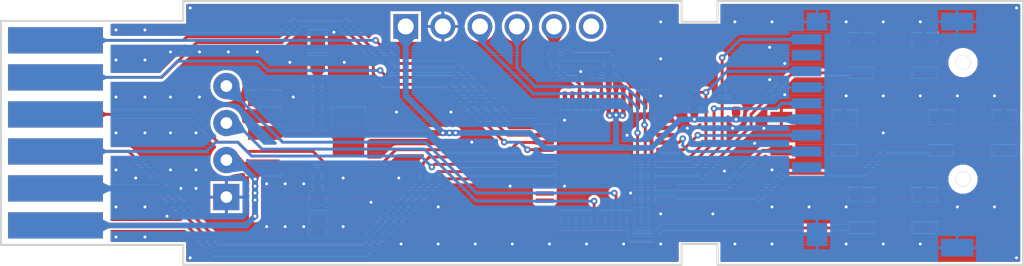
<source format=kicad_pcb>
(kicad_pcb (version 4) (generator gerbview)

  (layers 
    (0 F.Cu signal)
    (31 B.Cu signal)
    (32 B.Adhes user)
    (33 F.Adhes user)
    (34 B.Paste user)
    (35 F.Paste user)
    (36 B.SilkS user)
    (37 F.SilkS user)
    (38 B.Mask user)
    (39 F.Mask user)
    (40 Dwgs.User user)
    (41 Cmts.User user)
    (42 Eco1.User user)
    (43 Eco2.User user)
    (44 Edge.Cuts user)
  )

(gr_line (start 10.00001 -11.36076) (end 10.00001 -26.73678) (layer Edge.Cuts) (width 0.14))
(gr_line (start 10.00001 -26.73678) (end 22.4775 -26.73678) (layer Edge.Cuts) (width 0.14))
(gr_line (start 22.4775 -26.73678) (end 22.4775 -28.09751) (layer Edge.Cuts) (width 0.14))
(gr_line (start 22.4775 -28.09751) (end 56.60878 -28.09751) (layer Edge.Cuts) (width 0.14))
(gr_line (start 56.60878 -28.09751) (end 56.60878 -26.66876) (layer Edge.Cuts) (width 0.14))
(gr_line (start 56.60878 -26.66876) (end 59.06938 -26.66876) (layer Edge.Cuts) (width 0.14))
(gr_line (start 59.06938 -26.66876) (end 59.06938 -28.09751) (layer Edge.Cuts) (width 0.14))
(gr_line (start 59.06938 -28.09751) (end 79.99999 -28.09776) (layer Edge.Cuts) (width 0.14))
(gr_line (start 79.99999 -28.09776) (end 79.99999 -10.00001) (layer Edge.Cuts) (width 0.14))
(gr_line (start 79.99999 -10.00001) (end 59.06938 -10.00001) (layer Edge.Cuts) (width 0.14))
(gr_line (start 59.06938 -10.00001) (end 59.06938 -11.42876) (layer Edge.Cuts) (width 0.14))
(gr_line (start 59.06938 -11.42876) (end 56.60878 -11.42876) (layer Edge.Cuts) (width 0.14))
(gr_line (start 56.60878 -11.42876) (end 56.60873 -10.00001) (layer Edge.Cuts) (width 0.14))
(gr_line (start 56.60873 -10.00001) (end 22.4775 -10.00001) (layer Edge.Cuts) (width 0.14))
(gr_line (start 22.4775 -10.00001) (end 22.4775 -11.36076) (layer Edge.Cuts) (width 0.14))
(gr_line (start 22.4775 -11.36076) (end 10.00001 -11.36076) (layer Edge.Cuts) (width 0.14))
(gr_poly (pts  (xy 29.47106 -18.84876) (xy 29.07106 -18.64876) (xy 28.96357 -18.64876)
 (xy 28.96357 -19.44875) (xy 29.07106 -19.44875) (xy 29.47106 -19.24876))
(layer F.Cu) (width 0) )
(gr_poly (pts  (xy 32.32107 -19.24876) (xy 32.72107 -19.44875) (xy 32.82856 -19.44875)
 (xy 32.82856 -18.64876) (xy 32.72107 -18.64876) (xy 32.32107 -18.84876))
(layer F.Cu) (width 0) )
(segment (start 27.99606 -19.04876) (end 31.685 -19.04876) (width 0.4) (layer F.Cu) (net 0))
(segment (start 31.685 -19.04876) (end 33.79607 -19.04876) (width 0.4) (layer F.Cu) (net 0))
(gr_poly (pts  (xy 31.485 -22.80503) (xy 31.285 -23.20503) (xy 31.285 -23.26002)
 (xy 32.085 -23.26002) (xy 32.085 -23.20503) (xy 31.885 -22.80503))
(layer F.Cu) (width 0) )
(segment (start 31.685 -23.75505) (end 31.685 -19.04876) (width 0.4) (layer F.Cu) (net 0))
(gr_poly (pts  (xy 35.27108 -18.84876) (xy 34.87108 -18.64876) (xy 34.76356 -18.64876)
 (xy 34.76356 -19.44875) (xy 34.87108 -19.44875) (xy 35.27108 -19.24876))
(layer F.Cu) (width 0) )
(segment (start 33.79607 -19.04876) (end 40.2575 -19.04876) (width 0.4) (layer F.Cu) (net 0))
(segment (start 40.2575 -19.04876) (end 40.7128 -19.04876) (width 0.4) (layer F.Cu) (net 0))
(gr_poly (pts  (xy 51.97856 -22.46302) (xy 51.51697 -22.79853) (xy 51.49647 -22.81903)
 (xy 51.90543 -23.228) (xy 51.92593 -23.2075) (xy 52.26144 -22.7459))
(layer F.Cu) (width 0) )
(segment (start 52.12001 -21.27377) (end 52.12001 -22.10377) (width 0.3) (layer F.Cu) (net 0))
(segment (start 52.12001 -22.10377) (end 52.12001 -22.60448) (width 0.4) (layer F.Cu) (net 0))
(segment (start 52.12001 -22.60448) (end 51.63594 -23.08852) (width 0.4) (layer F.Cu) (net 0))
(gr_poly (pts  (xy 49.51872 -24.08751) (xy 48.9935 -23.99957) (xy 48.9635 -23.99957)
 (xy 48.9635 -24.57544) (xy 48.9935 -24.57544) (xy 49.51872 -24.48751))
(layer F.Cu) (width 0) )
(gr_poly (pts  (xy 51.83594 -23.77854) (xy 51.92387 -23.25329) (xy 51.92387 -23.22431)
 (xy 51.34801 -23.22431) (xy 51.34801 -23.25329) (xy 51.43594 -23.77854))
(layer F.Cu) (width 0) )
(segment (start 48.81872 -24.28751) (end 51.52878 -24.28751) (width 0.4) (layer F.Cu) (net 0))
(segment (start 51.52878 -24.28751) (end 51.63594 -24.18034) (width 0.4) (layer F.Cu) (net 0))
(segment (start 51.63594 -24.18034) (end 51.63594 -23.08852) (width 0.4) (layer F.Cu) (net 0))
(segment (start 40.7128 -19.04876) (end 41.13063 -19.04876) (width 0.4) (layer F.Cu) (net 0))
(gr_poly (pts  (xy 51.41999 -22.39853) (xy 51.34737 -22.92797) (xy 51.34821 -22.95698)
 (xy 51.9239 -22.94819) (xy 51.92304 -22.91923) (xy 51.81999 -22.39853))
(layer F.Cu) (width 0) )
(segment (start 51.61999 -21.27377) (end 51.61999 -22.10377) (width 0.3) (layer F.Cu) (net 0))
(segment (start 51.61999 -22.10377) (end 51.61999 -23.0726) (width 0.4) (layer F.Cu) (net 0))
(segment (start 51.61999 -23.0726) (end 51.63594 -23.08852) (width 0.4) (layer F.Cu) (net 0))
(gr_poly (pts  (xy 52.02344 -22.41819) (xy 51.51506 -22.79853) (xy 51.49456 -22.81903)
 (xy 51.90543 -23.2299) (xy 51.92593 -23.2094) (xy 52.30627 -22.70102))
(layer F.Cu) (width 0) )
(segment (start 52.62001 -21.27377) (end 52.62001 -22.10377) (width 0.3) (layer F.Cu) (net 0))
(segment (start 52.62001 -22.10377) (end 52.62001 -22.10448) (width 0.4) (layer F.Cu) (net 0))
(segment (start 52.62001 -22.10448) (end 51.63594 -23.08852) (width 0.4) (layer F.Cu) (net 0))
(gr_poly (pts  (xy 52.27 -20.63504) (xy 52.27749 -20.4357) (xy 52.27749 -20.4057)
 (xy 51.96251 -20.4057) (xy 51.96251 -20.4357) (xy 51.97 -20.63504))
(layer F.Cu) (width 0) )
(segment (start 52.12001 -21.27377) (end 52.12001 -20.44377) (width 0.3) (layer F.Cu) (net 0))
(segment (start 52.12001 -20.44377) (end 52.12001 -20.27504) (width 0.4) (layer F.Cu) (net 0))
(segment (start 51.61999 -21.27377) (end 51.61999 -20.27504) (width 0.3) (layer F.Cu) (net 0))
(segment (start 51.61999 -20.27504) (end 52.12001 -20.27504) (width 0.4) (layer F.Cu) (net 0))
(segment (start 52.62001 -21.27377) (end 52.62001 -20.27504) (width 0.3) (layer F.Cu) (net 0))
(segment (start 52.62001 -20.27504) (end 52.12001 -20.27504) (width 0.4) (layer F.Cu) (net 0))
(segment (start 52.56063 -20.23941) (end 52.62001 -20.27504) (width 0.3) (layer F.Cu) (net 0))
(segment (start 51.6875 -20.23941) (end 51.61999 -20.27504) (width 0.3) (layer F.Cu) (net 0))
(gr_poly (pts  (xy 60.13938 -19.97377) (xy 60.05243 -20.39803) (xy 60.05243 -20.42704)
 (xy 60.62629 -20.42704) (xy 60.62629 -20.39803) (xy 60.53938 -19.97377))
(layer F.Cu) (width 0) )
(segment (start 60.33938 -20.56813) (end 60.33938 -19.97377) (width 0.4) (layer F.Cu) (net 0))
(gr_poly (pts  (xy 57.28188 -19.97377) (xy 57.19506 -20.38734) (xy 57.19506 -20.41733)
 (xy 57.76867 -20.41733) (xy 57.76867 -20.38734) (xy 57.68188 -19.97377))
(layer F.Cu) (width 0) )
(segment (start 57.48188 -20.56813) (end 57.48188 -19.97377) (width 0.4) (layer F.Cu) (net 0))
(gr_poly (pts  (xy 27.19873 -15.87376) (xy 27.20223 -16.27375) (xy 27.21643 -16.31909)
 (xy 27.886 -16.31909) (xy 27.8718 -16.27375) (xy 27.59873 -15.87376))
(layer F.Cu) (width 0) )
(segment (start 27.39873 -13.33373) (end 27.39873 -14.44503) (width 0.4) (layer F.Cu) (net 0))
(segment (start 27.39873 -14.44503) (end 27.39873 -14.92131) (width 0.4) (layer F.Cu) (net 0))
(segment (start 27.39873 -14.92131) (end 27.39873 -15.39751) (width 0.4) (layer F.Cu) (net 0))
(segment (start 27.39873 -15.39751) (end 27.39873 -15.87376) (width 0.4) (layer F.Cu) (net 0))
(segment (start 27.39873 -15.87376) (end 27.39873 -16.50873) (width 0.4) (layer F.Cu) (net 0))
(segment (start 27.39873 -16.50873) (end 27.63876 -16.74876) (width 0.4) (layer F.Cu) (net 0))
(segment (start 27.63876 -16.74876) (end 27.99606 -16.74876) (width 0.4) (layer F.Cu) (net 0))
(gr_circle (center 27.39873 -14.92131) (end 27.59873 -14.92131)(layer F.Cu) (width 0) (fill solid) )
(gr_circle (center 27.39873 -15.87376) (end 27.59873 -15.87376)(layer F.Cu) (width 0) (fill solid) )
(gr_circle (center 27.39873 -14.44503) (end 27.59873 -14.44503)(layer F.Cu) (width 0) (fill solid) )
(gr_circle (center 27.39873 -15.39751) (end 27.59873 -15.39751)(layer F.Cu) (width 0) (fill solid) )
(gr_poly (pts  (xy 26.75931 -16.54876) (xy 25.84587 -16.38645) (xy 25.76147 -16.41772)
 (xy 26.15588 -17.61439) (xy 26.24026 -17.58318) (xy 26.75931 -16.94876))
(layer F.Cu) (width 0) )
(gr_poly (pts  (xy 26.52105 -16.94876) (xy 26.92108 -17.14876) (xy 27.02857 -17.14876)
 (xy 27.02857 -16.34876) (xy 26.92108 -16.34876) (xy 26.52105 -16.54876))
(layer F.Cu) (width 0) )
(segment (start 25.43264 -17.186) (end 25.43264 -16.74876) (width 0.4) (layer F.Cu) (net 0))
(segment (start 25.43264 -16.74876) (end 27.99606 -16.74876) (width 0.4) (layer F.Cu) (net 0))
(gr_poly (pts  (xy 31.885 -15.2925) (xy 32.085 -14.8925) (xy 32.085 -14.83751)
 (xy 31.285 -14.83751) (xy 31.285 -14.8925) (xy 31.485 -15.2925))
(layer F.Cu) (width 0) )
(gr_poly (pts  (xy 29.47106 -16.54876) (xy 29.07106 -16.34876) (xy 28.96357 -16.34876)
 (xy 28.96357 -17.14876) (xy 29.07106 -17.14876) (xy 29.47106 -16.94876))
(layer F.Cu) (width 0) )
(segment (start 31.685 -14.34249) (end 31.685 -16.19126) (width 0.4) (layer F.Cu) (net 0))
(segment (start 31.685 -16.19126) (end 31.1275 -16.74876) (width 0.4) (layer F.Cu) (net 0))
(segment (start 31.1275 -16.74876) (end 27.99606 -16.74876) (width 0.4) (layer F.Cu) (net 0))
(gr_poly (pts  (xy 56.33001 -15.79377) (xy 56.06443 -15.74508) (xy 56.00144 -15.74508)
 (xy 56.00144 -16.04246) (xy 56.06443 -16.04246) (xy 56.33001 -15.99377))
(layer F.Cu) (width 0) )
(gr_poly (pts  (xy 67.96687 -23.26691) (xy 68.16687 -23.36691) (xy 68.24188 -23.36691)
 (xy 68.24188 -22.96691) (xy 68.16687 -22.96691) (xy 67.96687 -23.06691))
(layer F.Cu) (width 0) )
(segment (start 55.49999 -15.89377) (end 57.73999 -15.89377) (width 0.2) (layer F.Cu) (net 0))
(segment (start 57.73999 -15.89377) (end 61.37123 -19.52501) (width 0.2) (layer F.Cu) (net 0))
(segment (start 61.37123 -19.52501) (end 61.37123 -20.31876) (width 0.2) (layer F.Cu) (net 0))
(segment (start 61.37123 -20.31876) (end 64.21938 -23.16691) (width 0.2) (layer F.Cu) (net 0))
(segment (start 64.21938 -23.16691) (end 68.91685 -23.16691) (width 0.2) (layer F.Cu) (net 0))
(gr_poly (pts  (xy 56.33001 -15.29377) (xy 56.06443 -15.24505) (xy 56.00144 -15.24505)
 (xy 56.00144 -15.54246) (xy 56.06443 -15.54246) (xy 56.33001 -15.49377))
(layer F.Cu) (width 0) )
(gr_poly (pts  (xy 62.48999 -17.94876) (xy 62.68999 -18.04876) (xy 62.765 -18.04876)
 (xy 62.765 -17.64876) (xy 62.68999 -17.64876) (xy 62.48999 -17.74876))
(layer F.Cu) (width 0) )
(segment (start 55.49999 -15.39377) (end 59.70064 -15.39377) (width 0.2) (layer F.Cu) (net 0))
(segment (start 59.70064 -15.39377) (end 62.15563 -17.84876) (width 0.2) (layer F.Cu) (net 0))
(segment (start 62.15563 -17.84876) (end 63.44001 -17.84876) (width 0.2) (layer F.Cu) (net 0))
(gr_poly (pts  (xy 73.44377 -17.94876) (xy 73.64377 -18.04876) (xy 73.71878 -18.04876)
 (xy 73.71878 -17.64876) (xy 73.64377 -17.64876) (xy 73.44377 -17.74876))
(layer F.Cu) (width 0) )
(gr_poly (pts  (xy 56.33001 -14.29377) (xy 56.06443 -14.24506) (xy 56.00144 -14.24506)
 (xy 56.00144 -14.54247) (xy 56.06443 -14.54247) (xy 56.33001 -14.49377))
(layer F.Cu) (width 0) )
(segment (start 74.39376 -17.84876) (end 70.64878 -17.84876) (width 0.2) (layer F.Cu) (net 0))
(segment (start 70.64878 -17.84876) (end 69.07063 -16.27063) (width 0.2) (layer F.Cu) (net 0))
(segment (start 69.07063 -16.27063) (end 63.59373 -16.27063) (width 0.2) (layer F.Cu) (net 0))
(segment (start 63.59373 -16.27063) (end 61.71687 -14.39377) (width 0.2) (layer F.Cu) (net 0))
(segment (start 61.71687 -14.39377) (end 55.49999 -14.39377) (width 0.2) (layer F.Cu) (net 0))
(gr_poly (pts  (xy 67.96687 -12.63066) (xy 68.16687 -12.73066) (xy 68.24188 -12.73066)
 (xy 68.24188 -12.33066) (xy 68.16687 -12.33066) (xy 67.96687 -12.43066))
(layer F.Cu) (width 0) )
(gr_poly (pts  (xy 53.02001 -12.18377) (xy 52.97129 -12.44933) (xy 52.97129 -12.51234)
 (xy 53.2687 -12.51234) (xy 53.2687 -12.44933) (xy 53.22001 -12.18377))
(layer F.Cu) (width 0) )
(segment (start 68.91685 -12.53066) (end 55.25003 -12.53066) (width 0.2) (layer F.Cu) (net 0))
(segment (start 55.25003 -12.53066) (end 54.46563 -11.74626) (width 0.2) (layer F.Cu) (net 0))
(segment (start 54.46563 -11.74626) (end 53.275 -11.74626) (width 0.2) (layer F.Cu) (net 0))
(segment (start 53.275 -11.74626) (end 53.12001 -11.90127) (width 0.2) (layer F.Cu) (net 0))
(segment (start 53.12001 -11.90127) (end 53.12001 -13.01377) (width 0.2) (layer F.Cu) (net 0))
(gr_poly (pts  (xy 50.71999 -13.84376) (xy 50.76871 -13.57821) (xy 50.76871 -13.51519)
 (xy 50.4713 -13.51519) (xy 50.4713 -13.57821) (xy 50.51999 -13.84376))
(layer F.Cu) (width 0) )
(segment (start 50.61999 -14.36563) (end 50.61999 -13.01377) (width 0.2) (layer F.Cu) (net 0))
(gr_poly (pts  (xy 52.22001 -13.84376) (xy 52.2687 -13.57821) (xy 52.2687 -13.51519)
 (xy 51.9713 -13.51519) (xy 51.9713 -13.57821) (xy 52.01999 -13.84376))
(layer F.Cu) (width 0) )
(segment (start 52.005 -14.92126) (end 52.12001 -14.92126) (width 0.2) (layer F.Cu) (net 0))
(segment (start 52.12001 -14.92126) (end 52.12001 -13.01377) (width 0.2) (layer F.Cu) (net 0))
(gr_poly (pts  (xy 46.40999 -16.99377) (xy 46.67557 -17.04246) (xy 46.73857 -17.04246)
 (xy 46.73857 -16.74508) (xy 46.67557 -16.74508) (xy 46.40999 -16.79377))
(layer F.Cu) (width 0) )
(segment (start 39.50343 -16.70721) (end 39.68999 -16.89377) (width 0.2) (layer F.Cu) (net 0))
(segment (start 39.68999 -16.89377) (end 47.24001 -16.89377) (width 0.2) (layer F.Cu) (net 0))
(gr_poly (pts  (xy 47.7775 -24.99126) (xy 47.28251 -25.74422) (xy 47.28251 -25.82923)
 (xy 48.4725 -25.82923) (xy 48.4725 -25.74422) (xy 47.9775 -24.99126))
(layer F.Cu) (width 0) )
(gr_poly (pts  (xy 47.9775 -24.7775) (xy 48.08217 -24.57107) (xy 48.08294 -24.54209)
 (xy 47.68533 -24.53841) (xy 47.68456 -24.56736) (xy 47.7775 -24.7775))
(layer F.Cu) (width 0) )
(segment (start 47.8775 -26.35126) (end 47.8775 -24.28751) (width 0.2) (layer F.Cu) (net 0))
(segment (start 47.8775 -24.28751) (end 47.88873 -24.28751) (width 0.2) (layer F.Cu) (net 0))
(gr_poly (pts  (xy 47.78873 -23.79749) (xy 47.68873 -24.00607) (xy 47.68873 -24.03505)
 (xy 48.08873 -24.03505) (xy 48.08873 -24.00607) (xy 47.98873 -23.79749))
(layer F.Cu) (width 0) )
(gr_poly (pts  (xy 49.71999 -22.10377) (xy 49.76871 -21.83821) (xy 49.76871 -21.77519)
 (xy 49.4713 -21.77519) (xy 49.4713 -21.83821) (xy 49.51999 -22.10377))
(layer F.Cu) (width 0) )
(segment (start 47.88873 -24.28751) (end 47.88873 -23.6413) (width 0.2) (layer F.Cu) (net 0))
(segment (start 47.88873 -23.6413) (end 48.67128 -22.85876) (width 0.2) (layer F.Cu) (net 0))
(segment (start 48.67128 -22.85876) (end 49.1475 -22.85876) (width 0.2) (layer F.Cu) (net 0))
(segment (start 49.1475 -22.85876) (end 49.61999 -22.38626) (width 0.2) (layer F.Cu) (net 0))
(segment (start 49.61999 -22.38626) (end 49.61999 -21.27377) (width 0.2) (layer F.Cu) (net 0))
(gr_poly (pts  (xy 17.18064 -22.75876) (xy 16.98064 -22.65876) (xy 16.65564 -22.65876)
 (xy 16.65564 -23.05876) (xy 16.98064 -23.05876) (xy 17.18064 -22.95876))
(layer F.Cu) (width 0) )
(gr_poly (pts  (xy 46.40999 -17.99377) (xy 46.67557 -18.04246) (xy 46.73857 -18.04246)
 (xy 46.73857 -17.74508) (xy 46.67557 -17.74508) (xy 46.40999 -17.79377))
(layer F.Cu) (width 0) )
(segment (start 13.73063 -22.85876) (end 21.00908 -22.85876) (width 0.2) (layer F.Cu) (net 0))
(segment (start 21.00908 -22.85876) (end 23.39033 -25.24003) (width 0.2) (layer F.Cu) (net 0))
(segment (start 23.39033 -25.24003) (end 29.2244 -25.24003) (width 0.2) (layer F.Cu) (net 0))
(segment (start 29.2244 -25.24003) (end 30.49438 -26.51003) (width 0.2) (layer F.Cu) (net 0))
(segment (start 30.49438 -26.51003) (end 33.19313 -26.51003) (width 0.2) (layer F.Cu) (net 0))
(segment (start 33.19313 -26.51003) (end 35.495 -24.20813) (width 0.2) (layer F.Cu) (net 0))
(segment (start 35.495 -24.20813) (end 35.495 -23.09691) (width 0.2) (layer F.Cu) (net 0))
(segment (start 35.495 -23.09691) (end 36.20938 -22.38253) (width 0.2) (layer F.Cu) (net 0))
(segment (start 36.20938 -22.38253) (end 40.4956 -22.38253) (width 0.2) (layer F.Cu) (net 0))
(segment (start 40.4956 -22.38253) (end 44.46438 -18.41376) (width 0.2) (layer F.Cu) (net 0))
(segment (start 46.05322 -17.89377) (end 47.24001 -17.89377) (width 0.2) (layer F.Cu) (net 0))
(gr_poly (pts  (xy 56.33001 -16.79377) (xy 56.06443 -16.74508) (xy 56.00144 -16.74508)
 (xy 56.00144 -17.04246) (xy 56.06443 -17.04246) (xy 56.33001 -16.99377))
(layer F.Cu) (width 0) )
(segment (start 58.83123 -20.71563) (end 58.83123 -18.41373) (width 0.2) (layer F.Cu) (net 0))
(segment (start 58.83123 -18.41373) (end 57.31126 -16.89377) (width 0.2) (layer F.Cu) (net 0))
(segment (start 57.31126 -16.89377) (end 55.49999 -16.89377) (width 0.2) (layer F.Cu) (net 0))
(gr_poly (pts  (xy 56.33001 -18.29377) (xy 56.06443 -18.24507) (xy 56.00144 -18.24507)
 (xy 56.00144 -18.54246) (xy 56.06443 -18.54246) (xy 56.33001 -18.49377))
(layer F.Cu) (width 0) )
(segment (start 56.6881 -18.65186) (end 56.43001 -18.39377) (width 0.2) (layer F.Cu) (net 0))
(segment (start 56.43001 -18.39377) (end 55.49999 -18.39377) (width 0.2) (layer F.Cu) (net 0))
(gr_poly (pts  (xy 56.33001 -16.29377) (xy 56.06443 -16.24508) (xy 56.00144 -16.24508)
 (xy 56.00144 -16.54246) (xy 56.06443 -16.54246) (xy 56.33001 -16.49377))
(layer F.Cu) (width 0) )
(segment (start 59.38688 -24.20813) (end 59.38688 -18.25501) (width 0.2) (layer F.Cu) (net 0))
(segment (start 59.38688 -18.25501) (end 57.52564 -16.39377) (width 0.2) (layer F.Cu) (net 0))
(segment (start 57.52564 -16.39377) (end 55.49999 -16.39377) (width 0.2) (layer F.Cu) (net 0))
(gr_poly (pts  (xy 56.33001 -17.29377) (xy 56.06443 -17.24508) (xy 56.00144 -17.24508)
 (xy 56.00144 -17.54246) (xy 56.06443 -17.54246) (xy 56.33001 -17.49377))
(layer F.Cu) (width 0) )
(segment (start 58.27563 -21.82691) (end 58.27563 -18.49313) (width 0.2) (layer F.Cu) (net 0))
(segment (start 58.27563 -18.49313) (end 57.17626 -17.39377) (width 0.2) (layer F.Cu) (net 0))
(segment (start 57.17626 -17.39377) (end 55.49999 -17.39377) (width 0.2) (layer F.Cu) (net 0))
(gr_poly (pts  (xy 57.82186 -21.72691) (xy 57.77187 -21.45703) (xy 57.75353 -21.43458)
 (xy 57.48721 -21.77567) (xy 57.50552 -21.79813) (xy 57.82186 -21.92691))
(layer F.Cu) (width 0) )
(segment (start 57.48188 -21.49813) (end 57.48188 -21.74751) (width 0.2) (layer F.Cu) (net 0))
(segment (start 57.48188 -21.74751) (end 57.56128 -21.82691) (width 0.2) (layer F.Cu) (net 0))
(segment (start 57.56128 -21.82691) (end 58.27563 -21.82691) (width 0.2) (layer F.Cu) (net 0))
(gr_poly (pts  (xy 56.33001 -17.79377) (xy 56.06443 -17.74508) (xy 56.00144 -17.74508)
 (xy 56.00144 -18.04246) (xy 56.06443 -18.04246) (xy 56.33001 -17.99377))
(layer F.Cu) (width 0) )
(segment (start 57.72003 -18.89003) (end 56.72376 -17.89377) (width 0.2) (layer F.Cu) (net 0))
(segment (start 56.72376 -17.89377) (end 55.49999 -17.89377) (width 0.2) (layer F.Cu) (net 0))
(gr_poly (pts  (xy 54.22001 -13.84376) (xy 54.2687 -13.57821) (xy 54.2687 -13.51519)
 (xy 53.97129 -13.51519) (xy 53.97129 -13.57821) (xy 54.02001 -13.84376))
(layer F.Cu) (width 0) )
(segment (start 54.06878 -19.60436) (end 54.12001 -19.55312) (width 0.2) (layer F.Cu) (net 0))
(segment (start 54.12001 -19.55312) (end 54.12001 -13.01377) (width 0.2) (layer F.Cu) (net 0))
(gr_poly (pts  (xy 53.6925 -13.84376) (xy 53.76682 -13.586) (xy 53.60411 -13.4935)
 (xy 53.47653 -13.50764) (xy 53.47028 -13.57031) (xy 53.4925 -13.84376))
(layer F.Cu) (width 0) )
(segment (start 53.5925 -19.04876) (end 53.5925 -13.04127) (width 0.2) (layer F.Cu) (net 0))
(segment (start 53.5925 -13.04127) (end 53.62001 -13.01377) (width 0.2) (layer F.Cu) (net 0))
(gr_poly (pts  (xy 17.18064 -17.67876) (xy 16.98064 -17.57876) (xy 16.65564 -17.57876)
 (xy 16.65564 -17.97876) (xy 16.98064 -17.97876) (xy 17.18064 -17.87876))
(layer F.Cu) (width 0) )
(gr_poly (pts  (xy 46.40999 -17.49377) (xy 46.67557 -17.54246) (xy 46.73857 -17.54246)
 (xy 46.73857 -17.24508) (xy 46.67557 -17.24508) (xy 46.40999 -17.29377))
(layer F.Cu) (width 0) )
(segment (start 13.73063 -17.77876) (end 18.74688 -17.77876) (width 0.2) (layer F.Cu) (net 0))
(segment (start 18.74688 -17.77876) (end 25.0175 -11.50813) (width 0.2) (layer F.Cu) (net 0))
(segment (start 25.0175 -11.50813) (end 34.6374 -11.50813) (width 0.2) (layer F.Cu) (net 0))
(segment (start 34.6374 -11.50813) (end 38.90813 -15.77886) (width 0.2) (layer F.Cu) (net 0))
(segment (start 38.90813 -15.77886) (end 38.90813 -16.96951) (width 0.2) (layer F.Cu) (net 0))
(segment (start 38.90813 -16.96951) (end 39.33241 -17.39377) (width 0.2) (layer F.Cu) (net 0))
(segment (start 39.33241 -17.39377) (end 47.24001 -17.39377) (width 0.2) (layer F.Cu) (net 0))
(gr_poly (pts  (xy 46.40999 -18.99376) (xy 46.67557 -19.04246) (xy 46.73857 -19.04246)
 (xy 46.73857 -18.74507) (xy 46.67557 -18.74507) (xy 46.40999 -18.79376))
(layer F.Cu) (width 0) )
(segment (start 47.24001 -18.89376) (end 44.69874 -18.89376) (width 0.2) (layer F.Cu) (net 0))
(segment (start 44.69874 -18.89376) (end 40.73373 -22.85876) (width 0.2) (layer F.Cu) (net 0))
(segment (start 40.73373 -22.85876) (end 36.4475 -22.85876) (width 0.2) (layer F.Cu) (net 0))
(segment (start 36.4475 -22.85876) (end 35.97123 -23.33503) (width 0.2) (layer F.Cu) (net 0))
(gr_poly (pts  (xy 46.40999 -19.49376) (xy 46.67557 -19.54246) (xy 46.73857 -19.54246)
 (xy 46.73857 -19.24507) (xy 46.67557 -19.24507) (xy 46.40999 -19.29376))
(layer F.Cu) (width 0) )
(gr_poly (pts  (xy 17.18064 -25.29876) (xy 16.98064 -25.19876) (xy 16.65564 -25.19876)
 (xy 16.65564 -25.59876) (xy 16.98064 -25.59876) (xy 17.18064 -25.49876))
(layer F.Cu) (width 0) )
(segment (start 47.24001 -19.39376) (end 44.83374 -19.39376) (width 0.2) (layer F.Cu) (net 0))
(segment (start 44.83374 -19.39376) (end 40.8925 -23.33501) (width 0.2) (layer F.Cu) (net 0))
(segment (start 40.8925 -23.33501) (end 36.92378 -23.33501) (width 0.2) (layer F.Cu) (net 0))
(segment (start 36.92378 -23.33501) (end 33.35188 -26.90691) (width 0.2) (layer F.Cu) (net 0))
(segment (start 33.35188 -26.90691) (end 30.33563 -26.90691) (width 0.2) (layer F.Cu) (net 0))
(segment (start 30.33563 -26.90691) (end 29.06563 -25.63691) (width 0.2) (layer F.Cu) (net 0))
(segment (start 29.06563 -25.63691) (end 22.71563 -25.63691) (width 0.2) (layer F.Cu) (net 0))
(segment (start 22.71563 -25.63691) (end 22.4775 -25.39876) (width 0.2) (layer F.Cu) (net 0))
(segment (start 22.4775 -25.39876) (end 13.73063 -25.39876) (width 0.2) (layer F.Cu) (net 0))
(gr_poly (pts  (xy 46.40999 -16.49377) (xy 46.67557 -16.54246) (xy 46.73857 -16.54246)
 (xy 46.73857 -16.24508) (xy 46.67557 -16.24508) (xy 46.40999 -16.29377))
(layer F.Cu) (width 0) )
(gr_poly (pts  (xy 17.18064 -15.13876) (xy 16.98064 -15.03876) (xy 16.65564 -15.03876)
 (xy 16.65564 -15.43876) (xy 16.98064 -15.43876) (xy 17.18064 -15.33876))
(layer F.Cu) (width 0) )
(segment (start 47.24001 -16.39377) (end 40.06314 -16.39377) (width 0.2) (layer F.Cu) (net 0))
(segment (start 40.06314 -16.39377) (end 34.78063 -11.11126) (width 0.2) (layer F.Cu) (net 0))
(segment (start 34.78063 -11.11126) (end 24.85873 -11.11126) (width 0.2) (layer F.Cu) (net 0))
(segment (start 24.85873 -11.11126) (end 20.73123 -15.23876) (width 0.2) (layer F.Cu) (net 0))
(segment (start 20.73123 -15.23876) (end 13.73063 -15.23876) (width 0.2) (layer F.Cu) (net 0))
(gr_poly (pts  (xy 46.40999 -19.99376) (xy 46.67557 -20.04245) (xy 46.73857 -20.04245)
 (xy 46.73857 -19.74507) (xy 46.67557 -19.74507) (xy 46.40999 -19.79376))
(layer F.Cu) (width 0) )
(segment (start 47.24001 -19.89376) (end 44.96874 -19.89376) (width 0.2) (layer F.Cu) (net 0))
(segment (start 44.96874 -19.89376) (end 41.05123 -23.81126) (width 0.2) (layer F.Cu) (net 0))
(segment (start 41.05123 -23.81126) (end 37.24123 -23.81126) (width 0.2) (layer F.Cu) (net 0))
(segment (start 37.24123 -23.81126) (end 35.65373 -25.39876) (width 0.2) (layer F.Cu) (net 0))
(gr_poly (pts  (xy 17.18064 -20.21876) (xy 16.98064 -20.11876) (xy 16.65564 -20.11876)
 (xy 16.65564 -20.51876) (xy 16.98064 -20.51876) (xy 17.18064 -20.41876))
(layer F.Cu) (width 0) )
(gr_poly (pts  (xy 46.40999 -18.49377) (xy 46.67557 -18.54246) (xy 46.73857 -18.54246)
 (xy 46.73857 -18.24507) (xy 46.67557 -18.24507) (xy 46.40999 -18.29377))
(layer F.Cu) (width 0) )
(segment (start 13.73063 -20.31876) (end 22.95378 -20.31876) (width 0.2) (layer F.Cu) (net 0))
(segment (start 22.95378 -20.31876) (end 24.85878 -18.41376) (width 0.2) (layer F.Cu) (net 0))
(segment (start 24.85878 -18.41376) (end 26.20813 -18.41376) (width 0.2) (layer F.Cu) (net 0))
(segment (start 26.20813 -18.41376) (end 26.84313 -17.77876) (width 0.2) (layer F.Cu) (net 0))
(segment (start 26.84313 -17.77876) (end 31.3675 -17.77876) (width 0.2) (layer F.Cu) (net 0))
(segment (start 31.3675 -17.77876) (end 32.16123 -16.98503) (width 0.2) (layer F.Cu) (net 0))
(segment (start 32.16123 -16.98503) (end 36.13 -16.98503) (width 0.2) (layer F.Cu) (net 0))
(segment (start 36.13 -16.98503) (end 37.03874 -17.89377) (width 0.2) (layer F.Cu) (net 0))
(segment (start 37.03874 -17.89377) (end 44.89686 -17.89377) (width 0.2) (layer F.Cu) (net 0))
(segment (start 44.89686 -17.89377) (end 45.39686 -18.39377) (width 0.2) (layer F.Cu) (net 0))
(segment (start 45.39686 -18.39377) (end 47.24001 -18.39377) (width 0.2) (layer F.Cu) (net 0))
(gr_poly (pts  (xy 46.40999 -15.99377) (xy 46.67557 -16.04246) (xy 46.73857 -16.04246)
 (xy 46.73857 -15.74508) (xy 46.67557 -15.74508) (xy 46.40999 -15.79377))
(layer F.Cu) (width 0) )
(gr_poly (pts  (xy 17.18064 -12.59876) (xy 16.98064 -12.49876) (xy 16.65564 -12.49876)
 (xy 16.65564 -12.89876) (xy 16.98064 -12.89876) (xy 17.18064 -12.79876))
(layer F.Cu) (width 0) )
(segment (start 47.24001 -15.89377) (end 40.11874 -15.89377) (width 0.2) (layer F.Cu) (net 0))
(segment (start 40.11874 -15.89377) (end 34.93938 -10.71441) (width 0.2) (layer F.Cu) (net 0))
(segment (start 34.93938 -10.71441) (end 24.7 -10.71441) (width 0.2) (layer F.Cu) (net 0))
(segment (start 24.7 -10.71441) (end 22.71563 -12.69876) (width 0.2) (layer F.Cu) (net 0))
(segment (start 22.71563 -12.69876) (end 13.73063 -12.69876) (width 0.2) (layer F.Cu) (net 0))
(gr_circle (center 40.7128 -19.04876) (end 40.9378 -19.04876)(layer F.Cu) (width 0) (fill solid) )
(gr_circle (center 40.7128 -19.04876) (end 40.9378 -19.04876)(layer F.Cu) (width 0) (fill solid) )
(gr_circle (center 52.12001 -20.27504) (end 52.34501 -20.27504)(layer F.Cu) (width 0) (fill solid) )
(gr_circle (center 52.12001 -20.27504) (end 52.34501 -20.27504)(layer F.Cu) (width 0) (fill solid) )
(gr_circle (center 52.12001 -20.27504) (end 52.34501 -20.27504)(layer F.Cu) (width 0) (fill solid) )
(gr_circle (center 60.33938 -19.97377) (end 60.56438 -19.97377)(layer F.Cu) (width 0) (fill solid) )
(gr_circle (center 57.48188 -19.97377) (end 57.70688 -19.97377)(layer F.Cu) (width 0) (fill solid) )
(gr_circle (center 27.39873 -13.33373) (end 27.62373 -13.33373)(layer F.Cu) (width 0) (fill solid) )
(gr_circle (center 50.61999 -14.36563) (end 50.84499 -14.36563)(layer F.Cu) (width 0) (fill solid) )
(gr_circle (center 52.005 -14.92126) (end 52.23 -14.92126)(layer F.Cu) (width 0) (fill solid) )
(gr_circle (center 39.50343 -16.70721) (end 39.72843 -16.70721)(layer F.Cu) (width 0) (fill solid) )
(gr_circle (center 44.46438 -18.41376) (end 44.68938 -18.41376)(layer F.Cu) (width 0) (fill solid) )
(gr_circle (center 46.05322 -17.89377) (end 46.27822 -17.89377)(layer F.Cu) (width 0) (fill solid) )
(gr_circle (center 58.83123 -20.71563) (end 59.05623 -20.71563)(layer F.Cu) (width 0) (fill solid) )
(gr_circle (center 56.6881 -18.65186) (end 56.9131 -18.65186)(layer F.Cu) (width 0) (fill solid) )
(gr_circle (center 59.38688 -24.20813) (end 59.61188 -24.20813)(layer F.Cu) (width 0) (fill solid) )
(gr_circle (center 58.27563 -21.82691) (end 58.50063 -21.82691)(layer F.Cu) (width 0) (fill solid) )
(gr_circle (center 58.27563 -21.82691) (end 58.50063 -21.82691)(layer F.Cu) (width 0) (fill solid) )
(gr_circle (center 57.72003 -18.89003) (end 57.94503 -18.89003)(layer F.Cu) (width 0) (fill solid) )
(gr_circle (center 54.06878 -19.60436) (end 54.29378 -19.60436)(layer F.Cu) (width 0) (fill solid) )
(gr_circle (center 53.5925 -19.04876) (end 53.8175 -19.04876)(layer F.Cu) (width 0) (fill solid) )
(gr_circle (center 35.97123 -23.33503) (end 36.19623 -23.33503)(layer F.Cu) (width 0) (fill solid) )
(gr_circle (center 35.65373 -25.39876) (end 35.87873 -25.39876)(layer F.Cu) (width 0) (fill solid) )
(gr_circle (center 27.39873 -14.92131) (end 27.62373 -14.92131)(layer F.Cu) (width 0) (fill solid) )
(gr_circle (center 27.39873 -15.87376) (end 27.62373 -15.87376)(layer F.Cu) (width 0) (fill solid) )
(gr_circle (center 27.39873 -14.44503) (end 27.62373 -14.44503)(layer F.Cu) (width 0) (fill solid) )
(gr_circle (center 27.39873 -15.39751) (end 27.62373 -15.39751)(layer F.Cu) (width 0) (fill solid) )
(gr_circle (center 40.2575 -19.04876) (end 40.4825 -19.04876)(layer F.Cu) (width 0) (fill solid) )
(gr_circle (center 41.13063 -19.04876) (end 41.35563 -19.04876)(layer F.Cu) (width 0) (fill solid) )
(gr_circle (center 52.56063 -20.23941) (end 52.78563 -20.23941)(layer F.Cu) (width 0) (fill solid) )
(gr_circle (center 51.6875 -20.23941) (end 51.9125 -20.23941)(layer F.Cu) (width 0) (fill solid) )
(gr_circle (center 62.64128 -22.70003) (end 62.86628 -22.70003)(layer F.Cu) (width 0) (fill solid) )
(gr_circle (center 61.60938 -18.33441) (end 61.83438 -18.33441)(layer F.Cu) (width 0) (fill solid) )
(gr_circle (center 62.24438 -19.36626) (end 62.46938 -19.36626)(layer F.Cu) (width 0) (fill solid) )
(gr_circle (center 60.10128 -19.36626) (end 60.32628 -19.36626)(layer F.Cu) (width 0) (fill solid) )
(gr_circle (center 79.54813 -10.47626) (end 79.77313 -10.47626)(layer F.Cu) (width 0) (fill solid) )
(gr_circle (center 79.54813 -27.62126) (end 79.77313 -27.62126)(layer F.Cu) (width 0) (fill solid) )
(gr_circle (center 22.95373 -10.47626) (end 23.17873 -10.47626)(layer F.Cu) (width 0) (fill solid) )
(gr_circle (center 22.95373 -27.62126) (end 23.17873 -27.62126)(layer F.Cu) (width 0) (fill solid) )
(gr_circle (center 48.59188 -19.92191) (end 48.81688 -19.92191)(layer F.Cu) (width 0) (fill solid) )
(gr_circle (center 53.11628 -14.92126) (end 53.34128 -14.92126)(layer F.Cu) (width 0) (fill solid) )
(gr_circle (center 48.59188 -15.39751) (end 48.81688 -15.39751)(layer F.Cu) (width 0) (fill solid) )
(gr_circle (center 52.87813 -18.89003) (end 53.10313 -18.89003)(layer F.Cu) (width 0) (fill solid) )
(gr_circle (center 29.78 -23.89063) (end 30.005 -23.89063)(layer F.Cu) (width 0) (fill solid) )
(gr_circle (center 23.58873 -24.60503) (end 23.81373 -24.60503)(layer F.Cu) (width 0) (fill solid) )
(gr_circle (center 19.85813 -21.50941) (end 20.08313 -21.50941)(layer F.Cu) (width 0) (fill solid) )
(gr_circle (center 30.01813 -21.50941) (end 30.24313 -21.50941)(layer F.Cu) (width 0) (fill solid) )
(gr_circle (center 37.0825 -20.47751) (end 37.3075 -20.47751)(layer F.Cu) (width 0) (fill solid) )
(gr_circle (center 40.81313 -20.47751) (end 41.03813 -20.47751)(layer F.Cu) (width 0) (fill solid) )
(gr_circle (center 21.60438 -21.50941) (end 21.82938 -21.50941)(layer F.Cu) (width 0) (fill solid) )
(gr_circle (center 44.86128 -15.39751) (end 45.08628 -15.39751)(layer F.Cu) (width 0) (fill solid) )
(gr_circle (center 49.70313 -23.25563) (end 49.92813 -23.25563)(layer F.Cu) (width 0) (fill solid) )
(gr_circle (center 37.24128 -15.95313) (end 37.46628 -15.95313)(layer F.Cu) (width 0) (fill solid) )
(gr_circle (center 33.43128 -12.61941) (end 33.65628 -12.61941)(layer F.Cu) (width 0) (fill solid) )
(gr_circle (center 33.43128 -15.95313) (end 33.65628 -15.95313)(layer F.Cu) (width 0) (fill solid) )
(gr_circle (center 21.60438 -19.04876) (end 21.82938 -19.04876)(layer F.Cu) (width 0) (fill solid) )
(gr_circle (center 29.4625 -15.55626) (end 29.6875 -15.55626)(layer F.Cu) (width 0) (fill solid) )
(gr_circle (center 29.4625 -12.61941) (end 29.6875 -12.61941)(layer F.Cu) (width 0) (fill solid) )
(gr_circle (center 55.18 -26.66876) (end 55.405 -26.66876)(layer F.Cu) (width 0) (fill solid) )
(gr_circle (center 78.04 -13.96876) (end 78.265 -13.96876)(layer F.Cu) (width 0) (fill solid) )
(gr_circle (center 72.96 -11.42876) (end 73.185 -11.42876)(layer F.Cu) (width 0) (fill solid) )
(gr_circle (center 62.8 -26.66876) (end 63.025 -26.66876)(layer F.Cu) (width 0) (fill solid) )
(gr_circle (center 67.88 -26.66876) (end 68.105 -26.66876)(layer F.Cu) (width 0) (fill solid) )
(gr_circle (center 70.42 -26.66876) (end 70.645 -26.66876)(layer F.Cu) (width 0) (fill solid) )
(gr_circle (center 72.96 -26.66876) (end 73.185 -26.66876)(layer F.Cu) (width 0) (fill solid) )
(gr_circle (center 19.22313 -15.95313) (end 19.44813 -15.95313)(layer F.Cu) (width 0) (fill solid) )
(gr_circle (center 78.04 -21.58876) (end 78.265 -21.58876)(layer F.Cu) (width 0) (fill solid) )
(gr_circle (center 72.96 -21.58876) (end 73.185 -21.58876)(layer F.Cu) (width 0) (fill solid) )
(gr_circle (center 67.88 -21.58876) (end 68.105 -21.58876)(layer F.Cu) (width 0) (fill solid) )
(gr_circle (center 57.00563 -19.36626) (end 57.23063 -19.36626)(layer F.Cu) (width 0) (fill solid) )
(gr_circle (center 55.18 -21.58876) (end 55.405 -21.58876)(layer F.Cu) (width 0) (fill solid) )
(gr_circle (center 55.18 -24.12876) (end 55.405 -24.12876)(layer F.Cu) (width 0) (fill solid) )
(gr_circle (center 67.88 -11.42876) (end 68.105 -11.42876)(layer F.Cu) (width 0) (fill solid) )
(gr_circle (center 62.8 -11.42876) (end 63.025 -11.42876)(layer F.Cu) (width 0) (fill solid) )
(gr_circle (center 21.60438 -16.50876) (end 21.82938 -16.50876)(layer F.Cu) (width 0) (fill solid) )
(gr_circle (center 52.64 -11.42876) (end 52.865 -11.42876)(layer F.Cu) (width 0) (fill solid) )
(gr_circle (center 47.56 -11.42876) (end 47.785 -11.42876)(layer F.Cu) (width 0) (fill solid) )
(gr_circle (center 42.48 -11.42876) (end 42.705 -11.42876)(layer F.Cu) (width 0) (fill solid) )
(gr_circle (center 37.4 -11.42876) (end 37.625 -11.42876)(layer F.Cu) (width 0) (fill solid) )
(gr_circle (center 39.94 -13.96876) (end 40.165 -13.96876)(layer F.Cu) (width 0) (fill solid) )
(gr_circle (center 23.35063 -16.50876) (end 23.57563 -16.50876)(layer F.Cu) (width 0) (fill solid) )
(gr_circle (center 60.26 -26.66876) (end 60.485 -26.66876)(layer F.Cu) (width 0) (fill solid) )
(gr_circle (center 75.5 -13.96876) (end 75.725 -13.96876)(layer F.Cu) (width 0) (fill solid) )
(gr_circle (center 75.5 -21.58876) (end 75.725 -21.58876)(layer F.Cu) (width 0) (fill solid) )
(gr_circle (center 70.42 -21.58876) (end 70.645 -21.58876)(layer F.Cu) (width 0) (fill solid) )
(gr_circle (center 70.42 -19.04876) (end 70.645 -19.04876)(layer F.Cu) (width 0) (fill solid) )
(gr_circle (center 65.34 -13.96876) (end 65.565 -13.96876)(layer F.Cu) (width 0) (fill solid) )
(gr_circle (center 62.8 -13.96876) (end 63.025 -13.96876)(layer F.Cu) (width 0) (fill solid) )
(gr_circle (center 67.88 -13.96876) (end 68.105 -13.96876)(layer F.Cu) (width 0) (fill solid) )
(gr_circle (center 62.8 -16.50876) (end 63.025 -16.50876)(layer F.Cu) (width 0) (fill solid) )
(gr_circle (center 70.42 -11.42876) (end 70.645 -11.42876)(layer F.Cu) (width 0) (fill solid) )
(gr_circle (center 22.31873 -15.23876) (end 22.54373 -15.23876)(layer F.Cu) (width 0) (fill solid) )
(gr_circle (center 60.26 -11.42876) (end 60.485 -11.42876)(layer F.Cu) (width 0) (fill solid) )
(gr_circle (center 55.18 -11.42876) (end 55.405 -11.42876)(layer F.Cu) (width 0) (fill solid) )
(gr_circle (center 50.1 -11.42876) (end 50.325 -11.42876)(layer F.Cu) (width 0) (fill solid) )
(gr_circle (center 45.02 -11.42876) (end 45.245 -11.42876)(layer F.Cu) (width 0) (fill solid) )
(gr_circle (center 39.94 -11.42876) (end 40.165 -11.42876)(layer F.Cu) (width 0) (fill solid) )
(gr_circle (center 23.35063 -15.23876) (end 23.57563 -15.23876)(layer F.Cu) (width 0) (fill solid) )
(gr_circle (center 21.60438 -24.60503) (end 21.82938 -24.60503)(layer F.Cu) (width 0) (fill solid) )
(gr_circle (center 59.54563 -16.42941) (end 59.77063 -16.42941)(layer F.Cu) (width 0) (fill solid) )
(gr_circle (center 63.67313 -21.66813) (end 63.89813 -21.66813)(layer F.Cu) (width 0) (fill solid) )
(gr_circle (center 62.64128 -24.92251) (end 62.86628 -24.92251)(layer F.Cu) (width 0) (fill solid) )
(gr_circle (center 63.67313 -23.81126) (end 63.89813 -23.81126)(layer F.Cu) (width 0) (fill solid) )
(gr_circle (center 19.85813 -11.90501) (end 20.08313 -11.90501)(layer F.Cu) (width 0) (fill solid) )
(gr_circle (center 19.85813 -26.11313) (end 20.08313 -26.11313)(layer F.Cu) (width 0) (fill solid) )
(gr_circle (center 19.85813 -24.04941) (end 20.08313 -24.04941)(layer F.Cu) (width 0) (fill solid) )
(gr_circle (center 19.85813 -19.04876) (end 20.08313 -19.04876)(layer F.Cu) (width 0) (fill solid) )
(gr_circle (center 23.35063 -19.04876) (end 23.57563 -19.04876)(layer F.Cu) (width 0) (fill solid) )
(gr_circle (center 19.85813 -13.96876) (end 20.08313 -13.96876)(layer F.Cu) (width 0) (fill solid) )
(gr_circle (center 21.36628 -13.33376) (end 21.59128 -13.33376)(layer F.Cu) (width 0) (fill solid) )
(gr_circle (center 23.58873 -21.50941) (end 23.81373 -21.50941)(layer F.Cu) (width 0) (fill solid) )
(gr_circle (center 17.87373 -26.11313) (end 18.09873 -26.11313)(layer F.Cu) (width 0) (fill solid) )
(gr_circle (center 17.87373 -24.04941) (end 18.09873 -24.04941)(layer F.Cu) (width 0) (fill solid) )
(gr_circle (center 17.87373 -21.50941) (end 18.09873 -21.50941)(layer F.Cu) (width 0) (fill solid) )
(gr_circle (center 17.87373 -19.04876) (end 18.09873 -19.04876)(layer F.Cu) (width 0) (fill solid) )
(gr_circle (center 17.87373 -16.50876) (end 18.09873 -16.50876)(layer F.Cu) (width 0) (fill solid) )
(gr_circle (center 17.87373 -13.96876) (end 18.09873 -13.96876)(layer F.Cu) (width 0) (fill solid) )
(gr_circle (center 17.87373 -11.90503) (end 18.09873 -11.90503)(layer F.Cu) (width 0) (fill solid) )
(gr_circle (center 55.18 -13.49251) (end 55.405 -13.49251)(layer F.Cu) (width 0) (fill solid) )
(gr_circle (center 58.75188 -13.49251) (end 58.97688 -13.49251)(layer F.Cu) (width 0) (fill solid) )
(gr_circle (center 30.7325 -15.55626) (end 30.9575 -15.55626)(layer F.Cu) (width 0) (fill solid) )
(gr_circle (center 30.7325 -12.61941) (end 30.9575 -12.61941)(layer F.Cu) (width 0) (fill solid) )
(gr_circle (center 28.1925 -15.55626) (end 28.4175 -15.55626)(layer F.Cu) (width 0) (fill solid) )
(gr_circle (center 28.1925 -12.61941) (end 28.4175 -12.61941)(layer F.Cu) (width 0) (fill solid) )
(gr_circle (center 35.33628 -14.28626) (end 35.56128 -14.28626)(layer F.Cu) (width 0) (fill solid) )
(gr_circle (center 25.57313 -24.60503) (end 25.79813 -24.60503)(layer F.Cu) (width 0) (fill solid) )
(gr_circle (center 27.5575 -24.60503) (end 27.7825 -24.60503)(layer F.Cu) (width 0) (fill solid) )
(gr_circle (center 33.51063 -23.89063) (end 33.73563 -23.89063)(layer F.Cu) (width 0) (fill solid) )
(gr_circle (center 32.79628 -25.95441) (end 33.02128 -25.95441)(layer F.Cu) (width 0) (fill solid) )
(gr_circle (center 42.24188 -18.41376) (end 42.46688 -18.41376)(layer F.Cu) (width 0) (fill solid) )
(segment (start 22.79764 -27.60109) (end 56.28889 -27.60109) (width 0.2) (layer F.Cu) (net 0))
(segment (start 59.38924 -27.60109) (end 79.6799 -27.60109) (width 0.2) (layer F.Cu) (net 0))
(segment (start 22.79764 -27.40444) (end 36.54356 -27.40444) (width 0.2) (layer F.Cu) (net 0))
(segment (start 38.89157 -27.40444) (end 39.76563 -27.40444) (width 0.2) (layer F.Cu) (net 0))
(segment (start 40.74919 -27.40444) (end 42.30571 -27.40444) (width 0.2) (layer F.Cu) (net 0))
(segment (start 43.28925 -27.40444) (end 44.84573 -27.40444) (width 0.2) (layer F.Cu) (net 0))
(segment (start 45.82927 -27.40444) (end 47.38576 -27.40444) (width 0.2) (layer F.Cu) (net 0))
(segment (start 48.3693 -27.40444) (end 49.92581 -27.40444) (width 0.2) (layer F.Cu) (net 0))
(segment (start 50.90937 -27.40444) (end 56.28889 -27.40444) (width 0.2) (layer F.Cu) (net 0))
(segment (start 59.38924 -27.40444) (end 79.6799 -27.40444) (width 0.2) (layer F.Cu) (net 0))
(segment (start 22.79782 -27.20777) (end 30.04594 -27.20777) (width 0.2) (layer F.Cu) (net 0))
(segment (start 33.64156 -27.20777) (end 36.54356 -27.20777) (width 0.2) (layer F.Cu) (net 0))
(segment (start 38.89157 -27.20777) (end 39.46406 -27.20777) (width 0.2) (layer F.Cu) (net 0))
(segment (start 41.05097 -27.20777) (end 42.00413 -27.20777) (width 0.2) (layer F.Cu) (net 0))
(segment (start 43.59079 -27.20777) (end 44.54416 -27.20777) (width 0.2) (layer F.Cu) (net 0))
(segment (start 46.13085 -27.20777) (end 47.08421 -27.20777) (width 0.2) (layer F.Cu) (net 0))
(segment (start 48.67087 -27.20777) (end 49.62403 -27.20777) (width 0.2) (layer F.Cu) (net 0))
(segment (start 51.21092 -27.20777) (end 56.28889 -27.20777) (width 0.2) (layer F.Cu) (net 0))
(segment (start 59.38924 -27.20777) (end 79.6799 -27.20777) (width 0.2) (layer F.Cu) (net 0))
(segment (start 22.79782 -27.0111) (end 29.84845 -27.0111) (width 0.2) (layer F.Cu) (net 0))
(segment (start 33.83902 -27.0111) (end 36.54356 -27.0111) (width 0.2) (layer F.Cu) (net 0))
(segment (start 38.89157 -27.0111) (end 39.29083 -27.0111) (width 0.2) (layer F.Cu) (net 0))
(segment (start 41.2242 -27.0111) (end 41.8307 -27.0111) (width 0.2) (layer F.Cu) (net 0))
(segment (start 43.76423 -27.0111) (end 44.37073 -27.0111) (width 0.2) (layer F.Cu) (net 0))
(segment (start 46.30428 -27.0111) (end 46.91078 -27.0111) (width 0.2) (layer F.Cu) (net 0))
(segment (start 48.8443 -27.0111) (end 49.4508 -27.0111) (width 0.2) (layer F.Cu) (net 0))
(segment (start 51.38417 -27.0111) (end 56.28889 -27.0111) (width 0.2) (layer F.Cu) (net 0))
(segment (start 59.38904 -27.0111) (end 79.6799 -27.0111) (width 0.2) (layer F.Cu) (net 0))
(segment (start 22.79782 -26.81442) (end 29.65176 -26.81442) (width 0.2) (layer F.Cu) (net 0))
(segment (start 34.03575 -26.81442) (end 36.54356 -26.81442) (width 0.2) (layer F.Cu) (net 0))
(segment (start 38.89157 -26.81442) (end 39.18049 -26.81442) (width 0.2) (layer F.Cu) (net 0))
(segment (start 41.33456 -26.81442) (end 41.72054 -26.81442) (width 0.2) (layer F.Cu) (net 0))
(segment (start 43.87441 -26.81442) (end 44.26057 -26.81442) (width 0.2) (layer F.Cu) (net 0))
(segment (start 46.41444 -26.81442) (end 46.80059 -26.81442) (width 0.2) (layer F.Cu) (net 0))
(segment (start 48.95446 -26.81442) (end 49.34044 -26.81442) (width 0.2) (layer F.Cu) (net 0))
(segment (start 51.49451 -26.81442) (end 56.28889 -26.81442) (width 0.2) (layer F.Cu) (net 0))
(segment (start 59.38904 -26.81442) (end 79.6799 -26.81442) (width 0.2) (layer F.Cu) (net 0))
(segment (start 22.79802 -26.61778) (end 29.45511 -26.61778) (width 0.2) (layer F.Cu) (net 0))
(segment (start 34.23239 -26.61778) (end 36.54356 -26.61778) (width 0.2) (layer F.Cu) (net 0))
(segment (start 38.89157 -26.61778) (end 39.11468 -26.61778) (width 0.2) (layer F.Cu) (net 0))
(segment (start 41.40037 -26.61778) (end 41.6547 -26.61778) (width 0.2) (layer F.Cu) (net 0))
(segment (start 43.9402 -26.61778) (end 44.19473 -26.61778) (width 0.2) (layer F.Cu) (net 0))
(segment (start 46.48027 -26.61778) (end 46.73481 -26.61778) (width 0.2) (layer F.Cu) (net 0))
(segment (start 49.0203 -26.61778) (end 49.27463 -26.61778) (width 0.2) (layer F.Cu) (net 0))
(segment (start 51.56032 -26.61778) (end 56.28889 -26.61778) (width 0.2) (layer F.Cu) (net 0))
(segment (start 59.38904 -26.61778) (end 79.6799 -26.61778) (width 0.2) (layer F.Cu) (net 0))
(segment (start 17.62011 -26.42111) (end 29.25844 -26.42111) (width 0.2) (layer F.Cu) (net 0))
(segment (start 34.42907 -26.42111) (end 36.54356 -26.42111) (width 0.2) (layer F.Cu) (net 0))
(segment (start 38.89157 -26.42111) (end 39.08557 -26.42111) (width 0.2) (layer F.Cu) (net 0))
(segment (start 41.42946 -26.42111) (end 41.6256 -26.42111) (width 0.2) (layer F.Cu) (net 0))
(segment (start 43.96931 -26.42111) (end 44.16562 -26.42111) (width 0.2) (layer F.Cu) (net 0))
(segment (start 46.50936 -26.42111) (end 46.7057 -26.42111) (width 0.2) (layer F.Cu) (net 0))
(segment (start 49.04941 -26.42111) (end 49.24555 -26.42111) (width 0.2) (layer F.Cu) (net 0))
(segment (start 51.58943 -26.42111) (end 79.6799 -26.42111) (width 0.2) (layer F.Cu) (net 0))
(segment (start 17.62011 -26.22443) (end 29.06174 -26.22443) (width 0.2) (layer F.Cu) (net 0))
(segment (start 34.62576 -26.22443) (end 36.54356 -26.22443) (width 0.2) (layer F.Cu) (net 0))
(segment (start 38.89157 -26.22443) (end 39.09042 -26.22443) (width 0.2) (layer F.Cu) (net 0))
(segment (start 41.42461 -26.22443) (end 41.6305 -26.22443) (width 0.2) (layer F.Cu) (net 0))
(segment (start 43.96443 -26.22443) (end 44.17052 -26.22443) (width 0.2) (layer F.Cu) (net 0))
(segment (start 46.50448 -26.22443) (end 46.71057 -26.22443) (width 0.2) (layer F.Cu) (net 0))
(segment (start 49.0445 -26.22443) (end 49.2504 -26.22443) (width 0.2) (layer F.Cu) (net 0))
(segment (start 51.58456 -26.22443) (end 79.6799 -26.22443) (width 0.2) (layer F.Cu) (net 0))
(segment (start 17.62011 -26.02776) (end 22.59338 -26.02776) (width 0.2) (layer F.Cu) (net 0))
(segment (start 30.60349 -26.02776) (end 30.86097 -26.02776) (width 0.2) (layer F.Cu) (net 0))
(segment (start 32.50898 -26.02776) (end 33.08401 -26.02776) (width 0.2) (layer F.Cu) (net 0))
(segment (start 34.82243 -26.02776) (end 36.54356 -26.02776) (width 0.2) (layer F.Cu) (net 0))
(segment (start 38.89157 -26.02776) (end 39.12969 -26.02776) (width 0.2) (layer F.Cu) (net 0))
(segment (start 41.38513 -26.02776) (end 41.66974 -26.02776) (width 0.2) (layer F.Cu) (net 0))
(segment (start 43.92516 -26.02776) (end 44.20979 -26.02776) (width 0.2) (layer F.Cu) (net 0))
(segment (start 46.46521 -26.02776) (end 46.74984 -26.02776) (width 0.2) (layer F.Cu) (net 0))
(segment (start 49.00526 -26.02776) (end 49.28987 -26.02776) (width 0.2) (layer F.Cu) (net 0))
(segment (start 51.54531 -26.02776) (end 67.84279 -26.02776) (width 0.2) (layer F.Cu) (net 0))
(segment (start 69.99079 -26.02776) (end 72.17794 -26.02776) (width 0.2) (layer F.Cu) (net 0))
(segment (start 74.32596 -26.02776) (end 79.6799 -26.02776) (width 0.2) (layer F.Cu) (net 0))
(segment (start 17.62011 -25.83109) (end 22.31857 -25.83109) (width 0.2) (layer F.Cu) (net 0))
(segment (start 30.4068 -25.83109) (end 30.86097 -25.83109) (width 0.2) (layer F.Cu) (net 0))
(segment (start 32.50898 -25.83109) (end 33.28071 -25.83109) (width 0.2) (layer F.Cu) (net 0))
(segment (start 35.01893 -25.83109) (end 35.32894 -25.83109) (width 0.2) (layer F.Cu) (net 0))
(segment (start 35.97849 -25.83109) (end 36.54356 -25.83109) (width 0.2) (layer F.Cu) (net 0))
(segment (start 38.89157 -25.83109) (end 39.20744 -25.83109) (width 0.2) (layer F.Cu) (net 0))
(segment (start 41.30759 -25.83109) (end 41.74729 -25.83109) (width 0.2) (layer F.Cu) (net 0))
(segment (start 43.84764 -25.83109) (end 44.28734 -25.83109) (width 0.2) (layer F.Cu) (net 0))
(segment (start 46.38766 -25.83109) (end 46.82736 -25.83109) (width 0.2) (layer F.Cu) (net 0))
(segment (start 48.92769 -25.83109) (end 49.36739 -25.83109) (width 0.2) (layer F.Cu) (net 0))
(segment (start 51.46756 -25.83109) (end 67.84279 -25.83109) (width 0.2) (layer F.Cu) (net 0))
(segment (start 69.99079 -25.83109) (end 72.17794 -25.83109) (width 0.2) (layer F.Cu) (net 0))
(segment (start 74.32596 -25.83109) (end 79.6799 -25.83109) (width 0.2) (layer F.Cu) (net 0))
(segment (start 30.21013 -25.63444) (end 30.86097 -25.63444) (width 0.2) (layer F.Cu) (net 0))
(segment (start 32.50898 -25.63444) (end 33.47738 -25.63444) (width 0.2) (layer F.Cu) (net 0))
(segment (start 36.14722 -25.63444) (end 36.54356 -25.63444) (width 0.2) (layer F.Cu) (net 0))
(segment (start 38.89157 -25.63444) (end 39.33322 -25.63444) (width 0.2) (layer F.Cu) (net 0))
(segment (start 41.18181 -25.63444) (end 41.87307 -25.63444) (width 0.2) (layer F.Cu) (net 0))
(segment (start 43.72186 -25.63444) (end 44.41309 -25.63444) (width 0.2) (layer F.Cu) (net 0))
(segment (start 46.26191 -25.63444) (end 46.95314 -25.63444) (width 0.2) (layer F.Cu) (net 0))
(segment (start 48.80193 -25.63444) (end 49.4932 -25.63444) (width 0.2) (layer F.Cu) (net 0))
(segment (start 51.34176 -25.63444) (end 67.84279 -25.63444) (width 0.2) (layer F.Cu) (net 0))
(segment (start 69.99079 -25.63444) (end 72.17794 -25.63444) (width 0.2) (layer F.Cu) (net 0))
(segment (start 74.32596 -25.63444) (end 79.6799 -25.63444) (width 0.2) (layer F.Cu) (net 0))
(segment (start 30.01348 -25.43777) (end 30.86097 -25.43777) (width 0.2) (layer F.Cu) (net 0))
(segment (start 32.50898 -25.43777) (end 33.67402 -25.43777) (width 0.2) (layer F.Cu) (net 0))
(segment (start 36.20602 -25.43777) (end 36.54356 -25.43777) (width 0.2) (layer F.Cu) (net 0))
(segment (start 38.89157 -25.43777) (end 39.53243 -25.43777) (width 0.2) (layer F.Cu) (net 0))
(segment (start 40.9826 -25.43777) (end 42.07231 -25.43777) (width 0.2) (layer F.Cu) (net 0))
(segment (start 43.52265 -25.43777) (end 44.61233 -25.43777) (width 0.2) (layer F.Cu) (net 0))
(segment (start 46.06267 -25.43777) (end 47.10021 -25.43777) (width 0.2) (layer F.Cu) (net 0))
(segment (start 48.65487 -25.43777) (end 49.69241 -25.43777) (width 0.2) (layer F.Cu) (net 0))
(segment (start 51.14257 -25.43777) (end 67.84279 -25.43777) (width 0.2) (layer F.Cu) (net 0))
(segment (start 69.99079 -25.43777) (end 72.17794 -25.43777) (width 0.2) (layer F.Cu) (net 0))
(segment (start 74.32596 -25.43777) (end 79.6799 -25.43777) (width 0.2) (layer F.Cu) (net 0))
(segment (start 29.81676 -25.2411) (end 30.86097 -25.2411) (width 0.2) (layer F.Cu) (net 0))
(segment (start 32.50898 -25.2411) (end 33.87072 -25.2411) (width 0.2) (layer F.Cu) (net 0))
(segment (start 36.4027 -25.2411) (end 36.54356 -25.2411) (width 0.2) (layer F.Cu) (net 0))
(segment (start 38.89157 -25.2411) (end 39.92248 -25.2411) (width 0.2) (layer F.Cu) (net 0))
(segment (start 40.59258 -25.2411) (end 42.46253 -25.2411) (width 0.2) (layer F.Cu) (net 0))
(segment (start 43.1326 -25.2411) (end 45.00258 -25.2411) (width 0.2) (layer F.Cu) (net 0))
(segment (start 45.67243 -25.2411) (end 47.2295 -25.2411) (width 0.2) (layer F.Cu) (net 0))
(segment (start 48.52556 -25.2411) (end 50.08242 -25.2411) (width 0.2) (layer F.Cu) (net 0))
(segment (start 50.75253 -25.2411) (end 67.84279 -25.2411) (width 0.2) (layer F.Cu) (net 0))
(segment (start 69.99079 -25.2411) (end 72.17794 -25.2411) (width 0.2) (layer F.Cu) (net 0))
(segment (start 74.32596 -25.2411) (end 79.6799 -25.2411) (width 0.2) (layer F.Cu) (net 0))
(segment (start 29.62011 -25.04443) (end 30.86097 -25.04443) (width 0.2) (layer F.Cu) (net 0))
(segment (start 32.50898 -25.04443) (end 34.06739 -25.04443) (width 0.2) (layer F.Cu) (net 0))
(segment (start 36.59939 -25.04443) (end 47.35881 -25.04443) (width 0.2) (layer F.Cu) (net 0))
(segment (start 48.39627 -25.04443) (end 67.84279 -25.04443) (width 0.2) (layer F.Cu) (net 0))
(segment (start 69.99079 -25.04443) (end 72.17794 -25.04443) (width 0.2) (layer F.Cu) (net 0))
(segment (start 74.32596 -25.04443) (end 79.6799 -25.04443) (width 0.2) (layer F.Cu) (net 0))
(segment (start 17.62011 -24.84778) (end 22.40666 -24.84778) (width 0.2) (layer F.Cu) (net 0))
(segment (start 29.34099 -24.84778) (end 30.86097 -24.84778) (width 0.2) (layer F.Cu) (net 0))
(segment (start 32.50898 -24.84778) (end 34.26407 -24.84778) (width 0.2) (layer F.Cu) (net 0))
(segment (start 36.79607 -24.84778) (end 47.45352 -24.84778) (width 0.2) (layer F.Cu) (net 0))
(segment (start 48.3027 -24.84778) (end 48.47697 -24.84778) (width 0.2) (layer F.Cu) (net 0))
(segment (start 49.22789 -24.84778) (end 67.84279 -24.84778) (width 0.2) (layer F.Cu) (net 0))
(segment (start 69.99079 -24.84778) (end 72.17794 -24.84778) (width 0.2) (layer F.Cu) (net 0))
(segment (start 74.32596 -24.84778) (end 75.32893 -24.84778) (width 0.2) (layer F.Cu) (net 0))
(segment (start 76.43358 -24.84778) (end 79.6799 -24.84778) (width 0.2) (layer F.Cu) (net 0))
(segment (start 17.62011 -24.65111) (end 22.20996 -24.65111) (width 0.2) (layer F.Cu) (net 0))
(segment (start 23.39277 -24.65111) (end 30.86097 -24.65111) (width 0.2) (layer F.Cu) (net 0))
(segment (start 32.50898 -24.65111) (end 34.46076 -24.65111) (width 0.2) (layer F.Cu) (net 0))
(segment (start 36.99276 -24.65111) (end 47.32365 -24.65111) (width 0.2) (layer F.Cu) (net 0))
(segment (start 51.89784 -24.65111) (end 59.07776 -24.65111) (width 0.2) (layer F.Cu) (net 0))
(segment (start 59.69607 -24.65111) (end 75.06896 -24.65111) (width 0.2) (layer F.Cu) (net 0))
(segment (start 76.69373 -24.65111) (end 79.6799 -24.65111) (width 0.2) (layer F.Cu) (net 0))
(segment (start 17.62011 -24.45443) (end 22.01329 -24.45443) (width 0.2) (layer F.Cu) (net 0))
(segment (start 23.19607 -24.45443) (end 30.86097 -24.45443) (width 0.2) (layer F.Cu) (net 0))
(segment (start 32.50898 -24.45443) (end 34.65744 -24.45443) (width 0.2) (layer F.Cu) (net 0))
(segment (start 37.18944 -24.45443) (end 47.26544 -24.45443) (width 0.2) (layer F.Cu) (net 0))
(segment (start 52.07889 -24.45443) (end 58.89866 -24.45443) (width 0.2) (layer F.Cu) (net 0))
(segment (start 59.87496 -24.45443) (end 74.91527 -24.45443) (width 0.2) (layer F.Cu) (net 0))
(segment (start 76.84724 -24.45443) (end 79.6799 -24.45443) (width 0.2) (layer F.Cu) (net 0))
(segment (start 17.62011 -24.25776) (end 21.8168 -24.25776) (width 0.2) (layer F.Cu) (net 0))
(segment (start 22.9994 -24.25776) (end 30.86097 -24.25776) (width 0.2) (layer F.Cu) (net 0))
(segment (start 32.50898 -24.25776) (end 34.85413 -24.25776) (width 0.2) (layer F.Cu) (net 0))
(segment (start 37.38611 -24.25776) (end 47.26468 -24.25776) (width 0.2) (layer F.Cu) (net 0))
(segment (start 52.1539 -24.25776) (end 58.84027 -24.25776) (width 0.2) (layer F.Cu) (net 0))
(segment (start 59.93356 -24.25776) (end 74.81974 -24.25776) (width 0.2) (layer F.Cu) (net 0))
(segment (start 76.94277 -24.25776) (end 79.6799 -24.25776) (width 0.2) (layer F.Cu) (net 0))
(segment (start 17.62011 -24.06109) (end 21.62012 -24.06109) (width 0.2) (layer F.Cu) (net 0))
(segment (start 22.8027 -24.06109) (end 30.86097 -24.06109) (width 0.2) (layer F.Cu) (net 0))
(segment (start 32.50898 -24.06109) (end 35.0506 -24.06109) (width 0.2) (layer F.Cu) (net 0))
(segment (start 41.39275 -24.06109) (end 47.27306 -24.06109) (width 0.2) (layer F.Cu) (net 0))
(segment (start 52.15994 -24.06109) (end 58.85881 -24.06109) (width 0.2) (layer F.Cu) (net 0))
(segment (start 59.91504 -24.06109) (end 74.76721 -24.06109) (width 0.2) (layer F.Cu) (net 0))
(segment (start 76.9953 -24.06109) (end 79.6799 -24.06109) (width 0.2) (layer F.Cu) (net 0))
(segment (start 17.62011 -23.86444) (end 21.42348 -23.86444) (width 0.2) (layer F.Cu) (net 0))
(segment (start 22.60603 -23.86444) (end 30.86097 -23.86444) (width 0.2) (layer F.Cu) (net 0))
(segment (start 32.50898 -23.86444) (end 35.07092 -23.86444) (width 0.2) (layer F.Cu) (net 0))
(segment (start 41.58943 -23.86444) (end 47.36371 -23.86444) (width 0.2) (layer F.Cu) (net 0))
(segment (start 52.15994 -23.86444) (end 58.9629 -23.86444) (width 0.2) (layer F.Cu) (net 0))
(segment (start 59.81093 -23.86444) (end 74.75141 -23.86444) (width 0.2) (layer F.Cu) (net 0))
(segment (start 77.0113 -23.86444) (end 79.6799 -23.86444) (width 0.2) (layer F.Cu) (net 0))
(segment (start 17.62011 -23.66777) (end 21.22675 -23.66777) (width 0.2) (layer F.Cu) (net 0))
(segment (start 22.40938 -23.66777) (end 30.86097 -23.66777) (width 0.2) (layer F.Cu) (net 0))
(segment (start 32.50898 -23.66777) (end 35.07092 -23.66777) (width 0.2) (layer F.Cu) (net 0))
(segment (start 41.7861 -23.66777) (end 47.46468 -23.66777) (width 0.2) (layer F.Cu) (net 0))
(segment (start 48.4537 -23.66777) (end 50.43107 -23.66777) (width 0.2) (layer F.Cu) (net 0))
(segment (start 50.98082 -23.66777) (end 51.08908 -23.66777) (width 0.2) (layer F.Cu) (net 0))
(segment (start 52.1828 -23.66777) (end 58.9629 -23.66777) (width 0.2) (layer F.Cu) (net 0))
(segment (start 59.81093 -23.66777) (end 67.84279 -23.66777) (width 0.2) (layer F.Cu) (net 0))
(segment (start 69.99079 -23.66777) (end 72.17794 -23.66777) (width 0.2) (layer F.Cu) (net 0))
(segment (start 74.32596 -23.66777) (end 74.77054 -23.66777) (width 0.2) (layer F.Cu) (net 0))
(segment (start 76.99197 -23.66777) (end 79.6799 -23.66777) (width 0.2) (layer F.Cu) (net 0))
(segment (start 17.62011 -23.4711) (end 21.03011 -23.4711) (width 0.2) (layer F.Cu) (net 0))
(segment (start 22.21266 -23.4711) (end 30.86097 -23.4711) (width 0.2) (layer F.Cu) (net 0))
(segment (start 32.50898 -23.4711) (end 35.07092 -23.4711) (width 0.2) (layer F.Cu) (net 0))
(segment (start 41.9828 -23.4711) (end 47.50237 -23.4711) (width 0.2) (layer F.Cu) (net 0))
(segment (start 48.65037 -23.4711) (end 50.16213 -23.4711) (width 0.2) (layer F.Cu) (net 0))
(segment (start 52.21559 -23.4711) (end 58.9629 -23.4711) (width 0.2) (layer F.Cu) (net 0))
(segment (start 59.81093 -23.4711) (end 63.93343 -23.4711) (width 0.2) (layer F.Cu) (net 0))
(segment (start 69.99079 -23.4711) (end 72.17794 -23.4711) (width 0.2) (layer F.Cu) (net 0))
(segment (start 74.32596 -23.4711) (end 74.82698 -23.4711) (width 0.2) (layer F.Cu) (net 0))
(segment (start 76.93574 -23.4711) (end 79.6799 -23.4711) (width 0.2) (layer F.Cu) (net 0))
(segment (start 17.62011 -23.27443) (end 20.83344 -23.27443) (width 0.2) (layer F.Cu) (net 0))
(segment (start 22.01601 -23.27443) (end 24.75489 -23.27443) (width 0.2) (layer F.Cu) (net 0))
(segment (start 26.11034 -23.27443) (end 30.86097 -23.27443) (width 0.2) (layer F.Cu) (net 0))
(segment (start 32.50898 -23.27443) (end 35.07092 -23.27443) (width 0.2) (layer F.Cu) (net 0))
(segment (start 42.17947 -23.27443) (end 47.66427 -23.27443) (width 0.2) (layer F.Cu) (net 0))
(segment (start 48.84687 -23.27443) (end 50.09436 -23.27443) (width 0.2) (layer F.Cu) (net 0))
(segment (start 52.27693 -23.27443) (end 58.9629 -23.27443) (width 0.2) (layer F.Cu) (net 0))
(segment (start 59.81093 -23.27443) (end 63.73556 -23.27443) (width 0.2) (layer F.Cu) (net 0))
(segment (start 69.99079 -23.27443) (end 72.17794 -23.27443) (width 0.2) (layer F.Cu) (net 0))
(segment (start 74.32596 -23.27443) (end 74.92698 -23.27443) (width 0.2) (layer F.Cu) (net 0))
(segment (start 76.83553 -23.27443) (end 79.6799 -23.27443) (width 0.2) (layer F.Cu) (net 0))
(segment (start 21.81931 -23.07775) (end 24.52347 -23.07775) (width 0.2) (layer F.Cu) (net 0))
(segment (start 26.34176 -23.07775) (end 30.86097 -23.07775) (width 0.2) (layer F.Cu) (net 0))
(segment (start 32.50898 -23.07775) (end 35.07151 -23.07775) (width 0.2) (layer F.Cu) (net 0))
(segment (start 42.37617 -23.07775) (end 47.86097 -23.07775) (width 0.2) (layer F.Cu) (net 0))
(segment (start 49.51989 -23.07775) (end 50.092 -23.07775) (width 0.2) (layer F.Cu) (net 0))
(segment (start 52.424 -23.07775) (end 58.9629 -23.07775) (width 0.2) (layer F.Cu) (net 0))
(segment (start 59.81093 -23.07775) (end 63.53889 -23.07775) (width 0.2) (layer F.Cu) (net 0))
(segment (start 69.99079 -23.07775) (end 72.17794 -23.07775) (width 0.2) (layer F.Cu) (net 0))
(segment (start 74.32596 -23.07775) (end 75.08771 -23.07775) (width 0.2) (layer F.Cu) (net 0))
(segment (start 76.67495 -23.07775) (end 79.6799 -23.07775) (width 0.2) (layer F.Cu) (net 0))
(segment (start 21.62284 -22.88111) (end 24.37757 -22.88111) (width 0.2) (layer F.Cu) (net 0))
(segment (start 26.48768 -22.88111) (end 31.08714 -22.88111) (width 0.2) (layer F.Cu) (net 0))
(segment (start 32.28299 -22.88111) (end 35.13343 -22.88111) (width 0.2) (layer F.Cu) (net 0))
(segment (start 42.57284 -22.88111) (end 48.05764 -22.88111) (width 0.2) (layer F.Cu) (net 0))
(segment (start 49.71656 -22.88111) (end 50.0969 -22.88111) (width 0.2) (layer F.Cu) (net 0))
(segment (start 52.57617 -22.88111) (end 58.9629 -22.88111) (width 0.2) (layer F.Cu) (net 0))
(segment (start 59.81093 -22.88111) (end 63.34219 -22.88111) (width 0.2) (layer F.Cu) (net 0))
(segment (start 69.99079 -22.88111) (end 72.17794 -22.88111) (width 0.2) (layer F.Cu) (net 0))
(segment (start 74.32596 -22.88111) (end 75.36447 -22.88111) (width 0.2) (layer F.Cu) (net 0))
(segment (start 76.39804 -22.88111) (end 79.6799 -22.88111) (width 0.2) (layer F.Cu) (net 0))
(segment (start 21.42617 -22.68444) (end 24.28359 -22.68444) (width 0.2) (layer F.Cu) (net 0))
(segment (start 26.58163 -22.68444) (end 31.16097 -22.68444) (width 0.2) (layer F.Cu) (net 0))
(segment (start 32.20898 -22.68444) (end 35.31603 -22.68444) (width 0.2) (layer F.Cu) (net 0))
(segment (start 42.76931 -22.68444) (end 48.25431 -22.68444) (width 0.2) (layer F.Cu) (net 0))
(segment (start 49.91326 -22.68444) (end 50.17656 -22.68444) (width 0.2) (layer F.Cu) (net 0))
(segment (start 52.77284 -22.68444) (end 58.9629 -22.68444) (width 0.2) (layer F.Cu) (net 0))
(segment (start 59.81093 -22.68444) (end 63.14554 -22.68444) (width 0.2) (layer F.Cu) (net 0))
(segment (start 64.32829 -22.68444) (end 67.84279 -22.68444) (width 0.2) (layer F.Cu) (net 0))
(segment (start 69.99079 -22.68444) (end 72.17794 -22.68444) (width 0.2) (layer F.Cu) (net 0))
(segment (start 74.32596 -22.68444) (end 79.6799 -22.68444) (width 0.2) (layer F.Cu) (net 0))
(segment (start 21.18904 -22.48776) (end 24.22929 -22.48776) (width 0.2) (layer F.Cu) (net 0))
(segment (start 26.63609 -22.48776) (end 31.16097 -22.48776) (width 0.2) (layer F.Cu) (net 0))
(segment (start 32.20898 -22.48776) (end 35.51271 -22.48776) (width 0.2) (layer F.Cu) (net 0))
(segment (start 42.96601 -22.48776) (end 48.49144 -22.48776) (width 0.2) (layer F.Cu) (net 0))
(segment (start 50.03104 -22.48776) (end 51.08087 -22.48776) (width 0.2) (layer F.Cu) (net 0))
(segment (start 52.96949 -22.48776) (end 58.9629 -22.48776) (width 0.2) (layer F.Cu) (net 0))
(segment (start 59.81093 -22.48776) (end 62.94885 -22.48776) (width 0.2) (layer F.Cu) (net 0))
(segment (start 64.13162 -22.48776) (end 79.6799 -22.48776) (width 0.2) (layer F.Cu) (net 0))
(segment (start 17.62011 -22.29109) (end 24.20879 -22.29109) (width 0.2) (layer F.Cu) (net 0))
(segment (start 26.65644 -22.29109) (end 31.16097 -22.29109) (width 0.2) (layer F.Cu) (net 0))
(segment (start 32.20898 -22.29109) (end 35.7094 -22.29109) (width 0.2) (layer F.Cu) (net 0))
(segment (start 43.16268 -22.29109) (end 49.12383 -22.29109) (width 0.2) (layer F.Cu) (net 0))
(segment (start 50.04394 -22.29109) (end 51.09594 -22.29109) (width 0.2) (layer F.Cu) (net 0))
(segment (start 53.1082 -22.29109) (end 58.00197 -22.29109) (width 0.2) (layer F.Cu) (net 0))
(segment (start 58.54939 -22.29109) (end 58.9629 -22.29109) (width 0.2) (layer F.Cu) (net 0))
(segment (start 59.81093 -22.29109) (end 62.75217 -22.29109) (width 0.2) (layer F.Cu) (net 0))
(segment (start 63.93492 -22.29109) (end 79.6799 -22.29109) (width 0.2) (layer F.Cu) (net 0))
(segment (start 17.62011 -22.09444) (end 24.22093 -22.09444) (width 0.2) (layer F.Cu) (net 0))
(segment (start 29.39509 -22.09444) (end 31.16097 -22.09444) (width 0.2) (layer F.Cu) (net 0))
(segment (start 32.20898 -22.09444) (end 35.90608 -22.09444) (width 0.2) (layer F.Cu) (net 0))
(segment (start 43.35937 -22.09444) (end 48.25764 -22.09444) (width 0.2) (layer F.Cu) (net 0))
(segment (start 54.48239 -22.09444) (end 57.23753 -22.09444) (width 0.2) (layer F.Cu) (net 0))
(segment (start 58.75193 -22.09444) (end 58.9629 -22.09444) (width 0.2) (layer F.Cu) (net 0))
(segment (start 59.81093 -22.09444) (end 62.5555 -22.09444) (width 0.2) (layer F.Cu) (net 0))
(segment (start 63.73828 -22.09444) (end 79.6799 -22.09444) (width 0.2) (layer F.Cu) (net 0))
(segment (start 17.62011 -21.89777) (end 24.26625 -21.89777) (width 0.2) (layer F.Cu) (net 0))
(segment (start 29.39509 -21.89777) (end 31.16097 -21.89777) (width 0.2) (layer F.Cu) (net 0))
(segment (start 32.20898 -21.89777) (end 40.38907 -21.89777) (width 0.2) (layer F.Cu) (net 0))
(segment (start 43.55602 -21.89777) (end 48.15314 -21.89777) (width 0.2) (layer F.Cu) (net 0))
(segment (start 54.58691 -21.89777) (end 56.94261 -21.89777) (width 0.2) (layer F.Cu) (net 0))
(segment (start 58.8199 -21.89777) (end 58.9629 -21.89777) (width 0.2) (layer F.Cu) (net 0))
(segment (start 60.87186 -21.89777) (end 62.3588 -21.89777) (width 0.2) (layer F.Cu) (net 0))
(segment (start 63.54155 -21.89777) (end 79.6799 -21.89777) (width 0.2) (layer F.Cu) (net 0))
(segment (start 17.62011 -21.7011) (end 24.34943 -21.7011) (width 0.2) (layer F.Cu) (net 0))
(segment (start 29.39509 -21.7011) (end 31.16097 -21.7011) (width 0.2) (layer F.Cu) (net 0))
(segment (start 32.20898 -21.7011) (end 40.58577 -21.7011) (width 0.2) (layer F.Cu) (net 0))
(segment (start 43.75269 -21.7011) (end 48.14593 -21.7011) (width 0.2) (layer F.Cu) (net 0))
(segment (start 54.59392 -21.7011) (end 56.87093 -21.7011) (width 0.2) (layer F.Cu) (net 0))
(segment (start 58.80956 -21.7011) (end 58.9629 -21.7011) (width 0.2) (layer F.Cu) (net 0))
(segment (start 60.949 -21.7011) (end 62.16213 -21.7011) (width 0.2) (layer F.Cu) (net 0))
(segment (start 63.34491 -21.7011) (end 79.6799 -21.7011) (width 0.2) (layer F.Cu) (net 0))
(segment (start 17.62011 -21.50443) (end 24.48009 -21.50443) (width 0.2) (layer F.Cu) (net 0))
(segment (start 26.38514 -21.50443) (end 26.5971 -21.50443) (width 0.2) (layer F.Cu) (net 0))
(segment (start 29.39509 -21.50443) (end 31.16097 -21.50443) (width 0.2) (layer F.Cu) (net 0))
(segment (start 32.20898 -21.50443) (end 40.78244 -21.50443) (width 0.2) (layer F.Cu) (net 0))
(segment (start 43.94939 -21.50443) (end 48.14593 -21.50443) (width 0.2) (layer F.Cu) (net 0))
(segment (start 54.59392 -21.50443) (end 56.86781 -21.50443) (width 0.2) (layer F.Cu) (net 0))
(segment (start 58.71502 -21.50443) (end 58.9629 -21.50443) (width 0.2) (layer F.Cu) (net 0))
(segment (start 60.95329 -21.50443) (end 61.96564 -21.50443) (width 0.2) (layer F.Cu) (net 0))
(segment (start 63.14824 -21.50443) (end 79.6799 -21.50443) (width 0.2) (layer F.Cu) (net 0))
(segment (start 17.62011 -21.30776) (end 24.68359 -21.30776) (width 0.2) (layer F.Cu) (net 0))
(segment (start 26.18163 -21.30776) (end 26.5971 -21.30776) (width 0.2) (layer F.Cu) (net 0))
(segment (start 29.39509 -21.30776) (end 31.16097 -21.30776) (width 0.2) (layer F.Cu) (net 0))
(segment (start 32.20898 -21.30776) (end 40.97894 -21.30776) (width 0.2) (layer F.Cu) (net 0))
(segment (start 44.14606 -21.30776) (end 48.14593 -21.30776) (width 0.2) (layer F.Cu) (net 0))
(segment (start 54.59392 -21.30776) (end 56.86974 -21.30776) (width 0.2) (layer F.Cu) (net 0))
(segment (start 58.6996 -21.30776) (end 58.9629 -21.30776) (width 0.2) (layer F.Cu) (net 0))
(segment (start 60.95058 -21.30776) (end 61.76896 -21.30776) (width 0.2) (layer F.Cu) (net 0))
(segment (start 62.95154 -21.30776) (end 79.6799 -21.30776) (width 0.2) (layer F.Cu) (net 0))
(segment (start 17.62011 -21.11111) (end 25.07229 -21.11111) (width 0.2) (layer F.Cu) (net 0))
(segment (start 25.79294 -21.11111) (end 26.5971 -21.11111) (width 0.2) (layer F.Cu) (net 0))
(segment (start 29.39509 -21.11111) (end 31.16097 -21.11111) (width 0.2) (layer F.Cu) (net 0))
(segment (start 32.20898 -21.11111) (end 41.17561 -21.11111) (width 0.2) (layer F.Cu) (net 0))
(segment (start 44.34276 -21.11111) (end 48.14593 -21.11111) (width 0.2) (layer F.Cu) (net 0))
(segment (start 54.59392 -21.11111) (end 56.93461 -21.11111) (width 0.2) (layer F.Cu) (net 0))
(segment (start 60.88027 -21.11111) (end 61.57229 -21.11111) (width 0.2) (layer F.Cu) (net 0))
(segment (start 62.75487 -21.11111) (end 79.6799 -21.11111) (width 0.2) (layer F.Cu) (net 0))
(segment (start 17.62011 -20.91444) (end 25.21974 -20.91444) (width 0.2) (layer F.Cu) (net 0))
(segment (start 25.64569 -20.91444) (end 26.5971 -20.91444) (width 0.2) (layer F.Cu) (net 0))
(segment (start 29.39509 -20.91444) (end 31.16097 -20.91444) (width 0.2) (layer F.Cu) (net 0))
(segment (start 32.20898 -20.91444) (end 32.39709 -20.91444) (width 0.2) (layer F.Cu) (net 0))
(segment (start 35.1951 -20.91444) (end 41.37231 -20.91444) (width 0.2) (layer F.Cu) (net 0))
(segment (start 44.53943 -20.91444) (end 48.14593 -20.91444) (width 0.2) (layer F.Cu) (net 0))
(segment (start 54.59392 -20.91444) (end 56.91254 -20.91444) (width 0.2) (layer F.Cu) (net 0))
(segment (start 60.90389 -20.91444) (end 61.37559 -20.91444) (width 0.2) (layer F.Cu) (net 0))
(segment (start 62.55819 -20.91444) (end 79.6799 -20.91444) (width 0.2) (layer F.Cu) (net 0))
(segment (start 23.03709 -20.71776) (end 24.7299 -20.71776) (width 0.2) (layer F.Cu) (net 0))
(segment (start 26.13533 -20.71776) (end 26.5971 -20.71776) (width 0.2) (layer F.Cu) (net 0))
(segment (start 29.39509 -20.71776) (end 31.16097 -20.71776) (width 0.2) (layer F.Cu) (net 0))
(segment (start 32.20898 -20.71776) (end 32.39709 -20.71776) (width 0.2) (layer F.Cu) (net 0))
(segment (start 35.1951 -20.71776) (end 41.56895 -20.71776) (width 0.2) (layer F.Cu) (net 0))
(segment (start 44.73611 -20.71776) (end 48.14611 -20.71776) (width 0.2) (layer F.Cu) (net 0))
(segment (start 54.59392 -20.71776) (end 56.86781 -20.71776) (width 0.2) (layer F.Cu) (net 0))
(segment (start 60.95329 -20.71776) (end 61.17892 -20.71776) (width 0.2) (layer F.Cu) (net 0))
(segment (start 64.51404 -20.71776) (end 66.70101 -20.71776) (width 0.2) (layer F.Cu) (net 0))
(segment (start 68.84901 -20.71776) (end 73.31974 -20.71776) (width 0.2) (layer F.Cu) (net 0))
(segment (start 75.46777 -20.71776) (end 77.65471 -20.71776) (width 0.2) (layer F.Cu) (net 0))
(segment (start 23.34278 -20.52109) (end 24.50843 -20.52109) (width 0.2) (layer F.Cu) (net 0))
(segment (start 26.35679 -20.52109) (end 31.16097 -20.52109) (width 0.2) (layer F.Cu) (net 0))
(segment (start 32.20898 -20.52109) (end 32.39709 -20.52109) (width 0.2) (layer F.Cu) (net 0))
(segment (start 35.1951 -20.52109) (end 41.76563 -20.52109) (width 0.2) (layer F.Cu) (net 0))
(segment (start 44.9328 -20.52109) (end 48.20394 -20.52109) (width 0.2) (layer F.Cu) (net 0))
(segment (start 54.53611 -20.52109) (end 56.86781 -20.52109) (width 0.2) (layer F.Cu) (net 0))
(segment (start 62.16482 -20.52109) (end 62.36604 -20.52109) (width 0.2) (layer F.Cu) (net 0))
(segment (start 64.51404 -20.52109) (end 66.70101 -20.52109) (width 0.2) (layer F.Cu) (net 0))
(segment (start 68.84901 -20.52109) (end 73.31974 -20.52109) (width 0.2) (layer F.Cu) (net 0))
(segment (start 75.46777 -20.52109) (end 77.65471 -20.52109) (width 0.2) (layer F.Cu) (net 0))
(segment (start 23.53942 -20.32445) (end 24.36779 -20.32445) (width 0.2) (layer F.Cu) (net 0))
(segment (start 26.49743 -20.32445) (end 31.16097 -20.32445) (width 0.2) (layer F.Cu) (net 0))
(segment (start 32.20898 -20.32445) (end 32.39709 -20.32445) (width 0.2) (layer F.Cu) (net 0))
(segment (start 35.1951 -20.32445) (end 41.96232 -20.32445) (width 0.2) (layer F.Cu) (net 0))
(segment (start 45.12948 -20.32445) (end 46.50783 -20.32445) (width 0.2) (layer F.Cu) (net 0))
(segment (start 47.94176 -20.32445) (end 51.09848 -20.32445) (width 0.2) (layer F.Cu) (net 0))
(segment (start 53.14158 -20.32445) (end 54.79826 -20.32445) (width 0.2) (layer F.Cu) (net 0))
(segment (start 56.20174 -20.32445) (end 56.87756 -20.32445) (width 0.2) (layer F.Cu) (net 0))
(segment (start 61.96833 -20.32445) (end 62.36604 -20.32445) (width 0.2) (layer F.Cu) (net 0))
(segment (start 64.51404 -20.32445) (end 66.70101 -20.32445) (width 0.2) (layer F.Cu) (net 0))
(segment (start 68.84901 -20.32445) (end 73.31974 -20.32445) (width 0.2) (layer F.Cu) (net 0))
(segment (start 75.46777 -20.32445) (end 77.65471 -20.32445) (width 0.2) (layer F.Cu) (net 0))
(segment (start 23.7361 -20.12777) (end 24.27757 -20.12777) (width 0.2) (layer F.Cu) (net 0))
(segment (start 26.58768 -20.12777) (end 31.16097 -20.12777) (width 0.2) (layer F.Cu) (net 0))
(segment (start 32.20898 -20.12777) (end 32.39709 -20.12777) (width 0.2) (layer F.Cu) (net 0))
(segment (start 35.1951 -20.12777) (end 42.159 -20.12777) (width 0.2) (layer F.Cu) (net 0))
(segment (start 48.15721 -20.12777) (end 51.11801 -20.12777) (width 0.2) (layer F.Cu) (net 0))
(segment (start 53.12207 -20.12777) (end 53.9721 -20.12777) (width 0.2) (layer F.Cu) (net 0))
(segment (start 54.1656 -20.12777) (end 54.58282 -20.12777) (width 0.2) (layer F.Cu) (net 0))
(segment (start 56.41716 -20.12777) (end 56.91896 -20.12777) (width 0.2) (layer F.Cu) (net 0))
(segment (start 61.7953 -20.12777) (end 62.36604 -20.12777) (width 0.2) (layer F.Cu) (net 0))
(segment (start 64.51404 -20.12777) (end 66.70101 -20.12777) (width 0.2) (layer F.Cu) (net 0))
(segment (start 68.84901 -20.12777) (end 73.31974 -20.12777) (width 0.2) (layer F.Cu) (net 0))
(segment (start 75.46777 -20.12777) (end 77.65471 -20.12777) (width 0.2) (layer F.Cu) (net 0))
(segment (start 23.93279 -19.9311) (end 24.22619 -19.9311) (width 0.2) (layer F.Cu) (net 0))
(segment (start 26.63904 -19.9311) (end 31.16097 -19.9311) (width 0.2) (layer F.Cu) (net 0))
(segment (start 32.20898 -19.9311) (end 32.39709 -19.9311) (width 0.2) (layer F.Cu) (net 0))
(segment (start 35.1951 -19.9311) (end 42.35569 -19.9311) (width 0.2) (layer F.Cu) (net 0))
(segment (start 48.19393 -19.9311) (end 51.23167 -19.9311) (width 0.2) (layer F.Cu) (net 0))
(segment (start 53.01054 -19.9311) (end 53.63263 -19.9311) (width 0.2) (layer F.Cu) (net 0))
(segment (start 56.45407 -19.9311) (end 56.93461 -19.9311) (width 0.2) (layer F.Cu) (net 0))
(segment (start 61.7953 -19.9311) (end 62.36604 -19.9311) (width 0.2) (layer F.Cu) (net 0))
(segment (start 64.51404 -19.9311) (end 66.70101 -19.9311) (width 0.2) (layer F.Cu) (net 0))
(segment (start 68.84901 -19.9311) (end 73.31974 -19.9311) (width 0.2) (layer F.Cu) (net 0))
(segment (start 75.46777 -19.9311) (end 77.65471 -19.9311) (width 0.2) (layer F.Cu) (net 0))
(segment (start 17.62011 -19.73443) (end 22.94669 -19.73443) (width 0.2) (layer F.Cu) (net 0))
(segment (start 29.39509 -19.73443) (end 31.16097 -19.73443) (width 0.2) (layer F.Cu) (net 0))
(segment (start 32.20898 -19.73443) (end 32.39709 -19.73443) (width 0.2) (layer F.Cu) (net 0))
(segment (start 35.1951 -19.73443) (end 42.55237 -19.73443) (width 0.2) (layer F.Cu) (net 0))
(segment (start 48.18337 -19.73443) (end 51.5098 -19.73443) (width 0.2) (layer F.Cu) (net 0))
(segment (start 51.8652 -19.73443) (end 52.38303 -19.73443) (width 0.2) (layer F.Cu) (net 0))
(segment (start 52.73827 -19.73443) (end 53.53596 -19.73443) (width 0.2) (layer F.Cu) (net 0))
(segment (start 56.44352 -19.73443) (end 56.99006 -19.73443) (width 0.2) (layer F.Cu) (net 0))
(segment (start 60.83104 -19.73443) (end 60.9473 -19.73443) (width 0.2) (layer F.Cu) (net 0))
(segment (start 61.7953 -19.73443) (end 62.36604 -19.73443) (width 0.2) (layer F.Cu) (net 0))
(segment (start 64.51404 -19.73443) (end 66.70101 -19.73443) (width 0.2) (layer F.Cu) (net 0))
(segment (start 68.84901 -19.73443) (end 73.31974 -19.73443) (width 0.2) (layer F.Cu) (net 0))
(segment (start 75.46777 -19.73443) (end 77.65471 -19.73443) (width 0.2) (layer F.Cu) (net 0))
(segment (start 17.62011 -19.53776) (end 23.14336 -19.53776) (width 0.2) (layer F.Cu) (net 0))
(segment (start 41.35252 -19.53776) (end 42.74904 -19.53776) (width 0.2) (layer F.Cu) (net 0))
(segment (start 48.1869 -19.53776) (end 53.37073 -19.53776) (width 0.2) (layer F.Cu) (net 0))
(segment (start 56.44688 -19.53776) (end 57.16234 -19.53776) (width 0.2) (layer F.Cu) (net 0))
(segment (start 59.81093 -19.53776) (end 60.01974 -19.53776) (width 0.2) (layer F.Cu) (net 0))
(segment (start 60.65896 -19.53776) (end 60.79259 -19.53776) (width 0.2) (layer F.Cu) (net 0))
(segment (start 61.7953 -19.53776) (end 62.36604 -19.53776) (width 0.2) (layer F.Cu) (net 0))
(segment (start 64.51404 -19.53776) (end 66.70101 -19.53776) (width 0.2) (layer F.Cu) (net 0))
(segment (start 68.84901 -19.53776) (end 73.31974 -19.53776) (width 0.2) (layer F.Cu) (net 0))
(segment (start 75.46777 -19.53776) (end 77.65471 -19.53776) (width 0.2) (layer F.Cu) (net 0))
(segment (start 17.62011 -19.34111) (end 23.34006 -19.34111) (width 0.2) (layer F.Cu) (net 0))
(segment (start 41.59156 -19.34111) (end 42.94574 -19.34111) (width 0.2) (layer F.Cu) (net 0))
(segment (start 48.19393 -19.34111) (end 53.13167 -19.34111) (width 0.2) (layer F.Cu) (net 0))
(segment (start 56.45407 -19.34111) (end 57.42366 -19.34111) (width 0.2) (layer F.Cu) (net 0))
(segment (start 59.81093 -19.34111) (end 60.59594 -19.34111) (width 0.2) (layer F.Cu) (net 0))
(segment (start 61.75096 -19.34111) (end 79.6799 -19.34111) (width 0.2) (layer F.Cu) (net 0))
(segment (start 17.62011 -19.14444) (end 23.53673 -19.14444) (width 0.2) (layer F.Cu) (net 0))
(segment (start 41.67086 -19.14444) (end 43.14241 -19.14444) (width 0.2) (layer F.Cu) (net 0))
(segment (start 48.14961 -19.14444) (end 53.05217 -19.14444) (width 0.2) (layer F.Cu) (net 0))
(segment (start 56.90098 -19.14444) (end 57.23616 -19.14444) (width 0.2) (layer F.Cu) (net 0))
(segment (start 59.81093 -19.14444) (end 60.39924 -19.14444) (width 0.2) (layer F.Cu) (net 0))
(segment (start 61.582 -19.14444) (end 79.6799 -19.14444) (width 0.2) (layer F.Cu) (net 0))
(segment (start 17.62011 -18.94777) (end 23.73343 -18.94777) (width 0.2) (layer F.Cu) (net 0))
(segment (start 41.66989 -18.94777) (end 43.33905 -18.94777) (width 0.2) (layer F.Cu) (net 0))
(segment (start 48.19393 -18.94777) (end 53.05313 -18.94777) (width 0.2) (layer F.Cu) (net 0))
(segment (start 59.81093 -18.94777) (end 60.20257 -18.94777) (width 0.2) (layer F.Cu) (net 0))
(segment (start 61.38532 -18.94777) (end 79.6799 -18.94777) (width 0.2) (layer F.Cu) (net 0))
(segment (start 17.62011 -18.75109) (end 23.9301 -18.75109) (width 0.2) (layer F.Cu) (net 0))
(segment (start 41.58788 -18.75109) (end 43.53578 -18.75109) (width 0.2) (layer F.Cu) (net 0))
(segment (start 48.1871 -18.75109) (end 53.13517 -18.75109) (width 0.2) (layer F.Cu) (net 0))
(segment (start 59.81093 -18.75109) (end 60.00608 -18.75109) (width 0.2) (layer F.Cu) (net 0))
(segment (start 61.18868 -18.75109) (end 79.6799 -18.75109) (width 0.2) (layer F.Cu) (net 0))
(segment (start 17.62011 -18.55445) (end 24.12677 -18.55445) (width 0.2) (layer F.Cu) (net 0))
(segment (start 41.33903 -18.55445) (end 43.73242 -18.55445) (width 0.2) (layer F.Cu) (net 0))
(segment (start 48.18319 -18.55445) (end 53.16858 -18.55445) (width 0.2) (layer F.Cu) (net 0))
(segment (start 60.99198 -18.55445) (end 79.6799 -18.55445) (width 0.2) (layer F.Cu) (net 0))
(segment (start 17.62011 -18.35777) (end 24.32347 -18.35777) (width 0.2) (layer F.Cu) (net 0))
(segment (start 35.1951 -18.35777) (end 43.91838 -18.35777) (width 0.2) (layer F.Cu) (net 0))
(segment (start 48.19393 -18.35777) (end 53.16858 -18.35777) (width 0.2) (layer F.Cu) (net 0))
(segment (start 60.79531 -18.35777) (end 62.36604 -18.35777) (width 0.2) (layer F.Cu) (net 0))
(segment (start 64.51404 -18.35777) (end 66.70101 -18.35777) (width 0.2) (layer F.Cu) (net 0))
(segment (start 68.84901 -18.35777) (end 73.31974 -18.35777) (width 0.2) (layer F.Cu) (net 0))
(segment (start 75.46777 -18.35777) (end 77.65471 -18.35777) (width 0.2) (layer F.Cu) (net 0))
(segment (start 18.89742 -18.1611) (end 24.52014 -18.1611) (width 0.2) (layer F.Cu) (net 0))
(segment (start 35.1951 -18.1611) (end 36.71466 -18.1611) (width 0.2) (layer F.Cu) (net 0))
(segment (start 48.15779 -18.1611) (end 53.16858 -18.1611) (width 0.2) (layer F.Cu) (net 0))
(segment (start 60.59861 -18.1611) (end 61.8793 -18.1611) (width 0.2) (layer F.Cu) (net 0))
(segment (start 64.51404 -18.1611) (end 66.70101 -18.1611) (width 0.2) (layer F.Cu) (net 0))
(segment (start 68.84901 -18.1611) (end 70.37248 -18.1611) (width 0.2) (layer F.Cu) (net 0))
(segment (start 75.46777 -18.1611) (end 77.65471 -18.1611) (width 0.2) (layer F.Cu) (net 0))
(segment (start 19.15254 -17.96443) (end 24.49416 -17.96443) (width 0.2) (layer F.Cu) (net 0))
(segment (start 35.1951 -17.96443) (end 36.51801 -17.96443) (width 0.2) (layer F.Cu) (net 0))
(segment (start 48.19393 -17.96443) (end 53.16858 -17.96443) (width 0.2) (layer F.Cu) (net 0))
(segment (start 60.40194 -17.96443) (end 61.67991 -17.96443) (width 0.2) (layer F.Cu) (net 0))
(segment (start 64.51404 -17.96443) (end 66.70101 -17.96443) (width 0.2) (layer F.Cu) (net 0))
(segment (start 68.84901 -17.96443) (end 70.17306 -17.96443) (width 0.2) (layer F.Cu) (net 0))
(segment (start 75.46777 -17.96443) (end 77.65471 -17.96443) (width 0.2) (layer F.Cu) (net 0))
(segment (start 19.34921 -17.76776) (end 24.3586 -17.76776) (width 0.2) (layer F.Cu) (net 0))
(segment (start 35.1951 -17.76776) (end 36.32129 -17.76776) (width 0.2) (layer F.Cu) (net 0))
(segment (start 48.18985 -17.76776) (end 53.16858 -17.76776) (width 0.2) (layer F.Cu) (net 0))
(segment (start 60.20526 -17.76776) (end 61.48324 -17.76776) (width 0.2) (layer F.Cu) (net 0))
(segment (start 64.51404 -17.76776) (end 66.70101 -17.76776) (width 0.2) (layer F.Cu) (net 0))
(segment (start 68.84901 -17.76776) (end 69.97639 -17.76776) (width 0.2) (layer F.Cu) (net 0))
(segment (start 75.46777 -17.76776) (end 77.65471 -17.76776) (width 0.2) (layer F.Cu) (net 0))
(segment (start 19.54586 -17.57111) (end 24.27191 -17.57111) (width 0.2) (layer F.Cu) (net 0))
(segment (start 35.1951 -17.57111) (end 36.12464 -17.57111) (width 0.2) (layer F.Cu) (net 0))
(segment (start 48.17869 -17.57111) (end 53.16858 -17.57111) (width 0.2) (layer F.Cu) (net 0))
(segment (start 60.00877 -17.57111) (end 61.28654 -17.57111) (width 0.2) (layer F.Cu) (net 0))
(segment (start 64.51404 -17.57111) (end 66.70101 -17.57111) (width 0.2) (layer F.Cu) (net 0))
(segment (start 68.84901 -17.57111) (end 69.77969 -17.57111) (width 0.2) (layer F.Cu) (net 0))
(segment (start 75.46777 -17.57111) (end 77.65471 -17.57111) (width 0.2) (layer F.Cu) (net 0))
(segment (start 17.62011 -17.37444) (end 18.55981 -17.37444) (width 0.2) (layer F.Cu) (net 0))
(segment (start 19.74256 -17.37444) (end 24.22347 -17.37444) (width 0.2) (layer F.Cu) (net 0))
(segment (start 37.11072 -17.37444) (end 38.72169 -17.37444) (width 0.2) (layer F.Cu) (net 0))
(segment (start 48.19393 -17.37444) (end 53.16858 -17.37444) (width 0.2) (layer F.Cu) (net 0))
(segment (start 59.8121 -17.37444) (end 61.08987 -17.37444) (width 0.2) (layer F.Cu) (net 0))
(segment (start 64.51404 -17.37444) (end 66.70101 -17.37444) (width 0.2) (layer F.Cu) (net 0))
(segment (start 68.84901 -17.37444) (end 69.58305 -17.37444) (width 0.2) (layer F.Cu) (net 0))
(segment (start 70.7658 -17.37444) (end 73.31974 -17.37444) (width 0.2) (layer F.Cu) (net 0))
(segment (start 75.46777 -17.37444) (end 77.65471 -17.37444) (width 0.2) (layer F.Cu) (net 0))
(segment (start 17.62011 -17.17777) (end 18.75648 -17.17777) (width 0.2) (layer F.Cu) (net 0))
(segment (start 19.93923 -17.17777) (end 24.20859 -17.17777) (width 0.2) (layer F.Cu) (net 0))
(segment (start 36.91402 -17.17777) (end 38.54201 -17.17777) (width 0.2) (layer F.Cu) (net 0))
(segment (start 48.16521 -17.17777) (end 53.16858 -17.17777) (width 0.2) (layer F.Cu) (net 0))
(segment (start 59.6154 -17.17777) (end 60.89338 -17.17777) (width 0.2) (layer F.Cu) (net 0))
(segment (start 62.07597 -17.17777) (end 69.38632 -17.17777) (width 0.2) (layer F.Cu) (net 0))
(segment (start 70.56912 -17.17777) (end 79.6799 -17.17777) (width 0.2) (layer F.Cu) (net 0))
(segment (start 17.62011 -16.98109) (end 18.95312 -16.98109) (width 0.2) (layer F.Cu) (net 0))
(segment (start 20.13593 -16.98109) (end 24.22619 -16.98109) (width 0.2) (layer F.Cu) (net 0))
(segment (start 36.71738 -16.98109) (end 38.4844 -16.98109) (width 0.2) (layer F.Cu) (net 0))
(segment (start 48.19353 -16.98109) (end 53.16858 -16.98109) (width 0.2) (layer F.Cu) (net 0))
(segment (start 59.41873 -16.98109) (end 60.6967 -16.98109) (width 0.2) (layer F.Cu) (net 0))
(segment (start 61.87928 -16.98109) (end 69.18968 -16.98109) (width 0.2) (layer F.Cu) (net 0))
(segment (start 70.37243 -16.98109) (end 75.78441 -16.98109) (width 0.2) (layer F.Cu) (net 0))
(segment (start 75.97811 -16.98109) (end 79.6799 -16.98109) (width 0.2) (layer F.Cu) (net 0))
(segment (start 17.62011 -16.78442) (end 19.14982 -16.78442) (width 0.2) (layer F.Cu) (net 0))
(segment (start 20.3326 -16.78442) (end 24.27757 -16.78442) (width 0.2) (layer F.Cu) (net 0))
(segment (start 36.5207 -16.78442) (end 38.4842 -16.78442) (width 0.2) (layer F.Cu) (net 0))
(segment (start 48.19198 -16.78442) (end 53.16858 -16.78442) (width 0.2) (layer F.Cu) (net 0))
(segment (start 59.22206 -16.78442) (end 60.50003 -16.78442) (width 0.2) (layer F.Cu) (net 0))
(segment (start 61.6826 -16.78442) (end 68.99321 -16.78442) (width 0.2) (layer F.Cu) (net 0))
(segment (start 70.17576 -16.78442) (end 75.22657 -16.78442) (width 0.2) (layer F.Cu) (net 0))
(segment (start 76.53594 -16.78442) (end 79.6799 -16.78442) (width 0.2) (layer F.Cu) (net 0))
(segment (start 17.62011 -16.58777) (end 19.34649 -16.58777) (width 0.2) (layer F.Cu) (net 0))
(segment (start 20.52927 -16.58777) (end 24.36779 -16.58777) (width 0.2) (layer F.Cu) (net 0))
(segment (start 36.22342 -16.58777) (end 38.4842 -16.58777) (width 0.2) (layer F.Cu) (net 0))
(segment (start 48.17344 -16.58777) (end 53.16858 -16.58777) (width 0.2) (layer F.Cu) (net 0))
(segment (start 59.02536 -16.58777) (end 60.30333 -16.58777) (width 0.2) (layer F.Cu) (net 0))
(segment (start 61.48593 -16.58777) (end 63.32347 -16.58777) (width 0.2) (layer F.Cu) (net 0))
(segment (start 69.97906 -16.58777) (end 75.01133 -16.58777) (width 0.2) (layer F.Cu) (net 0))
(segment (start 76.75115 -16.58777) (end 79.6799 -16.58777) (width 0.2) (layer F.Cu) (net 0))
(segment (start 17.62011 -16.3911) (end 19.54319 -16.3911) (width 0.2) (layer F.Cu) (net 0))
(segment (start 20.72597 -16.3911) (end 24.50843 -16.3911) (width 0.2) (layer F.Cu) (net 0))
(segment (start 32.16778 -16.3911) (end 38.4842 -16.3911) (width 0.2) (layer F.Cu) (net 0))
(segment (start 48.19393 -16.3911) (end 53.16858 -16.3911) (width 0.2) (layer F.Cu) (net 0))
(segment (start 58.82871 -16.3911) (end 60.10666 -16.3911) (width 0.2) (layer F.Cu) (net 0))
(segment (start 61.28923 -16.3911) (end 63.12286 -16.3911) (width 0.2) (layer F.Cu) (net 0))
(segment (start 69.78241 -16.3911) (end 74.87912 -16.3911) (width 0.2) (layer F.Cu) (net 0))
(segment (start 76.88336 -16.3911) (end 79.6799 -16.3911) (width 0.2) (layer F.Cu) (net 0))
(segment (start 17.62011 -16.19443) (end 19.73986 -16.19443) (width 0.2) (layer F.Cu) (net 0))
(segment (start 20.92264 -16.19443) (end 24.72969 -16.19443) (width 0.2) (layer F.Cu) (net 0))
(segment (start 29.4621 -16.19443) (end 30.94904 -16.19443) (width 0.2) (layer F.Cu) (net 0))
(segment (start 32.20898 -16.19443) (end 38.4842 -16.19443) (width 0.2) (layer F.Cu) (net 0))
(segment (start 48.17166 -16.19443) (end 53.16858 -16.19443) (width 0.2) (layer F.Cu) (net 0))
(segment (start 58.63199 -16.19443) (end 59.90996 -16.19443) (width 0.2) (layer F.Cu) (net 0))
(segment (start 61.09256 -16.19443) (end 62.92619 -16.19443) (width 0.2) (layer F.Cu) (net 0))
(segment (start 69.58574 -16.19443) (end 74.79866 -16.19443) (width 0.2) (layer F.Cu) (net 0))
(segment (start 76.96383 -16.19443) (end 79.6799 -16.19443) (width 0.2) (layer F.Cu) (net 0))
(segment (start 17.62011 -15.99776) (end 19.93654 -15.99776) (width 0.2) (layer F.Cu) (net 0))
(segment (start 21.11913 -15.99776) (end 25.21836 -15.99776) (width 0.2) (layer F.Cu) (net 0))
(segment (start 25.64686 -15.99776) (end 26.5971 -15.99776) (width 0.2) (layer F.Cu) (net 0))
(segment (start 29.39509 -15.99776) (end 31.14573 -15.99776) (width 0.2) (layer F.Cu) (net 0))
(segment (start 32.20898 -15.99776) (end 38.4842 -15.99776) (width 0.2) (layer F.Cu) (net 0))
(segment (start 48.19256 -15.99776) (end 53.16858 -15.99776) (width 0.2) (layer F.Cu) (net 0))
(segment (start 58.43534 -15.99776) (end 59.71329 -15.99776) (width 0.2) (layer F.Cu) (net 0))
(segment (start 60.89607 -15.99776) (end 62.72949 -15.99776) (width 0.2) (layer F.Cu) (net 0))
(segment (start 69.38904 -15.99776) (end 74.75825 -15.99776) (width 0.2) (layer F.Cu) (net 0))
(segment (start 77.00427 -15.99776) (end 79.6799 -15.99776) (width 0.2) (layer F.Cu) (net 0))
(segment (start 17.62011 -15.80111) (end 20.13323 -15.80111) (width 0.2) (layer F.Cu) (net 0))
(segment (start 21.31581 -15.80111) (end 24.20859 -15.80111) (width 0.2) (layer F.Cu) (net 0))
(segment (start 26.65664 -15.80111) (end 26.85471 -15.80111) (width 0.2) (layer F.Cu) (net 0))
(segment (start 27.94277 -15.80111) (end 31.16097 -15.80111) (width 0.2) (layer F.Cu) (net 0))
(segment (start 32.20898 -15.80111) (end 38.33906 -15.80111) (width 0.2) (layer F.Cu) (net 0))
(segment (start 48.19333 -15.80111) (end 53.16858 -15.80111) (width 0.2) (layer F.Cu) (net 0))
(segment (start 58.23867 -15.80111) (end 59.51665 -15.80111) (width 0.2) (layer F.Cu) (net 0))
(segment (start 60.6994 -15.80111) (end 62.53284 -15.80111) (width 0.2) (layer F.Cu) (net 0))
(segment (start 63.7156 -15.80111) (end 74.75372 -15.80111) (width 0.2) (layer F.Cu) (net 0))
(segment (start 77.00896 -15.80111) (end 79.6799 -15.80111) (width 0.2) (layer F.Cu) (net 0))
(segment (start 21.51248 -15.60444) (end 24.20859 -15.60444) (width 0.2) (layer F.Cu) (net 0))
(segment (start 26.65664 -15.60444) (end 26.87483 -15.60444) (width 0.2) (layer F.Cu) (net 0))
(segment (start 27.92283 -15.60444) (end 31.16097 -15.60444) (width 0.2) (layer F.Cu) (net 0))
(segment (start 32.20898 -15.60444) (end 38.14239 -15.60444) (width 0.2) (layer F.Cu) (net 0))
(segment (start 48.16737 -15.60444) (end 53.16858 -15.60444) (width 0.2) (layer F.Cu) (net 0))
(segment (start 60.5027 -15.60444) (end 62.33617 -15.60444) (width 0.2) (layer F.Cu) (net 0))
(segment (start 63.51892 -15.60444) (end 74.78441 -15.60444) (width 0.2) (layer F.Cu) (net 0))
(segment (start 76.9781 -15.60444) (end 79.6799 -15.60444) (width 0.2) (layer F.Cu) (net 0))
(segment (start 21.70918 -15.40777) (end 24.20859 -15.40777) (width 0.2) (layer F.Cu) (net 0))
(segment (start 26.65664 -15.40777) (end 26.84983 -15.40777) (width 0.2) (layer F.Cu) (net 0))
(segment (start 27.94765 -15.40777) (end 31.16097 -15.40777) (width 0.2) (layer F.Cu) (net 0))
(segment (start 32.20898 -15.40777) (end 37.94575 -15.40777) (width 0.2) (layer F.Cu) (net 0))
(segment (start 40.224 -15.40777) (end 46.28596 -15.40777) (width 0.2) (layer F.Cu) (net 0))
(segment (start 48.19393 -15.40777) (end 51.77716 -15.40777) (width 0.2) (layer F.Cu) (net 0))
(segment (start 52.23279 -15.40777) (end 53.16858 -15.40777) (width 0.2) (layer F.Cu) (net 0))
(segment (start 60.30603 -15.40777) (end 62.13947 -15.40777) (width 0.2) (layer F.Cu) (net 0))
(segment (start 63.32223 -15.40777) (end 67.84279 -15.40777) (width 0.2) (layer F.Cu) (net 0))
(segment (start 69.99079 -15.40777) (end 72.17794 -15.40777) (width 0.2) (layer F.Cu) (net 0))
(segment (start 74.32596 -15.40777) (end 74.85372 -15.40777) (width 0.2) (layer F.Cu) (net 0))
(segment (start 76.90876 -15.40777) (end 79.6799 -15.40777) (width 0.2) (layer F.Cu) (net 0))
(segment (start 21.90582 -15.21109) (end 24.20859 -15.21109) (width 0.2) (layer F.Cu) (net 0))
(segment (start 26.65664 -15.21109) (end 26.87483 -15.21109) (width 0.2) (layer F.Cu) (net 0))
(segment (start 27.92283 -15.21109) (end 31.08439 -15.21109) (width 0.2) (layer F.Cu) (net 0))
(segment (start 32.28553 -15.21109) (end 37.74902 -15.21109) (width 0.2) (layer F.Cu) (net 0))
(segment (start 40.02733 -15.21109) (end 46.30293 -15.21109) (width 0.2) (layer F.Cu) (net 0))
(segment (start 48.17715 -15.21109) (end 51.54239 -15.21109) (width 0.2) (layer F.Cu) (net 0))
(segment (start 52.46756 -15.21109) (end 53.16858 -15.21109) (width 0.2) (layer F.Cu) (net 0))
(segment (start 60.10935 -15.21109) (end 61.9428 -15.21109) (width 0.2) (layer F.Cu) (net 0))
(segment (start 63.12558 -15.21109) (end 67.84279 -15.21109) (width 0.2) (layer F.Cu) (net 0))
(segment (start 69.99079 -15.21109) (end 72.17794 -15.21109) (width 0.2) (layer F.Cu) (net 0))
(segment (start 74.32596 -15.21109) (end 74.97074 -15.21109) (width 0.2) (layer F.Cu) (net 0))
(segment (start 76.79177 -15.21109) (end 79.6799 -15.21109) (width 0.2) (layer F.Cu) (net 0))
(segment (start 22.10252 -15.01442) (end 24.20859 -15.01442) (width 0.2) (layer F.Cu) (net 0))
(segment (start 26.65664 -15.01442) (end 26.85804 -15.01442) (width 0.2) (layer F.Cu) (net 0))
(segment (start 27.93944 -15.01442) (end 30.86097 -15.01442) (width 0.2) (layer F.Cu) (net 0))
(segment (start 32.50898 -15.01442) (end 37.55238 -15.01442) (width 0.2) (layer F.Cu) (net 0))
(segment (start 39.83083 -15.01442) (end 46.28926 -15.01442) (width 0.2) (layer F.Cu) (net 0))
(segment (start 48.19061 -15.01442) (end 51.46426 -15.01442) (width 0.2) (layer F.Cu) (net 0))
(segment (start 52.54569 -15.01442) (end 53.16858 -15.01442) (width 0.2) (layer F.Cu) (net 0))
(segment (start 59.85957 -15.01442) (end 61.7461 -15.01442) (width 0.2) (layer F.Cu) (net 0))
(segment (start 62.92891 -15.01442) (end 67.84279 -15.01442) (width 0.2) (layer F.Cu) (net 0))
(segment (start 69.99079 -15.01442) (end 72.17794 -15.01442) (width 0.2) (layer F.Cu) (net 0))
(segment (start 74.32596 -15.01442) (end 75.1586 -15.01442) (width 0.2) (layer F.Cu) (net 0))
(segment (start 76.60391 -15.01442) (end 79.6799 -15.01442) (width 0.2) (layer F.Cu) (net 0))
(segment (start 17.62011 -14.81778) (end 20.56097 -14.81778) (width 0.2) (layer F.Cu) (net 0))
(segment (start 22.29919 -14.81778) (end 24.20859 -14.81778) (width 0.2) (layer F.Cu) (net 0))
(segment (start 26.65664 -14.81778) (end 26.85997 -14.81778) (width 0.2) (layer F.Cu) (net 0))
(segment (start 27.93746 -14.81778) (end 30.86097 -14.81778) (width 0.2) (layer F.Cu) (net 0))
(segment (start 32.50898 -14.81778) (end 37.3557 -14.81778) (width 0.2) (layer F.Cu) (net 0))
(segment (start 39.63416 -14.81778) (end 46.28596 -14.81778) (width 0.2) (layer F.Cu) (net 0))
(segment (start 48.19393 -14.81778) (end 50.3254 -14.81778) (width 0.2) (layer F.Cu) (net 0))
(segment (start 50.91463 -14.81778) (end 51.46624 -14.81778) (width 0.2) (layer F.Cu) (net 0))
(segment (start 52.54394 -14.81778) (end 53.16858 -14.81778) (width 0.2) (layer F.Cu) (net 0))
(segment (start 56.45389 -14.81778) (end 61.54943 -14.81778) (width 0.2) (layer F.Cu) (net 0))
(segment (start 62.73221 -14.81778) (end 67.84279 -14.81778) (width 0.2) (layer F.Cu) (net 0))
(segment (start 69.99079 -14.81778) (end 72.17794 -14.81778) (width 0.2) (layer F.Cu) (net 0))
(segment (start 74.32596 -14.81778) (end 75.51936 -14.81778) (width 0.2) (layer F.Cu) (net 0))
(segment (start 76.24333 -14.81778) (end 79.6799 -14.81778) (width 0.2) (layer F.Cu) (net 0))
(segment (start 17.62011 -14.6211) (end 20.75764 -14.6211) (width 0.2) (layer F.Cu) (net 0))
(segment (start 22.49587 -14.6211) (end 24.20859 -14.6211) (width 0.2) (layer F.Cu) (net 0))
(segment (start 26.65664 -14.6211) (end 26.87483 -14.6211) (width 0.2) (layer F.Cu) (net 0))
(segment (start 27.92283 -14.6211) (end 30.86097 -14.6211) (width 0.2) (layer F.Cu) (net 0))
(segment (start 32.50898 -14.6211) (end 37.15901 -14.6211) (width 0.2) (layer F.Cu) (net 0))
(segment (start 39.43746 -14.6211) (end 46.31974 -14.6211) (width 0.2) (layer F.Cu) (net 0))
(segment (start 48.16033 -14.6211) (end 50.13673 -14.6211) (width 0.2) (layer F.Cu) (net 0))
(segment (start 51.1033 -14.6211) (end 51.54943 -14.6211) (width 0.2) (layer F.Cu) (net 0))
(segment (start 52.54394 -14.6211) (end 53.16858 -14.6211) (width 0.2) (layer F.Cu) (net 0))
(segment (start 62.53554 -14.6211) (end 67.84279 -14.6211) (width 0.2) (layer F.Cu) (net 0))
(segment (start 69.99079 -14.6211) (end 72.17794 -14.6211) (width 0.2) (layer F.Cu) (net 0))
(segment (start 74.32596 -14.6211) (end 79.6799 -14.6211) (width 0.2) (layer F.Cu) (net 0))
(segment (start 17.62011 -14.42443) (end 20.95429 -14.42443) (width 0.2) (layer F.Cu) (net 0))
(segment (start 22.69256 -14.42443) (end 24.20859 -14.42443) (width 0.2) (layer F.Cu) (net 0))
(segment (start 26.65664 -14.42443) (end 26.85019 -14.42443) (width 0.2) (layer F.Cu) (net 0))
(segment (start 27.94724 -14.42443) (end 30.86097 -14.42443) (width 0.2) (layer F.Cu) (net 0))
(segment (start 32.50898 -14.42443) (end 36.96233 -14.42443) (width 0.2) (layer F.Cu) (net 0))
(segment (start 39.24079 -14.42443) (end 46.28596 -14.42443) (width 0.2) (layer F.Cu) (net 0))
(segment (start 48.19393 -14.42443) (end 50.07425 -14.42443) (width 0.2) (layer F.Cu) (net 0))
(segment (start 51.16581 -14.42443) (end 51.69593 -14.42443) (width 0.2) (layer F.Cu) (net 0))
(segment (start 52.54394 -14.42443) (end 53.16858 -14.42443) (width 0.2) (layer F.Cu) (net 0))
(segment (start 62.33884 -14.42443) (end 67.84279 -14.42443) (width 0.2) (layer F.Cu) (net 0))
(segment (start 69.99079 -14.42443) (end 72.17794 -14.42443) (width 0.2) (layer F.Cu) (net 0))
(segment (start 74.32596 -14.42443) (end 79.6799 -14.42443) (width 0.2) (layer F.Cu) (net 0))
(segment (start 17.62011 -14.22776) (end 21.15081 -14.22776) (width 0.2) (layer F.Cu) (net 0))
(segment (start 22.88924 -14.22776) (end 24.20859 -14.22776) (width 0.2) (layer F.Cu) (net 0))
(segment (start 26.65664 -14.22776) (end 26.87483 -14.22776) (width 0.2) (layer F.Cu) (net 0))
(segment (start 27.92283 -14.22776) (end 30.86097 -14.22776) (width 0.2) (layer F.Cu) (net 0))
(segment (start 32.50898 -14.22776) (end 36.76564 -14.22776) (width 0.2) (layer F.Cu) (net 0))
(segment (start 39.04414 -14.22776) (end 46.29826 -14.22776) (width 0.2) (layer F.Cu) (net 0))
(segment (start 48.18179 -14.22776) (end 50.08926 -14.22776) (width 0.2) (layer F.Cu) (net 0))
(segment (start 51.15077 -14.22776) (end 51.69593 -14.22776) (width 0.2) (layer F.Cu) (net 0))
(segment (start 52.54394 -14.22776) (end 53.16858 -14.22776) (width 0.2) (layer F.Cu) (net 0))
(segment (start 62.14217 -14.22776) (end 67.84279 -14.22776) (width 0.2) (layer F.Cu) (net 0))
(segment (start 69.99079 -14.22776) (end 72.17794 -14.22776) (width 0.2) (layer F.Cu) (net 0))
(segment (start 74.32596 -14.22776) (end 79.6799 -14.22776) (width 0.2) (layer F.Cu) (net 0))
(segment (start 17.62011 -14.03111) (end 21.34746 -14.03111) (width 0.2) (layer F.Cu) (net 0))
(segment (start 23.08593 -14.03111) (end 24.20859 -14.03111) (width 0.2) (layer F.Cu) (net 0))
(segment (start 26.65664 -14.03111) (end 26.87483 -14.03111) (width 0.2) (layer F.Cu) (net 0))
(segment (start 27.92283 -14.03111) (end 30.86097 -14.03111) (width 0.2) (layer F.Cu) (net 0))
(segment (start 32.50898 -14.03111) (end 36.56896 -14.03111) (width 0.2) (layer F.Cu) (net 0))
(segment (start 38.84745 -14.03111) (end 46.42129 -14.03111) (width 0.2) (layer F.Cu) (net 0))
(segment (start 48.05858 -14.03111) (end 50.19027 -14.03111) (width 0.2) (layer F.Cu) (net 0))
(segment (start 51.04981 -14.03111) (end 51.69593 -14.03111) (width 0.2) (layer F.Cu) (net 0))
(segment (start 52.54394 -14.03111) (end 53.16858 -14.03111) (width 0.2) (layer F.Cu) (net 0))
(segment (start 54.54393 -14.03111) (end 54.68148 -14.03111) (width 0.2) (layer F.Cu) (net 0))
(segment (start 61.91484 -14.03111) (end 79.6799 -14.03111) (width 0.2) (layer F.Cu) (net 0))
(segment (start 17.62011 -13.83444) (end 21.54418 -13.83444) (width 0.2) (layer F.Cu) (net 0))
(segment (start 23.28261 -13.83444) (end 24.20859 -13.83444) (width 0.2) (layer F.Cu) (net 0))
(segment (start 26.65664 -13.83444) (end 26.87483 -13.83444) (width 0.2) (layer F.Cu) (net 0))
(segment (start 27.92283 -13.83444) (end 30.86097 -13.83444) (width 0.2) (layer F.Cu) (net 0))
(segment (start 32.50898 -13.83444) (end 36.37229 -13.83444) (width 0.2) (layer F.Cu) (net 0))
(segment (start 38.65077 -13.83444) (end 48.25764 -13.83444) (width 0.2) (layer F.Cu) (net 0))
(segment (start 54.55077 -13.83444) (end 79.6799 -13.83444) (width 0.2) (layer F.Cu) (net 0))
(segment (start 17.62011 -13.63777) (end 21.74083 -13.63777) (width 0.2) (layer F.Cu) (net 0))
(segment (start 23.47928 -13.63777) (end 24.20859 -13.63777) (width 0.2) (layer F.Cu) (net 0))
(segment (start 26.65664 -13.63777) (end 26.87483 -13.63777) (width 0.2) (layer F.Cu) (net 0))
(segment (start 27.92283 -13.63777) (end 30.86097 -13.63777) (width 0.2) (layer F.Cu) (net 0))
(segment (start 32.50898 -13.63777) (end 36.17559 -13.63777) (width 0.2) (layer F.Cu) (net 0))
(segment (start 38.45408 -13.63777) (end 48.15314 -13.63777) (width 0.2) (layer F.Cu) (net 0))
(segment (start 54.58691 -13.63777) (end 79.6799 -13.63777) (width 0.2) (layer F.Cu) (net 0))
(segment (start 17.62011 -13.4411) (end 21.93752 -13.4411) (width 0.2) (layer F.Cu) (net 0))
(segment (start 23.67598 -13.4411) (end 26.86075 -13.4411) (width 0.2) (layer F.Cu) (net 0))
(segment (start 27.9367 -13.4411) (end 30.86097 -13.4411) (width 0.2) (layer F.Cu) (net 0))
(segment (start 32.50898 -13.4411) (end 35.97892 -13.4411) (width 0.2) (layer F.Cu) (net 0))
(segment (start 38.2574 -13.4411) (end 48.14593 -13.4411) (width 0.2) (layer F.Cu) (net 0))
(segment (start 54.59392 -13.4411) (end 79.6799 -13.4411) (width 0.2) (layer F.Cu) (net 0))
(segment (start 17.62011 -13.24442) (end 22.1342 -13.24442) (width 0.2) (layer F.Cu) (net 0))
(segment (start 23.87262 -13.24442) (end 26.85722 -13.24442) (width 0.2) (layer F.Cu) (net 0))
(segment (start 27.9402 -13.24442) (end 30.86097 -13.24442) (width 0.2) (layer F.Cu) (net 0))
(segment (start 32.50898 -13.24442) (end 35.78243 -13.24442) (width 0.2) (layer F.Cu) (net 0))
(segment (start 38.06073 -13.24442) (end 48.14593 -13.24442) (width 0.2) (layer F.Cu) (net 0))
(segment (start 54.59392 -13.24442) (end 79.6799 -13.24442) (width 0.2) (layer F.Cu) (net 0))
(segment (start 24.06914 -13.04778) (end 26.9336 -13.04778) (width 0.2) (layer F.Cu) (net 0))
(segment (start 27.86383 -13.04778) (end 30.86097 -13.04778) (width 0.2) (layer F.Cu) (net 0))
(segment (start 32.50898 -13.04778) (end 35.58576 -13.04778) (width 0.2) (layer F.Cu) (net 0))
(segment (start 37.86403 -13.04778) (end 48.14593 -13.04778) (width 0.2) (layer F.Cu) (net 0))
(segment (start 54.59392 -13.04778) (end 67.84279 -13.04778) (width 0.2) (layer F.Cu) (net 0))
(segment (start 69.99079 -13.04778) (end 72.17794 -13.04778) (width 0.2) (layer F.Cu) (net 0))
(segment (start 74.32596 -13.04778) (end 79.6799 -13.04778) (width 0.2) (layer F.Cu) (net 0))
(segment (start 24.26579 -12.8511) (end 27.16213 -12.8511) (width 0.2) (layer F.Cu) (net 0))
(segment (start 27.63533 -12.8511) (end 30.86097 -12.8511) (width 0.2) (layer F.Cu) (net 0))
(segment (start 32.50898 -12.8511) (end 35.38906 -12.8511) (width 0.2) (layer F.Cu) (net 0))
(segment (start 37.66736 -12.8511) (end 48.14593 -12.8511) (width 0.2) (layer F.Cu) (net 0))
(segment (start 54.59392 -12.8511) (end 54.98399 -12.8511) (width 0.2) (layer F.Cu) (net 0))
(segment (start 69.99079 -12.8511) (end 72.17794 -12.8511) (width 0.2) (layer F.Cu) (net 0))
(segment (start 74.32596 -12.8511) (end 79.6799 -12.8511) (width 0.2) (layer F.Cu) (net 0))
(segment (start 24.46246 -12.65443) (end 30.86097 -12.65443) (width 0.2) (layer F.Cu) (net 0))
(segment (start 32.50898 -12.65443) (end 35.19241 -12.65443) (width 0.2) (layer F.Cu) (net 0))
(segment (start 37.47069 -12.65443) (end 48.14593 -12.65443) (width 0.2) (layer F.Cu) (net 0))
(segment (start 54.59392 -12.65443) (end 54.78244 -12.65443) (width 0.2) (layer F.Cu) (net 0))
(segment (start 69.99079 -12.65443) (end 72.17794 -12.65443) (width 0.2) (layer F.Cu) (net 0))
(segment (start 74.32596 -12.65443) (end 79.6799 -12.65443) (width 0.2) (layer F.Cu) (net 0))
(segment (start 24.65916 -12.45776) (end 30.86097 -12.45776) (width 0.2) (layer F.Cu) (net 0))
(segment (start 32.50898 -12.45776) (end 34.99574 -12.45776) (width 0.2) (layer F.Cu) (net 0))
(segment (start 37.27399 -12.45776) (end 48.14611 -12.45776) (width 0.2) (layer F.Cu) (net 0))
(segment (start 69.99079 -12.45776) (end 72.17794 -12.45776) (width 0.2) (layer F.Cu) (net 0))
(segment (start 74.32596 -12.45776) (end 79.6799 -12.45776) (width 0.2) (layer F.Cu) (net 0))
(segment (start 17.62011 -12.26109) (end 22.56193 -12.26109) (width 0.2) (layer F.Cu) (net 0))
(segment (start 24.85583 -12.26109) (end 30.86097 -12.26109) (width 0.2) (layer F.Cu) (net 0))
(segment (start 32.50898 -12.26109) (end 34.79904 -12.26109) (width 0.2) (layer F.Cu) (net 0))
(segment (start 37.07735 -12.26109) (end 48.20394 -12.26109) (width 0.2) (layer F.Cu) (net 0))
(segment (start 69.99079 -12.26109) (end 72.17794 -12.26109) (width 0.2) (layer F.Cu) (net 0))
(segment (start 74.32596 -12.26109) (end 79.6799 -12.26109) (width 0.2) (layer F.Cu) (net 0))
(segment (start 17.62011 -12.06444) (end 22.7586 -12.06444) (width 0.2) (layer F.Cu) (net 0))
(segment (start 25.05253 -12.06444) (end 30.86097 -12.06444) (width 0.2) (layer F.Cu) (net 0))
(segment (start 32.50898 -12.06444) (end 34.60237 -12.06444) (width 0.2) (layer F.Cu) (net 0))
(segment (start 36.88083 -12.06444) (end 52.69593 -12.06444) (width 0.2) (layer F.Cu) (net 0))
(segment (start 55.37518 -12.06444) (end 67.84279 -12.06444) (width 0.2) (layer F.Cu) (net 0))
(segment (start 69.99079 -12.06444) (end 72.17794 -12.06444) (width 0.2) (layer F.Cu) (net 0))
(segment (start 74.32596 -12.06444) (end 79.6799 -12.06444) (width 0.2) (layer F.Cu) (net 0))
(segment (start 17.62011 -11.86777) (end 22.9553 -11.86777) (width 0.2) (layer F.Cu) (net 0))
(segment (start 36.68418 -11.86777) (end 52.69746 -11.86777) (width 0.2) (layer F.Cu) (net 0))
(segment (start 55.1785 -11.86777) (end 79.6799 -11.86777) (width 0.2) (layer F.Cu) (net 0))
(segment (start 17.62011 -11.6711) (end 23.15197 -11.6711) (width 0.2) (layer F.Cu) (net 0))
(segment (start 36.48746 -11.6711) (end 52.76799 -11.6711) (width 0.2) (layer F.Cu) (net 0))
(segment (start 54.98181 -11.6711) (end 79.6799 -11.6711) (width 0.2) (layer F.Cu) (net 0))
(segment (start 22.79802 -11.47442) (end 23.34867 -11.47442) (width 0.2) (layer F.Cu) (net 0))
(segment (start 36.29081 -11.47442) (end 52.95549 -11.47442) (width 0.2) (layer F.Cu) (net 0))
(segment (start 54.78513 -11.47442) (end 56.28889 -11.47442) (width 0.2) (layer F.Cu) (net 0))
(segment (start 59.38904 -11.47442) (end 79.6799 -11.47442) (width 0.2) (layer F.Cu) (net 0))
(segment (start 22.79782 -11.27778) (end 23.54534 -11.27778) (width 0.2) (layer F.Cu) (net 0))
(segment (start 36.09414 -11.27778) (end 56.28889 -11.27778) (width 0.2) (layer F.Cu) (net 0))
(segment (start 59.38904 -11.27778) (end 79.6799 -11.27778) (width 0.2) (layer F.Cu) (net 0))
(segment (start 22.79782 -11.08111) (end 23.74199 -11.08111) (width 0.2) (layer F.Cu) (net 0))
(segment (start 35.89744 -11.08111) (end 56.28889 -11.08111) (width 0.2) (layer F.Cu) (net 0))
(segment (start 59.38904 -11.08111) (end 79.6799 -11.08111) (width 0.2) (layer F.Cu) (net 0))
(segment (start 22.79782 -10.88443) (end 23.93871 -10.88443) (width 0.2) (layer F.Cu) (net 0))
(segment (start 35.70077 -10.88443) (end 56.28889 -10.88443) (width 0.2) (layer F.Cu) (net 0))
(segment (start 59.38924 -10.88443) (end 79.6799 -10.88443) (width 0.2) (layer F.Cu) (net 0))
(segment (start 22.79764 -10.68776) (end 24.13536 -10.68776) (width 0.2) (layer F.Cu) (net 0))
(segment (start 35.50407 -10.68776) (end 56.28889 -10.68776) (width 0.2) (layer F.Cu) (net 0))
(segment (start 59.38924 -10.68776) (end 79.6799 -10.68776) (width 0.2) (layer F.Cu) (net 0))
(segment (start 22.79764 -10.49109) (end 24.33206 -10.49109) (width 0.2) (layer F.Cu) (net 0))
(segment (start 35.3074 -10.49109) (end 56.28889 -10.49109) (width 0.2) (layer F.Cu) (net 0))
(segment (start 59.38924 -10.49109) (end 79.6799 -10.49109) (width 0.2) (layer F.Cu) (net 0))
(segment (start 18.7465 -18.18277) (end 17.59999 -18.18274) (width 0.2) (layer F.Cu) (net 0))
(segment (start 17.59999 -18.18274) (end 17.60009 -19.91477) (width 0.2) (layer F.Cu) (net 0))
(segment (start 17.60009 -19.91477) (end 22.78639 -19.91479) (width 0.2) (layer F.Cu) (net 0))
(segment (start 22.78639 -19.91479) (end 24.50506 -18.19613) (width 0.2) (layer F.Cu) (net 0))
(segment (start 24.50506 -18.19613) (end 24.5856 -18.11614) (width 0.2) (layer F.Cu) (net 0))
(segment (start 24.5856 -18.11614) (end 24.62873 -18.08163) (width 0.2) (layer F.Cu) (net 0))
(segment (start 24.62873 -18.08163) (end 24.61854 -18.07307) (width 0.2) (layer F.Cu) (net 0))
(segment (start 24.61854 -18.07307) (end 24.54806 -18.00281) (width 0.2) (layer F.Cu) (net 0))
(segment (start 24.54806 -18.00281) (end 24.48364 -17.92696) (width 0.2) (layer F.Cu) (net 0))
(segment (start 24.48364 -17.92696) (end 24.42571 -17.84607) (width 0.2) (layer F.Cu) (net 0))
(segment (start 24.42571 -17.84607) (end 24.37463 -17.76067) (width 0.2) (layer F.Cu) (net 0))
(segment (start 24.37463 -17.76067) (end 24.33081 -17.67134) (width 0.2) (layer F.Cu) (net 0))
(segment (start 24.33081 -17.67134) (end 24.29447 -17.57865) (width 0.2) (layer F.Cu) (net 0))
(segment (start 24.29447 -17.57865) (end 24.26594 -17.48338) (width 0.2) (layer F.Cu) (net 0))
(segment (start 24.26594 -17.48338) (end 24.24537 -17.386) (width 0.2) (layer F.Cu) (net 0))
(segment (start 24.24537 -17.386) (end 24.2329 -17.28727) (width 0.2) (layer F.Cu) (net 0))
(segment (start 24.2329 -17.28727) (end 24.22863 -17.18782) (width 0.2) (layer F.Cu) (net 0))
(segment (start 24.22863 -17.18782) (end 24.23259 -17.08841) (width 0.2) (layer F.Cu) (net 0))
(segment (start 24.23259 -17.08841) (end 24.24476 -16.98963) (width 0.2) (layer F.Cu) (net 0))
(segment (start 24.24476 -16.98963) (end 24.26503 -16.89224) (width 0.2) (layer F.Cu) (net 0))
(segment (start 24.26503 -16.89224) (end 24.29327 -16.79679) (width 0.2) (layer F.Cu) (net 0))
(segment (start 24.29327 -16.79679) (end 24.32929 -16.70403) (width 0.2) (layer F.Cu) (net 0))
(segment (start 24.32929 -16.70403) (end 24.37287 -16.61457) (width 0.2) (layer F.Cu) (net 0))
(segment (start 24.37287 -16.61457) (end 24.42367 -16.52902) (width 0.2) (layer F.Cu) (net 0))
(segment (start 24.42367 -16.52902) (end 24.48136 -16.44792) (width 0.2) (layer F.Cu) (net 0))
(segment (start 24.48136 -16.44792) (end 24.54557 -16.3719) (width 0.2) (layer F.Cu) (net 0))
(segment (start 24.54557 -16.3719) (end 24.61583 -16.30144) (width 0.2) (layer F.Cu) (net 0))
(segment (start 24.61583 -16.30144) (end 24.69167 -16.237) (width 0.2) (layer F.Cu) (net 0))
(segment (start 24.69167 -16.237) (end 24.77257 -16.17906) (width 0.2) (layer F.Cu) (net 0))
(segment (start 24.77257 -16.17906) (end 24.85796 -16.12801) (width 0.2) (layer F.Cu) (net 0))
(segment (start 24.85796 -16.12801) (end 24.9473 -16.08417) (width 0.2) (layer F.Cu) (net 0))
(segment (start 24.9473 -16.08417) (end 25.03996 -16.04782) (width 0.2) (layer F.Cu) (net 0))
(segment (start 25.03996 -16.04782) (end 25.13526 -16.0193) (width 0.2) (layer F.Cu) (net 0))
(segment (start 25.13526 -16.0193) (end 25.23264 -15.99872) (width 0.2) (layer F.Cu) (net 0))
(segment (start 25.23264 -15.99872) (end 25.33137 -15.98628) (width 0.2) (layer F.Cu) (net 0))
(segment (start 25.33137 -15.98628) (end 25.43081 -15.98201) (width 0.2) (layer F.Cu) (net 0))
(segment (start 25.43081 -15.98201) (end 25.53023 -15.98597) (width 0.2) (layer F.Cu) (net 0))
(segment (start 25.53023 -15.98597) (end 25.62901 -15.99814) (width 0.2) (layer F.Cu) (net 0))
(segment (start 25.62901 -15.99814) (end 25.72639 -16.01841) (width 0.2) (layer F.Cu) (net 0))
(segment (start 25.72639 -16.01841) (end 25.82184 -16.04663) (width 0.2) (layer F.Cu) (net 0))
(segment (start 25.82184 -16.04663) (end 25.9146 -16.08267) (width 0.2) (layer F.Cu) (net 0))
(segment (start 25.9146 -16.08267) (end 25.94107 -16.09463) (width 0.2) (layer F.Cu) (net 0))
(segment (start 25.94107 -16.09463) (end 26.53759 -16.20063) (width 0.2) (layer F.Cu) (net 0))
(segment (start 26.53759 -16.20063) (end 26.61707 -16.16088) (width 0.2) (layer F.Cu) (net 0))
(segment (start 26.61707 -16.16088) (end 26.61707 -15.96977) (width 0.2) (layer F.Cu) (net 0))
(segment (start 26.61707 -15.96977) (end 26.88092 -15.96974) (width 0.2) (layer F.Cu) (net 0))
(segment (start 26.88092 -15.96974) (end 26.87206 -15.92334) (width 0.2) (layer F.Cu) (net 0))
(segment (start 26.87206 -15.92334) (end 26.87221 -15.82278) (width 0.2) (layer F.Cu) (net 0))
(segment (start 26.87221 -15.82278) (end 26.89136 -15.72402) (width 0.2) (layer F.Cu) (net 0))
(segment (start 26.89136 -15.72402) (end 26.89474 -15.7131) (width 0.2) (layer F.Cu) (net 0))
(segment (start 26.89474 -15.7131) (end 26.89469 -15.55524) (width 0.2) (layer F.Cu) (net 0))
(segment (start 26.89469 -15.55524) (end 26.89095 -15.54584) (width 0.2) (layer F.Cu) (net 0))
(segment (start 26.89095 -15.54584) (end 26.87206 -15.44706) (width 0.2) (layer F.Cu) (net 0))
(segment (start 26.87206 -15.44706) (end 26.87221 -15.3465) (width 0.2) (layer F.Cu) (net 0))
(segment (start 26.87221 -15.3465) (end 26.89136 -15.24777) (width 0.2) (layer F.Cu) (net 0))
(segment (start 26.89136 -15.24777) (end 26.89474 -15.2369) (width 0.2) (layer F.Cu) (net 0))
(segment (start 26.89474 -15.2369) (end 26.89469 -15.07904) (width 0.2) (layer F.Cu) (net 0))
(segment (start 26.89469 -15.07904) (end 26.89095 -15.06964) (width 0.2) (layer F.Cu) (net 0))
(segment (start 26.89095 -15.06964) (end 26.87206 -14.97086) (width 0.2) (layer F.Cu) (net 0))
(segment (start 26.87206 -14.97086) (end 26.87221 -14.8703) (width 0.2) (layer F.Cu) (net 0))
(segment (start 26.87221 -14.8703) (end 26.89136 -14.77157) (width 0.2) (layer F.Cu) (net 0))
(segment (start 26.89136 -14.77157) (end 26.89474 -14.76063) (width 0.2) (layer F.Cu) (net 0))
(segment (start 26.89474 -14.76063) (end 26.89469 -14.60276) (width 0.2) (layer F.Cu) (net 0))
(segment (start 26.89469 -14.60276) (end 26.89095 -14.59337) (width 0.2) (layer F.Cu) (net 0))
(segment (start 26.89095 -14.59337) (end 26.87206 -14.49461) (width 0.2) (layer F.Cu) (net 0))
(segment (start 26.87206 -14.49461) (end 26.87221 -14.39403) (width 0.2) (layer F.Cu) (net 0))
(segment (start 26.87221 -14.39403) (end 26.89136 -14.2953) (width 0.2) (layer F.Cu) (net 0))
(segment (start 26.89136 -14.2953) (end 26.89474 -14.28427) (width 0.2) (layer F.Cu) (net 0))
(segment (start 26.89474 -14.28427) (end 26.89469 -13.49146) (width 0.2) (layer F.Cu) (net 0))
(segment (start 26.89469 -13.49146) (end 26.89095 -13.48207) (width 0.2) (layer F.Cu) (net 0))
(segment (start 26.89095 -13.48207) (end 26.87206 -13.38331) (width 0.2) (layer F.Cu) (net 0))
(segment (start 26.87206 -13.38331) (end 26.87221 -13.28273) (width 0.2) (layer F.Cu) (net 0))
(segment (start 26.87221 -13.28273) (end 26.89136 -13.184) (width 0.2) (layer F.Cu) (net 0))
(segment (start 26.89136 -13.184) (end 26.92888 -13.0907) (width 0.2) (layer F.Cu) (net 0))
(segment (start 26.92888 -13.0907) (end 26.98336 -13.00617) (width 0.2) (layer F.Cu) (net 0))
(segment (start 26.98336 -13.00617) (end 27.05285 -12.93348) (width 0.2) (layer F.Cu) (net 0))
(segment (start 27.05285 -12.93348) (end 27.13487 -12.87523) (width 0.2) (layer F.Cu) (net 0))
(segment (start 27.13487 -12.87523) (end 27.22641 -12.8336) (width 0.2) (layer F.Cu) (net 0))
(segment (start 27.22641 -12.8336) (end 27.32418 -12.81001) (width 0.2) (layer F.Cu) (net 0))
(segment (start 27.32418 -12.81001) (end 27.42463 -12.80536) (width 0.2) (layer F.Cu) (net 0))
(segment (start 27.42463 -12.80536) (end 27.52418 -12.81981) (width 0.2) (layer F.Cu) (net 0))
(segment (start 27.52418 -12.81981) (end 27.61912 -12.85283) (width 0.2) (layer F.Cu) (net 0))
(segment (start 27.61912 -12.85283) (end 27.70617 -12.90323) (width 0.2) (layer F.Cu) (net 0))
(segment (start 27.70617 -12.90323) (end 27.78209 -12.96919) (width 0.2) (layer F.Cu) (net 0))
(segment (start 27.78209 -12.96919) (end 27.84414 -13.04834) (width 0.2) (layer F.Cu) (net 0))
(segment (start 27.84414 -13.04834) (end 27.89009 -13.13779) (width 0.2) (layer F.Cu) (net 0))
(segment (start 27.89009 -13.13779) (end 27.91831 -13.23434) (width 0.2) (layer F.Cu) (net 0))
(segment (start 27.91831 -13.23434) (end 27.92773 -13.33447) (width 0.2) (layer F.Cu) (net 0))
(segment (start 27.92773 -13.33447) (end 27.91803 -13.43457) (width 0.2) (layer F.Cu) (net 0))
(segment (start 27.91803 -13.43457) (end 27.90274 -13.49451) (width 0.2) (layer F.Cu) (net 0))
(segment (start 27.90274 -13.49451) (end 27.90274 -14.29238) (width 0.2) (layer F.Cu) (net 0))
(segment (start 27.90274 -14.29238) (end 27.91831 -14.34564) (width 0.2) (layer F.Cu) (net 0))
(segment (start 27.91831 -14.34564) (end 27.92773 -14.44577) (width 0.2) (layer F.Cu) (net 0))
(segment (start 27.92773 -14.44577) (end 27.91803 -14.54587) (width 0.2) (layer F.Cu) (net 0))
(segment (start 27.91803 -14.54587) (end 27.90274 -14.60571) (width 0.2) (layer F.Cu) (net 0))
(segment (start 27.90274 -14.60571) (end 27.90274 -14.76863) (width 0.2) (layer F.Cu) (net 0))
(segment (start 27.90274 -14.76863) (end 27.91831 -14.82189) (width 0.2) (layer F.Cu) (net 0))
(segment (start 27.91831 -14.82189) (end 27.92773 -14.92204) (width 0.2) (layer F.Cu) (net 0))
(segment (start 27.92773 -14.92204) (end 27.91803 -15.02214) (width 0.2) (layer F.Cu) (net 0))
(segment (start 27.91803 -15.02214) (end 27.90274 -15.08191) (width 0.2) (layer F.Cu) (net 0))
(segment (start 27.90274 -15.08191) (end 27.90274 -15.24483) (width 0.2) (layer F.Cu) (net 0))
(segment (start 27.90274 -15.24483) (end 27.91831 -15.29809) (width 0.2) (layer F.Cu) (net 0))
(segment (start 27.91831 -15.29809) (end 27.92773 -15.39824) (width 0.2) (layer F.Cu) (net 0))
(segment (start 27.92773 -15.39824) (end 27.91803 -15.49834) (width 0.2) (layer F.Cu) (net 0))
(segment (start 27.91803 -15.49834) (end 27.90274 -15.55816) (width 0.2) (layer F.Cu) (net 0))
(segment (start 27.90274 -15.55816) (end 27.90274 -15.7211) (width 0.2) (layer F.Cu) (net 0))
(segment (start 27.90274 -15.7211) (end 27.91831 -15.77437) (width 0.2) (layer F.Cu) (net 0))
(segment (start 27.91831 -15.77437) (end 27.92402 -15.81107) (width 0.2) (layer F.Cu) (net 0))
(segment (start 27.92402 -15.81107) (end 28.03241 -15.96977) (width 0.2) (layer F.Cu) (net 0))
(segment (start 28.03241 -15.96977) (end 29.37507 -15.96977) (width 0.2) (layer F.Cu) (net 0))
(segment (start 29.37507 -15.96977) (end 29.37502 -16.16088) (width 0.2) (layer F.Cu) (net 0))
(segment (start 29.37502 -16.16088) (end 29.54284 -16.24477) (width 0.2) (layer F.Cu) (net 0))
(segment (start 29.54284 -16.24477) (end 30.91871 -16.2448) (width 0.2) (layer F.Cu) (net 0))
(segment (start 30.91871 -16.2448) (end 31.18099 -15.98239) (width 0.2) (layer F.Cu) (net 0))
(segment (start 31.18099 -15.98239) (end 31.18096 -15.36421) (width 0.2) (layer F.Cu) (net 0))
(segment (start 31.18096 -15.36421) (end 31.09709 -15.19649) (width 0.2) (layer F.Cu) (net 0))
(segment (start 31.09709 -15.19649) (end 30.88099 -15.19649) (width 0.2) (layer F.Cu) (net 0))
(segment (start 30.88099 -15.19649) (end 30.88109 -11.91214) (width 0.2) (layer F.Cu) (net 0))
(segment (start 30.88109 -11.91214) (end 25.18476 -11.91219) (width 0.2) (layer F.Cu) (net 0))
(segment (start 25.18476 -11.91219) (end 19.03252 -18.06443) (width 0.2) (layer F.Cu) (net 0))
(segment (start 19.03252 -18.06443) (end 18.97967 -18.10896) (width 0.2) (layer F.Cu) (net 0))
(segment (start 18.97967 -18.10896) (end 18.89166 -18.15595) (width 0.2) (layer F.Cu) (net 0))
(segment (start 18.89166 -18.15595) (end 18.79473 -18.1799) (width 0.2) (layer F.Cu) (net 0))
(segment (start 18.79473 -18.1799) (end 18.7465 -18.18277) (width 0.2) (layer F.Cu) (net 0))
(segment (start 36.75273 -18.17914) (end 35.96269 -17.38904) (width 0.2) (layer F.Cu) (net 0))
(segment (start 35.96269 -17.38904) (end 35.17506 -17.38899) (width 0.2) (layer F.Cu) (net 0))
(segment (start 35.17506 -17.38899) (end 35.17504 -18.46087) (width 0.2) (layer F.Cu) (net 0))
(segment (start 35.17504 -18.46087) (end 35.34291 -18.54477) (width 0.2) (layer F.Cu) (net 0))
(segment (start 35.34291 -18.54477) (end 40.10109 -18.54477) (width 0.2) (layer F.Cu) (net 0))
(segment (start 40.10109 -18.54477) (end 40.18293 -18.52503) (width 0.2) (layer F.Cu) (net 0))
(segment (start 40.18293 -18.52503) (end 40.28341 -18.52041) (width 0.2) (layer F.Cu) (net 0))
(segment (start 40.28341 -18.52041) (end 40.38293 -18.53484) (width 0.2) (layer F.Cu) (net 0))
(segment (start 40.38293 -18.53484) (end 40.41826 -18.54477) (width 0.2) (layer F.Cu) (net 0))
(segment (start 40.41826 -18.54477) (end 40.55641 -18.54477) (width 0.2) (layer F.Cu) (net 0))
(segment (start 40.55641 -18.54477) (end 40.63822 -18.52503) (width 0.2) (layer F.Cu) (net 0))
(segment (start 40.63822 -18.52503) (end 40.7387 -18.52041) (width 0.2) (layer F.Cu) (net 0))
(segment (start 40.7387 -18.52041) (end 40.83822 -18.53484) (width 0.2) (layer F.Cu) (net 0))
(segment (start 40.83822 -18.53484) (end 40.87353 -18.54477) (width 0.2) (layer F.Cu) (net 0))
(segment (start 40.87353 -18.54477) (end 40.97424 -18.54477) (width 0.2) (layer F.Cu) (net 0))
(segment (start 40.97424 -18.54477) (end 41.05608 -18.52503) (width 0.2) (layer F.Cu) (net 0))
(segment (start 41.05608 -18.52503) (end 41.15653 -18.52041) (width 0.2) (layer F.Cu) (net 0))
(segment (start 41.15653 -18.52041) (end 41.25608 -18.53484) (width 0.2) (layer F.Cu) (net 0))
(segment (start 41.25608 -18.53484) (end 41.35102 -18.56786) (width 0.2) (layer F.Cu) (net 0))
(segment (start 41.35102 -18.56786) (end 41.43807 -18.61828) (width 0.2) (layer F.Cu) (net 0))
(segment (start 41.43807 -18.61828) (end 41.51399 -18.68424) (width 0.2) (layer F.Cu) (net 0))
(segment (start 41.51399 -18.68424) (end 41.57604 -18.76336) (width 0.2) (layer F.Cu) (net 0))
(segment (start 41.57604 -18.76336) (end 41.62199 -18.85285) (width 0.2) (layer F.Cu) (net 0))
(segment (start 41.62199 -18.85285) (end 41.65021 -18.94937) (width 0.2) (layer F.Cu) (net 0))
(segment (start 41.65021 -18.94937) (end 41.65963 -19.04949) (width 0.2) (layer F.Cu) (net 0))
(segment (start 41.65963 -19.04949) (end 41.64993 -19.14959) (width 0.2) (layer F.Cu) (net 0))
(segment (start 41.64993 -19.14959) (end 41.62146 -19.24604) (width 0.2) (layer F.Cu) (net 0))
(segment (start 41.62146 -19.24604) (end 41.57528 -19.33537) (width 0.2) (layer F.Cu) (net 0))
(segment (start 41.57528 -19.33537) (end 41.513 -19.41434) (width 0.2) (layer F.Cu) (net 0))
(segment (start 41.513 -19.41434) (end 41.4369 -19.4801) (width 0.2) (layer F.Cu) (net 0))
(segment (start 41.4369 -19.4801) (end 41.34973 -19.53026) (width 0.2) (layer F.Cu) (net 0))
(segment (start 41.34973 -19.53026) (end 41.25463 -19.56303) (width 0.2) (layer F.Cu) (net 0))
(segment (start 41.25463 -19.56303) (end 41.15511 -19.5772) (width 0.2) (layer F.Cu) (net 0))
(segment (start 41.15511 -19.5772) (end 41.05463 -19.57227) (width 0.2) (layer F.Cu) (net 0))
(segment (start 41.05463 -19.57227) (end 40.9699 -19.55277) (width 0.2) (layer F.Cu) (net 0))
(segment (start 40.9699 -19.55277) (end 40.86664 -19.55277) (width 0.2) (layer F.Cu) (net 0))
(segment (start 40.86664 -19.55277) (end 40.8368 -19.56303) (width 0.2) (layer F.Cu) (net 0))
(segment (start 40.8368 -19.56303) (end 40.73726 -19.5772) (width 0.2) (layer F.Cu) (net 0))
(segment (start 40.73726 -19.5772) (end 40.6368 -19.57227) (width 0.2) (layer F.Cu) (net 0))
(segment (start 40.6368 -19.57227) (end 40.55204 -19.55277) (width 0.2) (layer F.Cu) (net 0))
(segment (start 40.55204 -19.55277) (end 40.41132 -19.55277) (width 0.2) (layer F.Cu) (net 0))
(segment (start 40.41132 -19.55277) (end 40.3815 -19.56303) (width 0.2) (layer F.Cu) (net 0))
(segment (start 40.3815 -19.56303) (end 40.28196 -19.5772) (width 0.2) (layer F.Cu) (net 0))
(segment (start 40.28196 -19.5772) (end 40.1815 -19.57227) (width 0.2) (layer F.Cu) (net 0))
(segment (start 40.1815 -19.57227) (end 40.0968 -19.55277) (width 0.2) (layer F.Cu) (net 0))
(segment (start 40.0968 -19.55277) (end 35.34278 -19.55279) (width 0.2) (layer F.Cu) (net 0))
(segment (start 35.34278 -19.55279) (end 35.17506 -19.63664) (width 0.2) (layer F.Cu) (net 0))
(segment (start 35.17506 -19.63664) (end 35.17506 -20.97776) (width 0.2) (layer F.Cu) (net 0))
(segment (start 35.17506 -20.97776) (end 32.41705 -20.97776) (width 0.2) (layer F.Cu) (net 0))
(segment (start 32.41705 -20.97776) (end 32.41711 -19.63666) (width 0.2) (layer F.Cu) (net 0))
(segment (start 32.41711 -19.63666) (end 32.24926 -19.55277) (width 0.2) (layer F.Cu) (net 0))
(segment (start 32.24926 -19.55277) (end 32.18899 -19.55279) (width 0.2) (layer F.Cu) (net 0))
(segment (start 32.18899 -19.55279) (end 32.18904 -22.73333) (width 0.2) (layer F.Cu) (net 0))
(segment (start 32.18904 -22.73333) (end 32.27291 -22.90102) (width 0.2) (layer F.Cu) (net 0))
(segment (start 32.27291 -22.90102) (end 32.48899 -22.90102) (width 0.2) (layer F.Cu) (net 0))
(segment (start 32.48899 -22.90102) (end 32.48904 -26.10604) (width 0.2) (layer F.Cu) (net 0))
(segment (start 32.48904 -26.10604) (end 33.02577 -26.10604) (width 0.2) (layer F.Cu) (net 0))
(segment (start 33.02577 -26.10604) (end 35.09099 -24.04077) (width 0.2) (layer F.Cu) (net 0))
(segment (start 35.09099 -24.04077) (end 35.09099 -23.09736) (width 0.2) (layer F.Cu) (net 0))
(segment (start 35.09099 -23.09736) (end 35.09137 -23.07961) (width 0.2) (layer F.Cu) (net 0))
(segment (start 35.09137 -23.07961) (end 35.10791 -22.98123) (width 0.2) (layer F.Cu) (net 0))
(segment (start 35.10791 -22.98123) (end 35.14804 -22.88992) (width 0.2) (layer F.Cu) (net 0))
(segment (start 35.14804 -22.88992) (end 35.20933 -22.81123) (width 0.2) (layer F.Cu) (net 0))
(segment (start 35.20933 -22.81123) (end 35.9235 -22.09706) (width 0.2) (layer F.Cu) (net 0))
(segment (start 35.9235 -22.09706) (end 35.9362 -22.08489) (width 0.2) (layer F.Cu) (net 0))
(segment (start 35.9362 -22.08489) (end 36.01743 -22.02703) (width 0.2) (layer F.Cu) (net 0))
(segment (start 36.01743 -22.02703) (end 36.11039 -21.99084) (width 0.2) (layer F.Cu) (net 0))
(segment (start 36.11039 -21.99084) (end 36.20938 -21.97854) (width 0.2) (layer F.Cu) (net 0))
(segment (start 36.20938 -21.97854) (end 40.32834 -21.97847) (width 0.2) (layer F.Cu) (net 0))
(segment (start 40.32834 -21.97847) (end 43.93783 -18.36898) (width 0.2) (layer F.Cu) (net 0))
(segment (start 43.93783 -18.36898) (end 43.93783 -18.36278) (width 0.2) (layer F.Cu) (net 0))
(segment (start 43.93783 -18.36278) (end 43.95046 -18.2977) (width 0.2) (layer F.Cu) (net 0))
(segment (start 43.95046 -18.2977) (end 43.73697 -18.29778) (width 0.2) (layer F.Cu) (net 0))
(segment (start 43.73697 -18.29778) (end 37.03874 -18.29778) (width 0.2) (layer F.Cu) (net 0))
(segment (start 37.03874 -18.29778) (end 36.96988 -18.29186) (width 0.2) (layer F.Cu) (net 0))
(segment (start 36.96988 -18.29186) (end 36.87442 -18.26283) (width 0.2) (layer F.Cu) (net 0))
(segment (start 36.87442 -18.26283) (end 36.78893 -18.21127) (width 0.2) (layer F.Cu) (net 0))
(segment (start 36.78893 -18.21127) (end 36.75273 -18.17914) (width 0.2) (layer F.Cu) (net 0))
(segment (start 22.9534 -20.72277) (end 17.59999 -20.72277) (width 0.2) (layer F.Cu) (net 0))
(segment (start 17.59999 -20.72277) (end 17.60007 -22.45477) (width 0.2) (layer F.Cu) (net 0))
(segment (start 17.60007 -22.45477) (end 20.9107 -22.45477) (width 0.2) (layer F.Cu) (net 0))
(segment (start 20.9107 -22.45477) (end 21.02637 -22.45512) (width 0.2) (layer F.Cu) (net 0))
(segment (start 21.02637 -22.45512) (end 21.12472 -22.47166) (width 0.2) (layer F.Cu) (net 0))
(segment (start 21.12472 -22.47166) (end 21.21604 -22.51179) (width 0.2) (layer F.Cu) (net 0))
(segment (start 21.21604 -22.51179) (end 21.29473 -22.57311) (width 0.2) (layer F.Cu) (net 0))
(segment (start 21.29473 -22.57311) (end 23.55771 -24.83604) (width 0.2) (layer F.Cu) (net 0))
(segment (start 23.55771 -24.83604) (end 29.12379 -24.83604) (width 0.2) (layer F.Cu) (net 0))
(segment (start 29.12379 -24.83604) (end 29.2417 -24.8364) (width 0.2) (layer F.Cu) (net 0))
(segment (start 29.2417 -24.8364) (end 29.34007 -24.85293) (width 0.2) (layer F.Cu) (net 0))
(segment (start 29.34007 -24.85293) (end 29.43136 -24.89307) (width 0.2) (layer F.Cu) (net 0))
(segment (start 29.43136 -24.89307) (end 29.51008 -24.95436) (width 0.2) (layer F.Cu) (net 0))
(segment (start 29.51008 -24.95436) (end 30.66171 -26.10604) (width 0.2) (layer F.Cu) (net 0))
(segment (start 30.66171 -26.10604) (end 30.88099 -26.10599) (width 0.2) (layer F.Cu) (net 0))
(segment (start 30.88099 -26.10599) (end 30.88099 -22.90102) (width 0.2) (layer F.Cu) (net 0))
(segment (start 30.88099 -22.90102) (end 31.09709 -22.90107) (width 0.2) (layer F.Cu) (net 0))
(segment (start 31.09709 -22.90107) (end 31.18099 -22.73323) (width 0.2) (layer F.Cu) (net 0))
(segment (start 31.18099 -22.73323) (end 31.18094 -19.55277) (width 0.2) (layer F.Cu) (net 0))
(segment (start 31.18094 -19.55277) (end 29.54277 -19.55279) (width 0.2) (layer F.Cu) (net 0))
(segment (start 29.54277 -19.55279) (end 29.37507 -19.63664) (width 0.2) (layer F.Cu) (net 0))
(segment (start 29.37507 -19.63664) (end 29.37507 -19.82777) (width 0.2) (layer F.Cu) (net 0))
(segment (start 29.37507 -19.82777) (end 26.63223 -19.82772) (width 0.2) (layer F.Cu) (net 0))
(segment (start 26.63223 -19.82772) (end 26.62763 -19.87286) (width 0.2) (layer F.Cu) (net 0))
(segment (start 26.62763 -19.87286) (end 26.6205 -19.92236) (width 0.2) (layer F.Cu) (net 0))
(segment (start 26.6205 -19.92236) (end 26.60023 -20.01977) (width 0.2) (layer F.Cu) (net 0))
(segment (start 26.60023 -20.01977) (end 26.57201 -20.1152) (width 0.2) (layer F.Cu) (net 0))
(segment (start 26.57201 -20.1152) (end 26.53596 -20.20796) (width 0.2) (layer F.Cu) (net 0))
(segment (start 26.53596 -20.20796) (end 26.4924 -20.29744) (width 0.2) (layer F.Cu) (net 0))
(segment (start 26.4924 -20.29744) (end 26.4416 -20.38297) (width 0.2) (layer F.Cu) (net 0))
(segment (start 26.4416 -20.38297) (end 26.38389 -20.46407) (width 0.2) (layer F.Cu) (net 0))
(segment (start 26.38389 -20.46407) (end 26.31971 -20.54009) (width 0.2) (layer F.Cu) (net 0))
(segment (start 26.31971 -20.54009) (end 26.24943 -20.61058) (width 0.2) (layer F.Cu) (net 0))
(segment (start 26.24943 -20.61058) (end 26.17361 -20.67499) (width 0.2) (layer F.Cu) (net 0))
(segment (start 26.17361 -20.67499) (end 26.09271 -20.73293) (width 0.2) (layer F.Cu) (net 0))
(segment (start 26.09271 -20.73293) (end 26.00729 -20.78401) (width 0.2) (layer F.Cu) (net 0))
(segment (start 26.00729 -20.78401) (end 25.91796 -20.82782) (width 0.2) (layer F.Cu) (net 0))
(segment (start 25.91796 -20.82782) (end 25.8253 -20.86417) (width 0.2) (layer F.Cu) (net 0))
(segment (start 25.8253 -20.86417) (end 25.73 -20.89269) (width 0.2) (layer F.Cu) (net 0))
(segment (start 25.73 -20.89269) (end 25.63264 -20.91327) (width 0.2) (layer F.Cu) (net 0))
(segment (start 25.63264 -20.91327) (end 25.53391 -20.92574) (width 0.2) (layer F.Cu) (net 0))
(segment (start 25.53391 -20.92574) (end 25.43447 -20.93001) (width 0.2) (layer F.Cu) (net 0))
(segment (start 25.43447 -20.93001) (end 25.33503 -20.92604) (width 0.2) (layer F.Cu) (net 0))
(segment (start 25.33503 -20.92604) (end 25.23627 -20.91388) (width 0.2) (layer F.Cu) (net 0))
(segment (start 25.23627 -20.91388) (end 25.13886 -20.89361) (width 0.2) (layer F.Cu) (net 0))
(segment (start 25.13886 -20.89361) (end 25.04343 -20.86536) (width 0.2) (layer F.Cu) (net 0))
(segment (start 25.04343 -20.86536) (end 24.95067 -20.82932) (width 0.2) (layer F.Cu) (net 0))
(segment (start 24.95067 -20.82932) (end 24.86119 -20.78576) (width 0.2) (layer F.Cu) (net 0))
(segment (start 24.86119 -20.78576) (end 24.77567 -20.73496) (width 0.2) (layer F.Cu) (net 0))
(segment (start 24.77567 -20.73496) (end 24.69457 -20.67728) (width 0.2) (layer F.Cu) (net 0))
(segment (start 24.69457 -20.67728) (end 24.61854 -20.61307) (width 0.2) (layer F.Cu) (net 0))
(segment (start 24.61854 -20.61307) (end 24.54806 -20.54281) (width 0.2) (layer F.Cu) (net 0))
(segment (start 24.54806 -20.54281) (end 24.48364 -20.46696) (width 0.2) (layer F.Cu) (net 0))
(segment (start 24.48364 -20.46696) (end 24.42571 -20.38607) (width 0.2) (layer F.Cu) (net 0))
(segment (start 24.42571 -20.38607) (end 24.37463 -20.30067) (width 0.2) (layer F.Cu) (net 0))
(segment (start 24.37463 -20.30067) (end 24.33081 -20.21134) (width 0.2) (layer F.Cu) (net 0))
(segment (start 24.33081 -20.21134) (end 24.29447 -20.11865) (width 0.2) (layer F.Cu) (net 0))
(segment (start 24.29447 -20.11865) (end 24.26594 -20.02338) (width 0.2) (layer F.Cu) (net 0))
(segment (start 24.26594 -20.02338) (end 24.24537 -19.926) (width 0.2) (layer F.Cu) (net 0))
(segment (start 24.24537 -19.926) (end 24.2329 -19.82727) (width 0.2) (layer F.Cu) (net 0))
(segment (start 24.2329 -19.82727) (end 24.22863 -19.72782) (width 0.2) (layer F.Cu) (net 0))
(segment (start 24.22863 -19.72782) (end 24.23259 -19.62841) (width 0.2) (layer F.Cu) (net 0))
(segment (start 24.23259 -19.62841) (end 24.235 -19.60883) (width 0.2) (layer F.Cu) (net 0))
(segment (start 24.235 -19.60883) (end 23.23943 -20.60443) (width 0.2) (layer F.Cu) (net 0))
(segment (start 23.23943 -20.60443) (end 23.18657 -20.64896) (width 0.2) (layer F.Cu) (net 0))
(segment (start 23.18657 -20.64896) (end 23.09856 -20.69595) (width 0.2) (layer F.Cu) (net 0))
(segment (start 23.09856 -20.69595) (end 23.00166 -20.7199) (width 0.2) (layer F.Cu) (net 0))
(segment (start 23.00166 -20.7199) (end 22.9534 -20.72277) (width 0.2) (layer F.Cu) (net 0))
(segment (start 76.98677 -15.77391) (end 76.97338 -15.6752) (width 0.2) (layer F.Cu) (net 0))
(segment (start 76.97338 -15.6752) (end 76.95115 -15.5781) (width 0.2) (layer F.Cu) (net 0))
(segment (start 76.95115 -15.5781) (end 76.92037 -15.48341) (width 0.2) (layer F.Cu) (net 0))
(segment (start 76.92037 -15.48341) (end 76.88118 -15.39184) (width 0.2) (layer F.Cu) (net 0))
(segment (start 76.88118 -15.39184) (end 76.83396 -15.30414) (width 0.2) (layer F.Cu) (net 0))
(segment (start 76.83396 -15.30414) (end 76.77907 -15.22103) (width 0.2) (layer F.Cu) (net 0))
(segment (start 76.77907 -15.22103) (end 76.71694 -15.14318) (width 0.2) (layer F.Cu) (net 0))
(segment (start 76.71694 -15.14318) (end 76.64806 -15.07119) (width 0.2) (layer F.Cu) (net 0))
(segment (start 76.64806 -15.07119) (end 76.57308 -15.00571) (width 0.2) (layer F.Cu) (net 0))
(segment (start 76.57308 -15.00571) (end 76.49246 -14.94719) (width 0.2) (layer F.Cu) (net 0))
(segment (start 76.49246 -14.94719) (end 76.40693 -14.89613) (width 0.2) (layer F.Cu) (net 0))
(segment (start 76.40693 -14.89613) (end 76.3172 -14.85293) (width 0.2) (layer F.Cu) (net 0))
(segment (start 76.3172 -14.85293) (end 76.22393 -14.81798) (width 0.2) (layer F.Cu) (net 0))
(segment (start 76.22393 -14.81798) (end 76.12789 -14.79151) (width 0.2) (layer F.Cu) (net 0))
(segment (start 76.12789 -14.79151) (end 76.0299 -14.77376) (width 0.2) (layer F.Cu) (net 0))
(segment (start 76.0299 -14.77376) (end 75.93071 -14.76487) (width 0.2) (layer F.Cu) (net 0))
(segment (start 75.93071 -14.76487) (end 75.83109 -14.76489) (width 0.2) (layer F.Cu) (net 0))
(segment (start 75.83109 -14.76489) (end 75.7319 -14.77386) (width 0.2) (layer F.Cu) (net 0))
(segment (start 75.7319 -14.77386) (end 75.63391 -14.79166) (width 0.2) (layer F.Cu) (net 0))
(segment (start 75.63391 -14.79166) (end 75.5379 -14.81821) (width 0.2) (layer F.Cu) (net 0))
(segment (start 75.5379 -14.81821) (end 75.44465 -14.85323) (width 0.2) (layer F.Cu) (net 0))
(segment (start 75.44465 -14.85323) (end 75.35494 -14.89647) (width 0.2) (layer F.Cu) (net 0))
(segment (start 75.35494 -14.89647) (end 75.26947 -14.9476) (width 0.2) (layer F.Cu) (net 0))
(segment (start 75.26947 -14.9476) (end 75.1889 -15.00617) (width 0.2) (layer F.Cu) (net 0))
(segment (start 75.1889 -15.00617) (end 75.11392 -15.07173) (width 0.2) (layer F.Cu) (net 0))
(segment (start 75.11392 -15.07173) (end 75.04509 -15.14373) (width 0.2) (layer F.Cu) (net 0))
(segment (start 75.04509 -15.14373) (end 74.98304 -15.22164) (width 0.2) (layer F.Cu) (net 0))
(segment (start 74.98304 -15.22164) (end 74.9282 -15.30477) (width 0.2) (layer F.Cu) (net 0))
(segment (start 74.9282 -15.30477) (end 74.88103 -15.3925) (width 0.2) (layer F.Cu) (net 0))
(segment (start 74.88103 -15.3925) (end 74.84194 -15.48409) (width 0.2) (layer F.Cu) (net 0))
(segment (start 74.84194 -15.48409) (end 74.81118 -15.57884) (width 0.2) (layer F.Cu) (net 0))
(segment (start 74.81118 -15.57884) (end 74.78903 -15.67594) (width 0.2) (layer F.Cu) (net 0))
(segment (start 74.78903 -15.67594) (end 74.7757 -15.77464) (width 0.2) (layer F.Cu) (net 0))
(segment (start 74.7757 -15.77464) (end 74.77128 -15.87414) (width 0.2) (layer F.Cu) (net 0))
(segment (start 74.77128 -15.87414) (end 74.77577 -15.97363) (width 0.2) (layer F.Cu) (net 0))
(segment (start 74.77577 -15.97363) (end 74.78916 -16.07233) (width 0.2) (layer F.Cu) (net 0))
(segment (start 74.78916 -16.07233) (end 74.81136 -16.16944) (width 0.2) (layer F.Cu) (net 0))
(segment (start 74.81136 -16.16944) (end 74.84217 -16.26413) (width 0.2) (layer F.Cu) (net 0))
(segment (start 74.84217 -16.26413) (end 74.88136 -16.3557) (width 0.2) (layer F.Cu) (net 0))
(segment (start 74.88136 -16.3557) (end 74.92858 -16.4434) (width 0.2) (layer F.Cu) (net 0))
(segment (start 74.92858 -16.4434) (end 74.98347 -16.52651) (width 0.2) (layer F.Cu) (net 0))
(segment (start 74.98347 -16.52651) (end 75.0456 -16.60436) (width 0.2) (layer F.Cu) (net 0))
(segment (start 75.0456 -16.60436) (end 75.11445 -16.67634) (width 0.2) (layer F.Cu) (net 0))
(segment (start 75.11445 -16.67634) (end 75.18946 -16.74183) (width 0.2) (layer F.Cu) (net 0))
(segment (start 75.18946 -16.74183) (end 75.27006 -16.80032) (width 0.2) (layer F.Cu) (net 0))
(segment (start 75.27006 -16.80032) (end 75.3556 -16.8514) (width 0.2) (layer F.Cu) (net 0))
(segment (start 75.3556 -16.8514) (end 75.44534 -16.89461) (width 0.2) (layer F.Cu) (net 0))
(segment (start 75.44534 -16.89461) (end 75.53861 -16.92956) (width 0.2) (layer F.Cu) (net 0))
(segment (start 75.53861 -16.92956) (end 75.63462 -16.95602) (width 0.2) (layer F.Cu) (net 0))
(segment (start 75.63462 -16.95602) (end 75.73264 -16.97378) (width 0.2) (layer F.Cu) (net 0))
(segment (start 75.73264 -16.97378) (end 75.83183 -16.98267) (width 0.2) (layer F.Cu) (net 0))
(segment (start 75.83183 -16.98267) (end 75.93145 -16.98264) (width 0.2) (layer F.Cu) (net 0))
(segment (start 75.93145 -16.98264) (end 76.03063 -16.97368) (width 0.2) (layer F.Cu) (net 0))
(segment (start 76.03063 -16.97368) (end 76.12863 -16.95587) (width 0.2) (layer F.Cu) (net 0))
(segment (start 76.12863 -16.95587) (end 76.22464 -16.92933) (width 0.2) (layer F.Cu) (net 0))
(segment (start 76.22464 -16.92933) (end 76.31786 -16.8943) (width 0.2) (layer F.Cu) (net 0))
(segment (start 76.31786 -16.8943) (end 76.40759 -16.85107) (width 0.2) (layer F.Cu) (net 0))
(segment (start 76.40759 -16.85107) (end 76.49307 -16.79994) (width 0.2) (layer F.Cu) (net 0))
(segment (start 76.49307 -16.79994) (end 76.57363 -16.74137) (width 0.2) (layer F.Cu) (net 0))
(segment (start 76.57363 -16.74137) (end 76.64859 -16.67581) (width 0.2) (layer F.Cu) (net 0))
(segment (start 76.64859 -16.67581) (end 76.71742 -16.6038) (width 0.2) (layer F.Cu) (net 0))
(segment (start 76.71742 -16.6038) (end 76.7795 -16.5259) (width 0.2) (layer F.Cu) (net 0))
(segment (start 76.7795 -16.5259) (end 76.83434 -16.44277) (width 0.2) (layer F.Cu) (net 0))
(segment (start 76.83434 -16.44277) (end 76.88151 -16.35503) (width 0.2) (layer F.Cu) (net 0))
(segment (start 76.88151 -16.35503) (end 76.9206 -16.26344) (width 0.2) (layer F.Cu) (net 0))
(segment (start 76.9206 -16.26344) (end 76.95136 -16.1687) (width 0.2) (layer F.Cu) (net 0))
(segment (start 76.95136 -16.1687) (end 76.97351 -16.0716) (width 0.2) (layer F.Cu) (net 0))
(segment (start 76.97351 -16.0716) (end 76.98684 -15.97289) (width 0.2) (layer F.Cu) (net 0))
(segment (start 76.98684 -15.97289) (end 76.99126 -15.87376) (width 0.2) (layer F.Cu) (net 0))
(segment (start 76.99126 -15.87376) (end 76.98677 -15.77391) (width 0.2) (layer F.Cu) (net 0))
(segment (start 76.98677 -23.77389) (end 76.97338 -23.67519) (width 0.2) (layer F.Cu) (net 0))
(segment (start 76.97338 -23.67519) (end 76.95115 -23.57811) (width 0.2) (layer F.Cu) (net 0))
(segment (start 76.95115 -23.57811) (end 76.92037 -23.48339) (width 0.2) (layer F.Cu) (net 0))
(segment (start 76.92037 -23.48339) (end 76.88118 -23.39183) (width 0.2) (layer F.Cu) (net 0))
(segment (start 76.88118 -23.39183) (end 76.83396 -23.30414) (width 0.2) (layer F.Cu) (net 0))
(segment (start 76.83396 -23.30414) (end 76.77907 -23.22104) (width 0.2) (layer F.Cu) (net 0))
(segment (start 76.77907 -23.22104) (end 76.71694 -23.14316) (width 0.2) (layer F.Cu) (net 0))
(segment (start 76.71694 -23.14316) (end 76.64806 -23.0712) (width 0.2) (layer F.Cu) (net 0))
(segment (start 76.64806 -23.0712) (end 76.57308 -23.00569) (width 0.2) (layer F.Cu) (net 0))
(segment (start 76.57308 -23.00569) (end 76.49246 -22.9472) (width 0.2) (layer F.Cu) (net 0))
(segment (start 76.49246 -22.9472) (end 76.40693 -22.89614) (width 0.2) (layer F.Cu) (net 0))
(segment (start 76.40693 -22.89614) (end 76.3172 -22.85294) (width 0.2) (layer F.Cu) (net 0))
(segment (start 76.3172 -22.85294) (end 76.22393 -22.81796) (width 0.2) (layer F.Cu) (net 0))
(segment (start 76.22393 -22.81796) (end 76.12789 -22.7915) (width 0.2) (layer F.Cu) (net 0))
(segment (start 76.12789 -22.7915) (end 76.0299 -22.77377) (width 0.2) (layer F.Cu) (net 0))
(segment (start 76.0299 -22.77377) (end 75.93071 -22.76488) (width 0.2) (layer F.Cu) (net 0))
(segment (start 75.93071 -22.76488) (end 75.83109 -22.7649) (width 0.2) (layer F.Cu) (net 0))
(segment (start 75.83109 -22.7649) (end 75.7319 -22.77387) (width 0.2) (layer F.Cu) (net 0))
(segment (start 75.7319 -22.77387) (end 75.63391 -22.79167) (width 0.2) (layer F.Cu) (net 0))
(segment (start 75.63391 -22.79167) (end 75.5379 -22.81819) (width 0.2) (layer F.Cu) (net 0))
(segment (start 75.5379 -22.81819) (end 75.44465 -22.85324) (width 0.2) (layer F.Cu) (net 0))
(segment (start 75.44465 -22.85324) (end 75.35494 -22.89647) (width 0.2) (layer F.Cu) (net 0))
(segment (start 75.35494 -22.89647) (end 75.26947 -22.9476) (width 0.2) (layer F.Cu) (net 0))
(segment (start 75.26947 -22.9476) (end 75.1889 -23.00618) (width 0.2) (layer F.Cu) (net 0))
(segment (start 75.1889 -23.00618) (end 75.11392 -23.07173) (width 0.2) (layer F.Cu) (net 0))
(segment (start 75.11392 -23.07173) (end 75.04509 -23.14374) (width 0.2) (layer F.Cu) (net 0))
(segment (start 75.04509 -23.14374) (end 74.98304 -23.22165) (width 0.2) (layer F.Cu) (net 0))
(segment (start 74.98304 -23.22165) (end 74.9282 -23.30475) (width 0.2) (layer F.Cu) (net 0))
(segment (start 74.9282 -23.30475) (end 74.88103 -23.39251) (width 0.2) (layer F.Cu) (net 0))
(segment (start 74.88103 -23.39251) (end 74.84194 -23.4841) (width 0.2) (layer F.Cu) (net 0))
(segment (start 74.84194 -23.4841) (end 74.81118 -23.57885) (width 0.2) (layer F.Cu) (net 0))
(segment (start 74.81118 -23.57885) (end 74.78903 -23.67592) (width 0.2) (layer F.Cu) (net 0))
(segment (start 74.78903 -23.67592) (end 74.7757 -23.77463) (width 0.2) (layer F.Cu) (net 0))
(segment (start 74.7757 -23.77463) (end 74.77128 -23.87415) (width 0.2) (layer F.Cu) (net 0))
(segment (start 74.77128 -23.87415) (end 74.77577 -23.97364) (width 0.2) (layer F.Cu) (net 0))
(segment (start 74.77577 -23.97364) (end 74.78916 -24.07234) (width 0.2) (layer F.Cu) (net 0))
(segment (start 74.78916 -24.07234) (end 74.81136 -24.16942) (width 0.2) (layer F.Cu) (net 0))
(segment (start 74.81136 -24.16942) (end 74.84217 -24.26414) (width 0.2) (layer F.Cu) (net 0))
(segment (start 74.84217 -24.26414) (end 74.88136 -24.3557) (width 0.2) (layer F.Cu) (net 0))
(segment (start 74.88136 -24.3557) (end 74.92858 -24.44341) (width 0.2) (layer F.Cu) (net 0))
(segment (start 74.92858 -24.44341) (end 74.98347 -24.52649) (width 0.2) (layer F.Cu) (net 0))
(segment (start 74.98347 -24.52649) (end 75.0456 -24.60437) (width 0.2) (layer F.Cu) (net 0))
(segment (start 75.0456 -24.60437) (end 75.11445 -24.67633) (width 0.2) (layer F.Cu) (net 0))
(segment (start 75.11445 -24.67633) (end 75.18946 -24.74184) (width 0.2) (layer F.Cu) (net 0))
(segment (start 75.18946 -24.74184) (end 75.27006 -24.80033) (width 0.2) (layer F.Cu) (net 0))
(segment (start 75.27006 -24.80033) (end 75.3556 -24.85141) (width 0.2) (layer F.Cu) (net 0))
(segment (start 75.3556 -24.85141) (end 75.44534 -24.89459) (width 0.2) (layer F.Cu) (net 0))
(segment (start 75.44534 -24.89459) (end 75.53861 -24.92957) (width 0.2) (layer F.Cu) (net 0))
(segment (start 75.53861 -24.92957) (end 75.63462 -24.95603) (width 0.2) (layer F.Cu) (net 0))
(segment (start 75.63462 -24.95603) (end 75.73264 -24.97376) (width 0.2) (layer F.Cu) (net 0))
(segment (start 75.73264 -24.97376) (end 75.83183 -24.98268) (width 0.2) (layer F.Cu) (net 0))
(segment (start 75.83183 -24.98268) (end 75.93145 -24.98263) (width 0.2) (layer F.Cu) (net 0))
(segment (start 75.93145 -24.98263) (end 76.03063 -24.97366) (width 0.2) (layer F.Cu) (net 0))
(segment (start 76.03063 -24.97366) (end 76.12863 -24.95586) (width 0.2) (layer F.Cu) (net 0))
(segment (start 76.12863 -24.95586) (end 76.22464 -24.92934) (width 0.2) (layer F.Cu) (net 0))
(segment (start 76.22464 -24.92934) (end 76.31786 -24.89431) (width 0.2) (layer F.Cu) (net 0))
(segment (start 76.31786 -24.89431) (end 76.40759 -24.85106) (width 0.2) (layer F.Cu) (net 0))
(segment (start 76.40759 -24.85106) (end 76.49307 -24.79993) (width 0.2) (layer F.Cu) (net 0))
(segment (start 76.49307 -24.79993) (end 76.57363 -24.74138) (width 0.2) (layer F.Cu) (net 0))
(segment (start 76.57363 -24.74138) (end 76.64859 -24.6758) (width 0.2) (layer F.Cu) (net 0))
(segment (start 76.64859 -24.6758) (end 76.71742 -24.60381) (width 0.2) (layer F.Cu) (net 0))
(segment (start 76.71742 -24.60381) (end 76.7795 -24.52591) (width 0.2) (layer F.Cu) (net 0))
(segment (start 76.7795 -24.52591) (end 76.83434 -24.44278) (width 0.2) (layer F.Cu) (net 0))
(segment (start 76.83434 -24.44278) (end 76.88151 -24.35504) (width 0.2) (layer F.Cu) (net 0))
(segment (start 76.88151 -24.35504) (end 76.9206 -24.26343) (width 0.2) (layer F.Cu) (net 0))
(segment (start 76.9206 -24.26343) (end 76.95136 -24.16871) (width 0.2) (layer F.Cu) (net 0))
(segment (start 76.95136 -24.16871) (end 76.97351 -24.07161) (width 0.2) (layer F.Cu) (net 0))
(segment (start 76.97351 -24.07161) (end 76.98684 -23.9729) (width 0.2) (layer F.Cu) (net 0))
(segment (start 76.98684 -23.9729) (end 76.99126 -23.87376) (width 0.2) (layer F.Cu) (net 0))
(segment (start 76.99126 -23.87376) (end 76.98677 -23.77389) (width 0.2) (layer F.Cu) (net 0))
(segment (start 36.6635 -27.50528) (end 38.8715 -27.50528) (width 0.2) (layer F.Cu) (net 0))
(segment (start 38.8715 -27.50528) (end 38.8715 -25.19726) (width 0.2) (layer F.Cu) (net 0))
(segment (start 38.8715 -25.19726) (end 36.5635 -25.19726) (width 0.2) (layer F.Cu) (net 0))
(segment (start 36.5635 -25.19726) (end 36.5635 -27.50528) (width 0.2) (layer F.Cu) (net 0))
(segment (start 36.5635 -27.50528) (end 36.6635 -27.50528) (width 0.2) (layer F.Cu) (net 0))
(segment (start 41.41104 -26.31793) (end 41.40957 -26.28471) (width 0.2) (layer F.Cu) (net 0))
(segment (start 41.40957 -26.28471) (end 41.40716 -26.25154) (width 0.2) (layer F.Cu) (net 0))
(segment (start 41.40716 -26.25154) (end 41.40383 -26.21844) (width 0.2) (layer F.Cu) (net 0))
(segment (start 41.40383 -26.21844) (end 41.39954 -26.18547) (width 0.2) (layer F.Cu) (net 0))
(segment (start 41.39954 -26.18547) (end 41.39428 -26.15263) (width 0.2) (layer F.Cu) (net 0))
(segment (start 41.39428 -26.15263) (end 41.38806 -26.11994) (width 0.2) (layer F.Cu) (net 0))
(segment (start 41.38806 -26.11994) (end 41.38094 -26.08748) (width 0.2) (layer F.Cu) (net 0))
(segment (start 41.38094 -26.08748) (end 41.37287 -26.05519) (width 0.2) (layer F.Cu) (net 0))
(segment (start 41.37287 -26.05519) (end 41.36387 -26.02316) (width 0.2) (layer F.Cu) (net 0))
(segment (start 41.36387 -26.02316) (end 41.35397 -25.99144) (width 0.2) (layer F.Cu) (net 0))
(segment (start 41.35397 -25.99144) (end 41.34312 -25.95997) (width 0.2) (layer F.Cu) (net 0))
(segment (start 41.34312 -25.95997) (end 41.33139 -25.92888) (width 0.2) (layer F.Cu) (net 0))
(segment (start 41.33139 -25.92888) (end 41.31879 -25.89809) (width 0.2) (layer F.Cu) (net 0))
(segment (start 41.31879 -25.89809) (end 41.3053 -25.86769) (width 0.2) (layer F.Cu) (net 0))
(segment (start 41.3053 -25.86769) (end 41.29093 -25.83769) (width 0.2) (layer F.Cu) (net 0))
(segment (start 41.29093 -25.83769) (end 41.27571 -25.80813) (width 0.2) (layer F.Cu) (net 0))
(segment (start 41.27571 -25.80813) (end 41.25963 -25.77899) (width 0.2) (layer F.Cu) (net 0))
(segment (start 41.25963 -25.77899) (end 41.24269 -25.75037) (width 0.2) (layer F.Cu) (net 0))
(segment (start 41.24269 -25.75037) (end 41.22499 -25.72222) (width 0.2) (layer F.Cu) (net 0))
(segment (start 41.22499 -25.72222) (end 41.20647 -25.69459) (width 0.2) (layer F.Cu) (net 0))
(segment (start 41.20647 -25.69459) (end 41.18714 -25.66754) (width 0.2) (layer F.Cu) (net 0))
(segment (start 41.18714 -25.66754) (end 41.16702 -25.64105) (width 0.2) (layer F.Cu) (net 0))
(segment (start 41.16702 -25.64105) (end 41.1462 -25.61511) (width 0.2) (layer F.Cu) (net 0))
(segment (start 41.1462 -25.61511) (end 41.12463 -25.58979) (width 0.2) (layer F.Cu) (net 0))
(segment (start 41.12463 -25.58979) (end 41.10231 -25.56513) (width 0.2) (layer F.Cu) (net 0))
(segment (start 41.10231 -25.56513) (end 41.07929 -25.5411) (width 0.2) (layer F.Cu) (net 0))
(segment (start 41.07929 -25.5411) (end 41.05565 -25.51775) (width 0.2) (layer F.Cu) (net 0))
(segment (start 41.05565 -25.51775) (end 41.03126 -25.4951) (width 0.2) (layer F.Cu) (net 0))
(segment (start 41.03126 -25.4951) (end 41.00627 -25.47318) (width 0.2) (layer F.Cu) (net 0))
(segment (start 41.00627 -25.47318) (end 40.98066 -25.45197) (width 0.2) (layer F.Cu) (net 0))
(segment (start 40.98066 -25.45197) (end 40.95443 -25.4315) (width 0.2) (layer F.Cu) (net 0))
(segment (start 40.95443 -25.4315) (end 40.92763 -25.41181) (width 0.2) (layer F.Cu) (net 0))
(segment (start 40.92763 -25.41181) (end 40.9003 -25.39286) (width 0.2) (layer F.Cu) (net 0))
(segment (start 40.9003 -25.39286) (end 40.87241 -25.37473) (width 0.2) (layer F.Cu) (net 0))
(segment (start 40.87241 -25.37473) (end 40.84399 -25.35743) (width 0.2) (layer F.Cu) (net 0))
(segment (start 40.84399 -25.35743) (end 40.81513 -25.34095) (width 0.2) (layer F.Cu) (net 0))
(segment (start 40.81513 -25.34095) (end 40.78577 -25.3253) (width 0.2) (layer F.Cu) (net 0))
(segment (start 40.78577 -25.3253) (end 40.756 -25.31049) (width 0.2) (layer F.Cu) (net 0))
(segment (start 40.756 -25.31049) (end 40.7258 -25.29657) (width 0.2) (layer F.Cu) (net 0))
(segment (start 40.7258 -25.29657) (end 40.69519 -25.28349) (width 0.2) (layer F.Cu) (net 0))
(segment (start 40.69519 -25.28349) (end 40.66426 -25.27132) (width 0.2) (layer F.Cu) (net 0))
(segment (start 40.66426 -25.27132) (end 40.63296 -25.26007) (width 0.2) (layer F.Cu) (net 0))
(segment (start 40.63296 -25.26007) (end 40.60137 -25.24971) (width 0.2) (layer F.Cu) (net 0))
(segment (start 40.60137 -25.24971) (end 40.56946 -25.24023) (width 0.2) (layer F.Cu) (net 0))
(segment (start 40.56946 -25.24023) (end 40.53733 -25.2317) (width 0.2) (layer F.Cu) (net 0))
(segment (start 40.53733 -25.2317) (end 40.50492 -25.22411) (width 0.2) (layer F.Cu) (net 0))
(segment (start 40.50492 -25.22411) (end 40.47236 -25.21742) (width 0.2) (layer F.Cu) (net 0))
(segment (start 40.47236 -25.21742) (end 40.43959 -25.21174) (width 0.2) (layer F.Cu) (net 0))
(segment (start 40.43959 -25.21174) (end 40.40668 -25.20693) (width 0.2) (layer F.Cu) (net 0))
(segment (start 40.40668 -25.20693) (end 40.37363 -25.20312) (width 0.2) (layer F.Cu) (net 0))
(segment (start 40.37363 -25.20312) (end 40.34051 -25.20025) (width 0.2) (layer F.Cu) (net 0))
(segment (start 40.34051 -25.20025) (end 40.30731 -25.19832) (width 0.2) (layer F.Cu) (net 0))
(segment (start 40.30731 -25.19832) (end 40.27406 -25.19741) (width 0.2) (layer F.Cu) (net 0))
(segment (start 40.27406 -25.19741) (end 40.24079 -25.19741) (width 0.2) (layer F.Cu) (net 0))
(segment (start 40.24079 -25.19741) (end 40.20757 -25.19832) (width 0.2) (layer F.Cu) (net 0))
(segment (start 40.20757 -25.19832) (end 40.17434 -25.20025) (width 0.2) (layer F.Cu) (net 0))
(segment (start 40.17434 -25.20025) (end 40.14119 -25.20312) (width 0.2) (layer F.Cu) (net 0))
(segment (start 40.14119 -25.20312) (end 40.10817 -25.20696) (width 0.2) (layer F.Cu) (net 0))
(segment (start 40.10817 -25.20696) (end 40.07526 -25.21174) (width 0.2) (layer F.Cu) (net 0))
(segment (start 40.07526 -25.21174) (end 40.04249 -25.21748) (width 0.2) (layer F.Cu) (net 0))
(segment (start 40.04249 -25.21748) (end 40.0099 -25.22413) (width 0.2) (layer F.Cu) (net 0))
(segment (start 40.0099 -25.22413) (end 39.97754 -25.23173) (width 0.2) (layer F.Cu) (net 0))
(segment (start 39.97754 -25.23173) (end 39.94541 -25.24026) (width 0.2) (layer F.Cu) (net 0))
(segment (start 39.94541 -25.24026) (end 39.91351 -25.24973) (width 0.2) (layer F.Cu) (net 0))
(segment (start 39.91351 -25.24973) (end 39.88191 -25.2601) (width 0.2) (layer F.Cu) (net 0))
(segment (start 39.88191 -25.2601) (end 39.85059 -25.27137) (width 0.2) (layer F.Cu) (net 0))
(segment (start 39.85059 -25.27137) (end 39.81966 -25.28357) (width 0.2) (layer F.Cu) (net 0))
(segment (start 39.81966 -25.28357) (end 39.78907 -25.2966) (width 0.2) (layer F.Cu) (net 0))
(segment (start 39.78907 -25.2966) (end 39.75887 -25.31057) (width 0.2) (layer F.Cu) (net 0))
(segment (start 39.75887 -25.31057) (end 39.72911 -25.32537) (width 0.2) (layer F.Cu) (net 0))
(segment (start 39.72911 -25.32537) (end 39.69974 -25.341) (width 0.2) (layer F.Cu) (net 0))
(segment (start 39.69974 -25.341) (end 39.67086 -25.35751) (width 0.2) (layer F.Cu) (net 0))
(segment (start 39.67086 -25.35751) (end 39.64247 -25.37483) (width 0.2) (layer F.Cu) (net 0))
(segment (start 39.64247 -25.37483) (end 39.6146 -25.39294) (width 0.2) (layer F.Cu) (net 0))
(segment (start 39.6146 -25.39294) (end 39.58722 -25.41186) (width 0.2) (layer F.Cu) (net 0))
(segment (start 39.58722 -25.41186) (end 39.56042 -25.43157) (width 0.2) (layer F.Cu) (net 0))
(segment (start 39.56042 -25.43157) (end 39.53424 -25.45204) (width 0.2) (layer F.Cu) (net 0))
(segment (start 39.53424 -25.45204) (end 39.50861 -25.47328) (width 0.2) (layer F.Cu) (net 0))
(segment (start 39.50861 -25.47328) (end 39.48364 -25.4952) (width 0.2) (layer F.Cu) (net 0))
(segment (start 39.48364 -25.4952) (end 39.45926 -25.51786) (width 0.2) (layer F.Cu) (net 0))
(segment (start 39.45926 -25.51786) (end 39.43561 -25.54122) (width 0.2) (layer F.Cu) (net 0))
(segment (start 39.43561 -25.54122) (end 39.4126 -25.56523) (width 0.2) (layer F.Cu) (net 0))
(segment (start 39.4126 -25.56523) (end 39.39029 -25.58989) (width 0.2) (layer F.Cu) (net 0))
(segment (start 39.39029 -25.58989) (end 39.3687 -25.61524) (width 0.2) (layer F.Cu) (net 0))
(segment (start 39.3687 -25.61524) (end 39.34788 -25.64112) (width 0.2) (layer F.Cu) (net 0))
(segment (start 39.34788 -25.64112) (end 39.32776 -25.66767) (width 0.2) (layer F.Cu) (net 0))
(segment (start 39.32776 -25.66767) (end 39.30846 -25.69474) (width 0.2) (layer F.Cu) (net 0))
(segment (start 39.30846 -25.69474) (end 39.28994 -25.72233) (width 0.2) (layer F.Cu) (net 0))
(segment (start 39.28994 -25.72233) (end 39.27221 -25.75049) (width 0.2) (layer F.Cu) (net 0))
(segment (start 39.27221 -25.75049) (end 39.25529 -25.77915) (width 0.2) (layer F.Cu) (net 0))
(segment (start 39.25529 -25.77915) (end 39.23924 -25.80825) (width 0.2) (layer F.Cu) (net 0))
(segment (start 39.23924 -25.80825) (end 39.224 -25.83785) (width 0.2) (layer F.Cu) (net 0))
(segment (start 39.224 -25.83785) (end 39.20962 -25.86784) (width 0.2) (layer F.Cu) (net 0))
(segment (start 39.20962 -25.86784) (end 39.19614 -25.89822) (width 0.2) (layer F.Cu) (net 0))
(segment (start 39.19614 -25.89822) (end 39.18354 -25.92901) (width 0.2) (layer F.Cu) (net 0))
(segment (start 39.18354 -25.92901) (end 39.1718 -25.96012) (width 0.2) (layer F.Cu) (net 0))
(segment (start 39.1718 -25.96012) (end 39.16101 -25.99157) (width 0.2) (layer F.Cu) (net 0))
(segment (start 39.16101 -25.99157) (end 39.15108 -26.02334) (width 0.2) (layer F.Cu) (net 0))
(segment (start 39.15108 -26.02334) (end 39.14211 -26.05535) (width 0.2) (layer F.Cu) (net 0))
(segment (start 39.14211 -26.05535) (end 39.13403 -26.0876) (width 0.2) (layer F.Cu) (net 0))
(segment (start 39.13403 -26.0876) (end 39.1269 -26.12009) (width 0.2) (layer F.Cu) (net 0))
(segment (start 39.1269 -26.12009) (end 39.1207 -26.15275) (width 0.2) (layer F.Cu) (net 0))
(segment (start 39.1207 -26.15275) (end 39.11547 -26.1856) (width 0.2) (layer F.Cu) (net 0))
(segment (start 39.11547 -26.1856) (end 39.11117 -26.21859) (width 0.2) (layer F.Cu) (net 0))
(segment (start 39.11117 -26.21859) (end 39.1078 -26.25166) (width 0.2) (layer F.Cu) (net 0))
(segment (start 39.1078 -26.25166) (end 39.10541 -26.28486) (width 0.2) (layer F.Cu) (net 0))
(segment (start 39.10541 -26.28486) (end 39.10396 -26.31811) (width 0.2) (layer F.Cu) (net 0))
(segment (start 39.10396 -26.31811) (end 39.1035 -26.35133) (width 0.2) (layer F.Cu) (net 0))
(segment (start 39.1035 -26.35133) (end 39.10396 -26.38461) (width 0.2) (layer F.Cu) (net 0))
(segment (start 39.10396 -26.38461) (end 39.10543 -26.41783) (width 0.2) (layer F.Cu) (net 0))
(segment (start 39.10543 -26.41783) (end 39.10782 -26.451) (width 0.2) (layer F.Cu) (net 0))
(segment (start 39.10782 -26.451) (end 39.11117 -26.4841) (width 0.2) (layer F.Cu) (net 0))
(segment (start 39.11117 -26.4841) (end 39.11547 -26.51707) (width 0.2) (layer F.Cu) (net 0))
(segment (start 39.11547 -26.51707) (end 39.12072 -26.54991) (width 0.2) (layer F.Cu) (net 0))
(segment (start 39.12072 -26.54991) (end 39.12692 -26.5826) (width 0.2) (layer F.Cu) (net 0))
(segment (start 39.12692 -26.5826) (end 39.13406 -26.61506) (width 0.2) (layer F.Cu) (net 0))
(segment (start 39.13406 -26.61506) (end 39.14214 -26.64734) (width 0.2) (layer F.Cu) (net 0))
(segment (start 39.14214 -26.64734) (end 39.15113 -26.67937) (width 0.2) (layer F.Cu) (net 0))
(segment (start 39.15113 -26.67937) (end 39.16103 -26.7111) (width 0.2) (layer F.Cu) (net 0))
(segment (start 39.16103 -26.7111) (end 39.17185 -26.74257) (width 0.2) (layer F.Cu) (net 0))
(segment (start 39.17185 -26.74257) (end 39.18359 -26.77366) (width 0.2) (layer F.Cu) (net 0))
(segment (start 39.18359 -26.77366) (end 39.19619 -26.80444) (width 0.2) (layer F.Cu) (net 0))
(segment (start 39.19619 -26.80444) (end 39.2097 -26.83485) (width 0.2) (layer F.Cu) (net 0))
(segment (start 39.2097 -26.83485) (end 39.22408 -26.86484) (width 0.2) (layer F.Cu) (net 0))
(segment (start 39.22408 -26.86484) (end 39.23929 -26.89441) (width 0.2) (layer F.Cu) (net 0))
(segment (start 39.23929 -26.89441) (end 39.25537 -26.92354) (width 0.2) (layer F.Cu) (net 0))
(segment (start 39.25537 -26.92354) (end 39.27231 -26.95217) (width 0.2) (layer F.Cu) (net 0))
(segment (start 39.27231 -26.95217) (end 39.28999 -26.98031) (width 0.2) (layer F.Cu) (net 0))
(segment (start 39.28999 -26.98031) (end 39.30853 -27.00792) (width 0.2) (layer F.Cu) (net 0))
(segment (start 39.30853 -27.00792) (end 39.32786 -27.035) (width 0.2) (layer F.Cu) (net 0))
(segment (start 39.32786 -27.035) (end 39.34798 -27.06149) (width 0.2) (layer F.Cu) (net 0))
(segment (start 39.34798 -27.06149) (end 39.36881 -27.08742) (width 0.2) (layer F.Cu) (net 0))
(segment (start 39.36881 -27.08742) (end 39.39037 -27.11272) (width 0.2) (layer F.Cu) (net 0))
(segment (start 39.39037 -27.11272) (end 39.4127 -27.13741) (width 0.2) (layer F.Cu) (net 0))
(segment (start 39.4127 -27.13741) (end 39.43571 -27.16144) (width 0.2) (layer F.Cu) (net 0))
(segment (start 39.43571 -27.16144) (end 39.45936 -27.18476) (width 0.2) (layer F.Cu) (net 0))
(segment (start 39.45936 -27.18476) (end 39.48374 -27.20744) (width 0.2) (layer F.Cu) (net 0))
(segment (start 39.48374 -27.20744) (end 39.50873 -27.22936) (width 0.2) (layer F.Cu) (net 0))
(segment (start 39.50873 -27.22936) (end 39.53434 -27.25057) (width 0.2) (layer F.Cu) (net 0))
(segment (start 39.53434 -27.25057) (end 39.56058 -27.27104) (width 0.2) (layer F.Cu) (net 0))
(segment (start 39.56058 -27.27104) (end 39.58737 -27.29073) (width 0.2) (layer F.Cu) (net 0))
(segment (start 39.58737 -27.29073) (end 39.6147 -27.30967) (width 0.2) (layer F.Cu) (net 0))
(segment (start 39.6147 -27.30967) (end 39.64259 -27.32781) (width 0.2) (layer F.Cu) (net 0))
(segment (start 39.64259 -27.32781) (end 39.67099 -27.34511) (width 0.2) (layer F.Cu) (net 0))
(segment (start 39.67099 -27.34511) (end 39.69987 -27.36159) (width 0.2) (layer F.Cu) (net 0))
(segment (start 39.69987 -27.36159) (end 39.72923 -27.37724) (width 0.2) (layer F.Cu) (net 0))
(segment (start 39.72923 -27.37724) (end 39.759 -27.39205) (width 0.2) (layer F.Cu) (net 0))
(segment (start 39.759 -27.39205) (end 39.7892 -27.40597) (width 0.2) (layer F.Cu) (net 0))
(segment (start 39.7892 -27.40597) (end 39.81981 -27.41905) (width 0.2) (layer F.Cu) (net 0))
(segment (start 39.81981 -27.41905) (end 39.85075 -27.43121) (width 0.2) (layer F.Cu) (net 0))
(segment (start 39.85075 -27.43121) (end 39.88204 -27.44246) (width 0.2) (layer F.Cu) (net 0))
(segment (start 39.88204 -27.44246) (end 39.91364 -27.45283) (width 0.2) (layer F.Cu) (net 0))
(segment (start 39.91364 -27.45283) (end 39.94554 -27.4623) (width 0.2) (layer F.Cu) (net 0))
(segment (start 39.94554 -27.4623) (end 39.97767 -27.47084) (width 0.2) (layer F.Cu) (net 0))
(segment (start 39.97767 -27.47084) (end 40.01005 -27.47843) (width 0.2) (layer F.Cu) (net 0))
(segment (start 40.01005 -27.47843) (end 40.04264 -27.48511) (width 0.2) (layer F.Cu) (net 0))
(segment (start 40.04264 -27.48511) (end 40.07541 -27.4908) (width 0.2) (layer F.Cu) (net 0))
(segment (start 40.07541 -27.4908) (end 40.10833 -27.4956) (width 0.2) (layer F.Cu) (net 0))
(segment (start 40.10833 -27.4956) (end 40.14137 -27.49941) (width 0.2) (layer F.Cu) (net 0))
(segment (start 40.14137 -27.49941) (end 40.17449 -27.50226) (width 0.2) (layer F.Cu) (net 0))
(segment (start 40.17449 -27.50226) (end 40.20769 -27.50421) (width 0.2) (layer F.Cu) (net 0))
(segment (start 40.20769 -27.50421) (end 40.24094 -27.50513) (width 0.2) (layer F.Cu) (net 0))
(segment (start 40.24094 -27.50513) (end 40.27419 -27.50513) (width 0.2) (layer F.Cu) (net 0))
(segment (start 40.27419 -27.50513) (end 40.30744 -27.50421) (width 0.2) (layer F.Cu) (net 0))
(segment (start 40.30744 -27.50421) (end 40.34066 -27.50226) (width 0.2) (layer F.Cu) (net 0))
(segment (start 40.34066 -27.50226) (end 40.37381 -27.49941) (width 0.2) (layer F.Cu) (net 0))
(segment (start 40.37381 -27.49941) (end 40.40683 -27.49558) (width 0.2) (layer F.Cu) (net 0))
(segment (start 40.40683 -27.49558) (end 40.43972 -27.4908) (width 0.2) (layer F.Cu) (net 0))
(segment (start 40.43972 -27.4908) (end 40.47251 -27.48506) (width 0.2) (layer F.Cu) (net 0))
(segment (start 40.47251 -27.48506) (end 40.5051 -27.47841) (width 0.2) (layer F.Cu) (net 0))
(segment (start 40.5051 -27.47841) (end 40.53746 -27.47081) (width 0.2) (layer F.Cu) (net 0))
(segment (start 40.53746 -27.47081) (end 40.56959 -27.46228) (width 0.2) (layer F.Cu) (net 0))
(segment (start 40.56959 -27.46228) (end 40.60149 -27.4528) (width 0.2) (layer F.Cu) (net 0))
(segment (start 40.60149 -27.4528) (end 40.63309 -27.44244) (width 0.2) (layer F.Cu) (net 0))
(segment (start 40.63309 -27.44244) (end 40.66441 -27.43116) (width 0.2) (layer F.Cu) (net 0))
(segment (start 40.66441 -27.43116) (end 40.69532 -27.41897) (width 0.2) (layer F.Cu) (net 0))
(segment (start 40.69532 -27.41897) (end 40.72593 -27.40594) (width 0.2) (layer F.Cu) (net 0))
(segment (start 40.72593 -27.40594) (end 40.75613 -27.39197) (width 0.2) (layer F.Cu) (net 0))
(segment (start 40.75613 -27.39197) (end 40.7859 -27.37716) (width 0.2) (layer F.Cu) (net 0))
(segment (start 40.7859 -27.37716) (end 40.81526 -27.36154) (width 0.2) (layer F.Cu) (net 0))
(segment (start 40.81526 -27.36154) (end 40.84414 -27.34503) (width 0.2) (layer F.Cu) (net 0))
(segment (start 40.84414 -27.34503) (end 40.87254 -27.32771) (width 0.2) (layer F.Cu) (net 0))
(segment (start 40.87254 -27.32771) (end 40.9004 -27.3096) (width 0.2) (layer F.Cu) (net 0))
(segment (start 40.9004 -27.3096) (end 40.92776 -27.29067) (width 0.2) (layer F.Cu) (net 0))
(segment (start 40.92776 -27.29067) (end 40.95458 -27.27096) (width 0.2) (layer F.Cu) (net 0))
(segment (start 40.95458 -27.27096) (end 40.98077 -27.25049) (width 0.2) (layer F.Cu) (net 0))
(segment (start 40.98077 -27.25049) (end 41.0064 -27.22926) (width 0.2) (layer F.Cu) (net 0))
(segment (start 41.0064 -27.22926) (end 41.03136 -27.20734) (width 0.2) (layer F.Cu) (net 0))
(segment (start 41.03136 -27.20734) (end 41.05572 -27.18465) (width 0.2) (layer F.Cu) (net 0))
(segment (start 41.05572 -27.18465) (end 41.07939 -27.16131) (width 0.2) (layer F.Cu) (net 0))
(segment (start 41.07939 -27.16131) (end 41.10241 -27.13731) (width 0.2) (layer F.Cu) (net 0))
(segment (start 41.10241 -27.13731) (end 41.12471 -27.11265) (width 0.2) (layer F.Cu) (net 0))
(segment (start 41.12471 -27.11265) (end 41.1463 -27.0873) (width 0.2) (layer F.Cu) (net 0))
(segment (start 41.1463 -27.0873) (end 41.16713 -27.06139) (width 0.2) (layer F.Cu) (net 0))
(segment (start 41.16713 -27.06139) (end 41.18724 -27.03487) (width 0.2) (layer F.Cu) (net 0))
(segment (start 41.18724 -27.03487) (end 41.20652 -27.00779) (width 0.2) (layer F.Cu) (net 0))
(segment (start 41.20652 -27.00779) (end 41.22506 -26.98021) (width 0.2) (layer F.Cu) (net 0))
(segment (start 41.22506 -26.98021) (end 41.24279 -26.95204) (width 0.2) (layer F.Cu) (net 0))
(segment (start 41.24279 -26.95204) (end 41.25971 -26.92339) (width 0.2) (layer F.Cu) (net 0))
(segment (start 41.25971 -26.92339) (end 41.27576 -26.89426) (width 0.2) (layer F.Cu) (net 0))
(segment (start 41.27576 -26.89426) (end 41.291 -26.86469) (width 0.2) (layer F.Cu) (net 0))
(segment (start 41.291 -26.86469) (end 41.30538 -26.83469) (width 0.2) (layer F.Cu) (net 0))
(segment (start 41.30538 -26.83469) (end 41.31887 -26.80429) (width 0.2) (layer F.Cu) (net 0))
(segment (start 41.31887 -26.80429) (end 41.33146 -26.77353) (width 0.2) (layer F.Cu) (net 0))
(segment (start 41.33146 -26.77353) (end 41.3432 -26.74239) (width 0.2) (layer F.Cu) (net 0))
(segment (start 41.3432 -26.74239) (end 41.35399 -26.71097) (width 0.2) (layer F.Cu) (net 0))
(segment (start 41.35399 -26.71097) (end 41.36393 -26.67919) (width 0.2) (layer F.Cu) (net 0))
(segment (start 41.36393 -26.67919) (end 41.37289 -26.64719) (width 0.2) (layer F.Cu) (net 0))
(segment (start 41.37289 -26.64719) (end 41.38097 -26.61493) (width 0.2) (layer F.Cu) (net 0))
(segment (start 41.38097 -26.61493) (end 41.38811 -26.58242) (width 0.2) (layer F.Cu) (net 0))
(segment (start 41.38811 -26.58242) (end 41.3943 -26.54976) (width 0.2) (layer F.Cu) (net 0))
(segment (start 41.3943 -26.54976) (end 41.39954 -26.51694) (width 0.2) (layer F.Cu) (net 0))
(segment (start 41.39954 -26.51694) (end 41.40383 -26.48395) (width 0.2) (layer F.Cu) (net 0))
(segment (start 41.40383 -26.48395) (end 41.40721 -26.45087) (width 0.2) (layer F.Cu) (net 0))
(segment (start 41.40721 -26.45087) (end 41.40959 -26.41768) (width 0.2) (layer F.Cu) (net 0))
(segment (start 41.40959 -26.41768) (end 41.41104 -26.38443) (width 0.2) (layer F.Cu) (net 0))
(segment (start 41.41104 -26.38443) (end 41.4115 -26.35126) (width 0.2) (layer F.Cu) (net 0))
(segment (start 41.4115 -26.35126) (end 41.41104 -26.31793) (width 0.2) (layer F.Cu) (net 0))
(segment (start 43.94716 -26.25141) (end 43.93433 -26.15293) (width 0.2) (layer F.Cu) (net 0))
(segment (start 43.93433 -26.15293) (end 43.91307 -26.05593) (width 0.2) (layer F.Cu) (net 0))
(segment (start 43.91307 -26.05593) (end 43.88355 -25.96114) (width 0.2) (layer F.Cu) (net 0))
(segment (start 43.88355 -25.96114) (end 43.84599 -25.86919) (width 0.2) (layer F.Cu) (net 0))
(segment (start 43.84599 -25.86919) (end 43.80067 -25.78087) (width 0.2) (layer F.Cu) (net 0))
(segment (start 43.80067 -25.78087) (end 43.74794 -25.69672) (width 0.2) (layer F.Cu) (net 0))
(segment (start 43.74794 -25.69672) (end 43.68813 -25.61747) (width 0.2) (layer F.Cu) (net 0))
(segment (start 43.68813 -25.61747) (end 43.62176 -25.54361) (width 0.2) (layer F.Cu) (net 0))
(segment (start 43.62176 -25.54361) (end 43.54927 -25.47574) (width 0.2) (layer F.Cu) (net 0))
(segment (start 43.54927 -25.47574) (end 43.47124 -25.41438) (width 0.2) (layer F.Cu) (net 0))
(segment (start 43.47124 -25.41438) (end 43.3882 -25.35989) (width 0.2) (layer F.Cu) (net 0))
(segment (start 43.3882 -25.35989) (end 43.3008 -25.3128) (width 0.2) (layer F.Cu) (net 0))
(segment (start 43.3008 -25.3128) (end 43.20967 -25.27336) (width 0.2) (layer F.Cu) (net 0))
(segment (start 43.20967 -25.27336) (end 43.11546 -25.24194) (width 0.2) (layer F.Cu) (net 0))
(segment (start 43.11546 -25.24194) (end 43.01894 -25.21869) (width 0.2) (layer F.Cu) (net 0))
(segment (start 43.01894 -25.21869) (end 42.92074 -25.20386) (width 0.2) (layer F.Cu) (net 0))
(segment (start 42.92074 -25.20386) (end 42.82166 -25.19754) (width 0.2) (layer F.Cu) (net 0))
(segment (start 42.82166 -25.19754) (end 42.72239 -25.1997) (width 0.2) (layer F.Cu) (net 0))
(segment (start 42.72239 -25.1997) (end 42.62366 -25.21044) (width 0.2) (layer F.Cu) (net 0))
(segment (start 42.62366 -25.21044) (end 42.52623 -25.22959) (width 0.2) (layer F.Cu) (net 0))
(segment (start 42.52623 -25.22959) (end 42.43083 -25.25707) (width 0.2) (layer F.Cu) (net 0))
(segment (start 42.43083 -25.25707) (end 42.33814 -25.29263) (width 0.2) (layer F.Cu) (net 0))
(segment (start 42.33814 -25.29263) (end 42.24881 -25.33607) (width 0.2) (layer F.Cu) (net 0))
(segment (start 42.24881 -25.33607) (end 42.16357 -25.38697) (width 0.2) (layer F.Cu) (net 0))
(segment (start 42.16357 -25.38697) (end 42.08302 -25.44503) (width 0.2) (layer F.Cu) (net 0))
(segment (start 42.08302 -25.44503) (end 42.00776 -25.50983) (width 0.2) (layer F.Cu) (net 0))
(segment (start 42.00776 -25.50983) (end 41.93837 -25.58082) (width 0.2) (layer F.Cu) (net 0))
(segment (start 41.93837 -25.58082) (end 41.8753 -25.65753) (width 0.2) (layer F.Cu) (net 0))
(segment (start 41.8753 -25.65753) (end 41.81907 -25.73937) (width 0.2) (layer F.Cu) (net 0))
(segment (start 41.81907 -25.73937) (end 41.7701 -25.82575) (width 0.2) (layer F.Cu) (net 0))
(segment (start 41.7701 -25.82575) (end 41.72875 -25.916) (width 0.2) (layer F.Cu) (net 0))
(segment (start 41.72875 -25.916) (end 41.69527 -26.0095) (width 0.2) (layer F.Cu) (net 0))
(segment (start 41.69527 -26.0095) (end 41.66997 -26.10554) (width 0.2) (layer F.Cu) (net 0))
(segment (start 41.66997 -26.10554) (end 41.65303 -26.20338) (width 0.2) (layer F.Cu) (net 0))
(segment (start 41.65303 -26.20338) (end 41.64454 -26.30231) (width 0.2) (layer F.Cu) (net 0))
(segment (start 41.64454 -26.30231) (end 41.6446 -26.4016) (width 0.2) (layer F.Cu) (net 0))
(segment (start 41.6446 -26.4016) (end 41.65321 -26.50051) (width 0.2) (layer F.Cu) (net 0))
(segment (start 41.65321 -26.50051) (end 41.67027 -26.59832) (width 0.2) (layer F.Cu) (net 0))
(segment (start 41.67027 -26.59832) (end 41.69567 -26.69433) (width 0.2) (layer F.Cu) (net 0))
(segment (start 41.69567 -26.69433) (end 41.72923 -26.78775) (width 0.2) (layer F.Cu) (net 0))
(segment (start 41.72923 -26.78775) (end 41.77071 -26.87798) (width 0.2) (layer F.Cu) (net 0))
(segment (start 41.77071 -26.87798) (end 41.8198 -26.96431) (width 0.2) (layer F.Cu) (net 0))
(segment (start 41.8198 -26.96431) (end 41.87609 -27.04607) (width 0.2) (layer F.Cu) (net 0))
(segment (start 41.87609 -27.04607) (end 41.93926 -27.1227) (width 0.2) (layer F.Cu) (net 0))
(segment (start 41.93926 -27.1227) (end 42.00873 -27.19362) (width 0.2) (layer F.Cu) (net 0))
(segment (start 42.00873 -27.19362) (end 42.08407 -27.25834) (width 0.2) (layer F.Cu) (net 0))
(segment (start 42.08407 -27.25834) (end 42.16471 -27.3163) (width 0.2) (layer F.Cu) (net 0))
(segment (start 42.16471 -27.3163) (end 42.25 -27.36713) (width 0.2) (layer F.Cu) (net 0))
(segment (start 42.25 -27.36713) (end 42.33936 -27.41044) (width 0.2) (layer F.Cu) (net 0))
(segment (start 42.33936 -27.41044) (end 42.4321 -27.44589) (width 0.2) (layer F.Cu) (net 0))
(segment (start 42.4321 -27.44589) (end 42.52758 -27.47322) (width 0.2) (layer F.Cu) (net 0))
(segment (start 42.52758 -27.47322) (end 42.62501 -27.4923) (width 0.2) (layer F.Cu) (net 0))
(segment (start 42.62501 -27.4923) (end 42.72374 -27.50289) (width 0.2) (layer F.Cu) (net 0))
(segment (start 42.72374 -27.50289) (end 42.823 -27.505) (width 0.2) (layer F.Cu) (net 0))
(segment (start 42.823 -27.505) (end 42.92209 -27.49852) (width 0.2) (layer F.Cu) (net 0))
(segment (start 42.92209 -27.49852) (end 43.02026 -27.48356) (width 0.2) (layer F.Cu) (net 0))
(segment (start 43.02026 -27.48356) (end 43.11675 -27.46024) (width 0.2) (layer F.Cu) (net 0))
(segment (start 43.11675 -27.46024) (end 43.21091 -27.42867) (width 0.2) (layer F.Cu) (net 0))
(segment (start 43.21091 -27.42867) (end 43.302 -27.38912) (width 0.2) (layer F.Cu) (net 0))
(segment (start 43.302 -27.38912) (end 43.38937 -27.34193) (width 0.2) (layer F.Cu) (net 0))
(segment (start 43.38937 -27.34193) (end 43.47233 -27.2874) (width 0.2) (layer F.Cu) (net 0))
(segment (start 43.47233 -27.2874) (end 43.55031 -27.2259) (width 0.2) (layer F.Cu) (net 0))
(segment (start 43.55031 -27.2259) (end 43.6227 -27.15796) (width 0.2) (layer F.Cu) (net 0))
(segment (start 43.6227 -27.15796) (end 43.68899 -27.08405) (width 0.2) (layer F.Cu) (net 0))
(segment (start 43.68899 -27.08405) (end 43.74871 -27.0047) (width 0.2) (layer F.Cu) (net 0))
(segment (start 43.74871 -27.0047) (end 43.80133 -26.92049) (width 0.2) (layer F.Cu) (net 0))
(segment (start 43.80133 -26.92049) (end 43.84657 -26.8321) (width 0.2) (layer F.Cu) (net 0))
(segment (start 43.84657 -26.8321) (end 43.88401 -26.74013) (width 0.2) (layer F.Cu) (net 0))
(segment (start 43.88401 -26.74013) (end 43.9134 -26.64531) (width 0.2) (layer F.Cu) (net 0))
(segment (start 43.9134 -26.64531) (end 43.93456 -26.54826) (width 0.2) (layer F.Cu) (net 0))
(segment (start 43.93456 -26.54826) (end 43.94731 -26.44981) (width 0.2) (layer F.Cu) (net 0))
(segment (start 43.94731 -26.44981) (end 43.9515 -26.35126) (width 0.2) (layer F.Cu) (net 0))
(segment (start 43.9515 -26.35126) (end 43.94716 -26.25141) (width 0.2) (layer F.Cu) (net 0))
(segment (start 46.48716 -26.25141) (end 46.47433 -26.15293) (width 0.2) (layer F.Cu) (net 0))
(segment (start 46.47433 -26.15293) (end 46.45307 -26.05593) (width 0.2) (layer F.Cu) (net 0))
(segment (start 46.45307 -26.05593) (end 46.42355 -25.96114) (width 0.2) (layer F.Cu) (net 0))
(segment (start 46.42355 -25.96114) (end 46.38599 -25.86919) (width 0.2) (layer F.Cu) (net 0))
(segment (start 46.38599 -25.86919) (end 46.34067 -25.78087) (width 0.2) (layer F.Cu) (net 0))
(segment (start 46.34067 -25.78087) (end 46.28794 -25.69672) (width 0.2) (layer F.Cu) (net 0))
(segment (start 46.28794 -25.69672) (end 46.22813 -25.61747) (width 0.2) (layer F.Cu) (net 0))
(segment (start 46.22813 -25.61747) (end 46.16176 -25.54361) (width 0.2) (layer F.Cu) (net 0))
(segment (start 46.16176 -25.54361) (end 46.08927 -25.47574) (width 0.2) (layer F.Cu) (net 0))
(segment (start 46.08927 -25.47574) (end 46.01124 -25.41438) (width 0.2) (layer F.Cu) (net 0))
(segment (start 46.01124 -25.41438) (end 45.9282 -25.35989) (width 0.2) (layer F.Cu) (net 0))
(segment (start 45.9282 -25.35989) (end 45.8408 -25.3128) (width 0.2) (layer F.Cu) (net 0))
(segment (start 45.8408 -25.3128) (end 45.74967 -25.27336) (width 0.2) (layer F.Cu) (net 0))
(segment (start 45.74967 -25.27336) (end 45.65546 -25.24194) (width 0.2) (layer F.Cu) (net 0))
(segment (start 45.65546 -25.24194) (end 45.55894 -25.21869) (width 0.2) (layer F.Cu) (net 0))
(segment (start 45.55894 -25.21869) (end 45.46074 -25.20386) (width 0.2) (layer F.Cu) (net 0))
(segment (start 45.46074 -25.20386) (end 45.36166 -25.19754) (width 0.2) (layer F.Cu) (net 0))
(segment (start 45.36166 -25.19754) (end 45.26239 -25.1997) (width 0.2) (layer F.Cu) (net 0))
(segment (start 45.26239 -25.1997) (end 45.16366 -25.21044) (width 0.2) (layer F.Cu) (net 0))
(segment (start 45.16366 -25.21044) (end 45.06623 -25.22959) (width 0.2) (layer F.Cu) (net 0))
(segment (start 45.06623 -25.22959) (end 44.97083 -25.25707) (width 0.2) (layer F.Cu) (net 0))
(segment (start 44.97083 -25.25707) (end 44.87814 -25.29263) (width 0.2) (layer F.Cu) (net 0))
(segment (start 44.87814 -25.29263) (end 44.78881 -25.33607) (width 0.2) (layer F.Cu) (net 0))
(segment (start 44.78881 -25.33607) (end 44.70357 -25.38697) (width 0.2) (layer F.Cu) (net 0))
(segment (start 44.70357 -25.38697) (end 44.62302 -25.44503) (width 0.2) (layer F.Cu) (net 0))
(segment (start 44.62302 -25.44503) (end 44.54776 -25.50983) (width 0.2) (layer F.Cu) (net 0))
(segment (start 44.54776 -25.50983) (end 44.47837 -25.58082) (width 0.2) (layer F.Cu) (net 0))
(segment (start 44.47837 -25.58082) (end 44.4153 -25.65753) (width 0.2) (layer F.Cu) (net 0))
(segment (start 44.4153 -25.65753) (end 44.35907 -25.73937) (width 0.2) (layer F.Cu) (net 0))
(segment (start 44.35907 -25.73937) (end 44.3101 -25.82575) (width 0.2) (layer F.Cu) (net 0))
(segment (start 44.3101 -25.82575) (end 44.26875 -25.916) (width 0.2) (layer F.Cu) (net 0))
(segment (start 44.26875 -25.916) (end 44.23527 -26.0095) (width 0.2) (layer F.Cu) (net 0))
(segment (start 44.23527 -26.0095) (end 44.20997 -26.10554) (width 0.2) (layer F.Cu) (net 0))
(segment (start 44.20997 -26.10554) (end 44.19303 -26.20338) (width 0.2) (layer F.Cu) (net 0))
(segment (start 44.19303 -26.20338) (end 44.18454 -26.30231) (width 0.2) (layer F.Cu) (net 0))
(segment (start 44.18454 -26.30231) (end 44.1846 -26.4016) (width 0.2) (layer F.Cu) (net 0))
(segment (start 44.1846 -26.4016) (end 44.19321 -26.50051) (width 0.2) (layer F.Cu) (net 0))
(segment (start 44.19321 -26.50051) (end 44.21027 -26.59832) (width 0.2) (layer F.Cu) (net 0))
(segment (start 44.21027 -26.59832) (end 44.23567 -26.69433) (width 0.2) (layer F.Cu) (net 0))
(segment (start 44.23567 -26.69433) (end 44.26923 -26.78775) (width 0.2) (layer F.Cu) (net 0))
(segment (start 44.26923 -26.78775) (end 44.31071 -26.87798) (width 0.2) (layer F.Cu) (net 0))
(segment (start 44.31071 -26.87798) (end 44.3598 -26.96431) (width 0.2) (layer F.Cu) (net 0))
(segment (start 44.3598 -26.96431) (end 44.41609 -27.04607) (width 0.2) (layer F.Cu) (net 0))
(segment (start 44.41609 -27.04607) (end 44.47926 -27.1227) (width 0.2) (layer F.Cu) (net 0))
(segment (start 44.47926 -27.1227) (end 44.54873 -27.19362) (width 0.2) (layer F.Cu) (net 0))
(segment (start 44.54873 -27.19362) (end 44.62407 -27.25834) (width 0.2) (layer F.Cu) (net 0))
(segment (start 44.62407 -27.25834) (end 44.70471 -27.3163) (width 0.2) (layer F.Cu) (net 0))
(segment (start 44.70471 -27.3163) (end 44.79 -27.36713) (width 0.2) (layer F.Cu) (net 0))
(segment (start 44.79 -27.36713) (end 44.87936 -27.41044) (width 0.2) (layer F.Cu) (net 0))
(segment (start 44.87936 -27.41044) (end 44.9721 -27.44589) (width 0.2) (layer F.Cu) (net 0))
(segment (start 44.9721 -27.44589) (end 45.06758 -27.47322) (width 0.2) (layer F.Cu) (net 0))
(segment (start 45.06758 -27.47322) (end 45.16501 -27.4923) (width 0.2) (layer F.Cu) (net 0))
(segment (start 45.16501 -27.4923) (end 45.26374 -27.50289) (width 0.2) (layer F.Cu) (net 0))
(segment (start 45.26374 -27.50289) (end 45.363 -27.505) (width 0.2) (layer F.Cu) (net 0))
(segment (start 45.363 -27.505) (end 45.46209 -27.49852) (width 0.2) (layer F.Cu) (net 0))
(segment (start 45.46209 -27.49852) (end 45.56026 -27.48356) (width 0.2) (layer F.Cu) (net 0))
(segment (start 45.56026 -27.48356) (end 45.65675 -27.46024) (width 0.2) (layer F.Cu) (net 0))
(segment (start 45.65675 -27.46024) (end 45.75091 -27.42867) (width 0.2) (layer F.Cu) (net 0))
(segment (start 45.75091 -27.42867) (end 45.842 -27.38912) (width 0.2) (layer F.Cu) (net 0))
(segment (start 45.842 -27.38912) (end 45.92937 -27.34193) (width 0.2) (layer F.Cu) (net 0))
(segment (start 45.92937 -27.34193) (end 46.01233 -27.2874) (width 0.2) (layer F.Cu) (net 0))
(segment (start 46.01233 -27.2874) (end 46.09031 -27.2259) (width 0.2) (layer F.Cu) (net 0))
(segment (start 46.09031 -27.2259) (end 46.1627 -27.15796) (width 0.2) (layer F.Cu) (net 0))
(segment (start 46.1627 -27.15796) (end 46.22899 -27.08405) (width 0.2) (layer F.Cu) (net 0))
(segment (start 46.22899 -27.08405) (end 46.28871 -27.0047) (width 0.2) (layer F.Cu) (net 0))
(segment (start 46.28871 -27.0047) (end 46.34133 -26.92049) (width 0.2) (layer F.Cu) (net 0))
(segment (start 46.34133 -26.92049) (end 46.38657 -26.8321) (width 0.2) (layer F.Cu) (net 0))
(segment (start 46.38657 -26.8321) (end 46.42401 -26.74013) (width 0.2) (layer F.Cu) (net 0))
(segment (start 46.42401 -26.74013) (end 46.4534 -26.64531) (width 0.2) (layer F.Cu) (net 0))
(segment (start 46.4534 -26.64531) (end 46.47456 -26.54826) (width 0.2) (layer F.Cu) (net 0))
(segment (start 46.47456 -26.54826) (end 46.48731 -26.44981) (width 0.2) (layer F.Cu) (net 0))
(segment (start 46.48731 -26.44981) (end 46.4915 -26.35126) (width 0.2) (layer F.Cu) (net 0))
(segment (start 46.4915 -26.35126) (end 46.48716 -26.25141) (width 0.2) (layer F.Cu) (net 0))
(segment (start 51.56716 -26.25141) (end 51.55433 -26.15293) (width 0.2) (layer F.Cu) (net 0))
(segment (start 51.55433 -26.15293) (end 51.53307 -26.05593) (width 0.2) (layer F.Cu) (net 0))
(segment (start 51.53307 -26.05593) (end 51.50355 -25.96114) (width 0.2) (layer F.Cu) (net 0))
(segment (start 51.50355 -25.96114) (end 51.46599 -25.86919) (width 0.2) (layer F.Cu) (net 0))
(segment (start 51.46599 -25.86919) (end 51.42067 -25.78087) (width 0.2) (layer F.Cu) (net 0))
(segment (start 51.42067 -25.78087) (end 51.36794 -25.69672) (width 0.2) (layer F.Cu) (net 0))
(segment (start 51.36794 -25.69672) (end 51.30813 -25.61747) (width 0.2) (layer F.Cu) (net 0))
(segment (start 51.30813 -25.61747) (end 51.24176 -25.54361) (width 0.2) (layer F.Cu) (net 0))
(segment (start 51.24176 -25.54361) (end 51.16927 -25.47574) (width 0.2) (layer F.Cu) (net 0))
(segment (start 51.16927 -25.47574) (end 51.09124 -25.41438) (width 0.2) (layer F.Cu) (net 0))
(segment (start 51.09124 -25.41438) (end 51.0082 -25.35989) (width 0.2) (layer F.Cu) (net 0))
(segment (start 51.0082 -25.35989) (end 50.9208 -25.3128) (width 0.2) (layer F.Cu) (net 0))
(segment (start 50.9208 -25.3128) (end 50.82967 -25.27336) (width 0.2) (layer F.Cu) (net 0))
(segment (start 50.82967 -25.27336) (end 50.73546 -25.24194) (width 0.2) (layer F.Cu) (net 0))
(segment (start 50.73546 -25.24194) (end 50.63894 -25.21869) (width 0.2) (layer F.Cu) (net 0))
(segment (start 50.63894 -25.21869) (end 50.54074 -25.20386) (width 0.2) (layer F.Cu) (net 0))
(segment (start 50.54074 -25.20386) (end 50.44166 -25.19754) (width 0.2) (layer F.Cu) (net 0))
(segment (start 50.44166 -25.19754) (end 50.34239 -25.1997) (width 0.2) (layer F.Cu) (net 0))
(segment (start 50.34239 -25.1997) (end 50.24366 -25.21044) (width 0.2) (layer F.Cu) (net 0))
(segment (start 50.24366 -25.21044) (end 50.14623 -25.22959) (width 0.2) (layer F.Cu) (net 0))
(segment (start 50.14623 -25.22959) (end 50.05083 -25.25707) (width 0.2) (layer F.Cu) (net 0))
(segment (start 50.05083 -25.25707) (end 49.95814 -25.29263) (width 0.2) (layer F.Cu) (net 0))
(segment (start 49.95814 -25.29263) (end 49.86881 -25.33607) (width 0.2) (layer F.Cu) (net 0))
(segment (start 49.86881 -25.33607) (end 49.78357 -25.38697) (width 0.2) (layer F.Cu) (net 0))
(segment (start 49.78357 -25.38697) (end 49.70302 -25.44503) (width 0.2) (layer F.Cu) (net 0))
(segment (start 49.70302 -25.44503) (end 49.62776 -25.50983) (width 0.2) (layer F.Cu) (net 0))
(segment (start 49.62776 -25.50983) (end 49.55837 -25.58082) (width 0.2) (layer F.Cu) (net 0))
(segment (start 49.55837 -25.58082) (end 49.4953 -25.65753) (width 0.2) (layer F.Cu) (net 0))
(segment (start 49.4953 -25.65753) (end 49.43907 -25.73937) (width 0.2) (layer F.Cu) (net 0))
(segment (start 49.43907 -25.73937) (end 49.3901 -25.82575) (width 0.2) (layer F.Cu) (net 0))
(segment (start 49.3901 -25.82575) (end 49.34875 -25.916) (width 0.2) (layer F.Cu) (net 0))
(segment (start 49.34875 -25.916) (end 49.31527 -26.0095) (width 0.2) (layer F.Cu) (net 0))
(segment (start 49.31527 -26.0095) (end 49.28997 -26.10554) (width 0.2) (layer F.Cu) (net 0))
(segment (start 49.28997 -26.10554) (end 49.27303 -26.20338) (width 0.2) (layer F.Cu) (net 0))
(segment (start 49.27303 -26.20338) (end 49.26454 -26.30231) (width 0.2) (layer F.Cu) (net 0))
(segment (start 49.26454 -26.30231) (end 49.2646 -26.4016) (width 0.2) (layer F.Cu) (net 0))
(segment (start 49.2646 -26.4016) (end 49.27321 -26.50051) (width 0.2) (layer F.Cu) (net 0))
(segment (start 49.27321 -26.50051) (end 49.29027 -26.59832) (width 0.2) (layer F.Cu) (net 0))
(segment (start 49.29027 -26.59832) (end 49.31567 -26.69433) (width 0.2) (layer F.Cu) (net 0))
(segment (start 49.31567 -26.69433) (end 49.34923 -26.78775) (width 0.2) (layer F.Cu) (net 0))
(segment (start 49.34923 -26.78775) (end 49.39071 -26.87798) (width 0.2) (layer F.Cu) (net 0))
(segment (start 49.39071 -26.87798) (end 49.4398 -26.96431) (width 0.2) (layer F.Cu) (net 0))
(segment (start 49.4398 -26.96431) (end 49.49609 -27.04607) (width 0.2) (layer F.Cu) (net 0))
(segment (start 49.49609 -27.04607) (end 49.55926 -27.1227) (width 0.2) (layer F.Cu) (net 0))
(segment (start 49.55926 -27.1227) (end 49.62873 -27.19362) (width 0.2) (layer F.Cu) (net 0))
(segment (start 49.62873 -27.19362) (end 49.70407 -27.25834) (width 0.2) (layer F.Cu) (net 0))
(segment (start 49.70407 -27.25834) (end 49.78471 -27.3163) (width 0.2) (layer F.Cu) (net 0))
(segment (start 49.78471 -27.3163) (end 49.87 -27.36713) (width 0.2) (layer F.Cu) (net 0))
(segment (start 49.87 -27.36713) (end 49.95936 -27.41044) (width 0.2) (layer F.Cu) (net 0))
(segment (start 49.95936 -27.41044) (end 50.0521 -27.44589) (width 0.2) (layer F.Cu) (net 0))
(segment (start 50.0521 -27.44589) (end 50.14758 -27.47322) (width 0.2) (layer F.Cu) (net 0))
(segment (start 50.14758 -27.47322) (end 50.24501 -27.4923) (width 0.2) (layer F.Cu) (net 0))
(segment (start 50.24501 -27.4923) (end 50.34374 -27.50289) (width 0.2) (layer F.Cu) (net 0))
(segment (start 50.34374 -27.50289) (end 50.443 -27.505) (width 0.2) (layer F.Cu) (net 0))
(segment (start 50.443 -27.505) (end 50.54209 -27.49852) (width 0.2) (layer F.Cu) (net 0))
(segment (start 50.54209 -27.49852) (end 50.64026 -27.48356) (width 0.2) (layer F.Cu) (net 0))
(segment (start 50.64026 -27.48356) (end 50.73675 -27.46024) (width 0.2) (layer F.Cu) (net 0))
(segment (start 50.73675 -27.46024) (end 50.83091 -27.42867) (width 0.2) (layer F.Cu) (net 0))
(segment (start 50.83091 -27.42867) (end 50.922 -27.38912) (width 0.2) (layer F.Cu) (net 0))
(segment (start 50.922 -27.38912) (end 51.00937 -27.34193) (width 0.2) (layer F.Cu) (net 0))
(segment (start 51.00937 -27.34193) (end 51.09233 -27.2874) (width 0.2) (layer F.Cu) (net 0))
(segment (start 51.09233 -27.2874) (end 51.17031 -27.2259) (width 0.2) (layer F.Cu) (net 0))
(segment (start 51.17031 -27.2259) (end 51.2427 -27.15796) (width 0.2) (layer F.Cu) (net 0))
(segment (start 51.2427 -27.15796) (end 51.30899 -27.08405) (width 0.2) (layer F.Cu) (net 0))
(segment (start 51.30899 -27.08405) (end 51.36871 -27.0047) (width 0.2) (layer F.Cu) (net 0))
(segment (start 51.36871 -27.0047) (end 51.42133 -26.92049) (width 0.2) (layer F.Cu) (net 0))
(segment (start 51.42133 -26.92049) (end 51.46657 -26.8321) (width 0.2) (layer F.Cu) (net 0))
(segment (start 51.46657 -26.8321) (end 51.50401 -26.74013) (width 0.2) (layer F.Cu) (net 0))
(segment (start 51.50401 -26.74013) (end 51.5334 -26.64531) (width 0.2) (layer F.Cu) (net 0))
(segment (start 51.5334 -26.64531) (end 51.55456 -26.54826) (width 0.2) (layer F.Cu) (net 0))
(segment (start 51.55456 -26.54826) (end 51.56731 -26.44981) (width 0.2) (layer F.Cu) (net 0))
(segment (start 51.56731 -26.44981) (end 51.5715 -26.35126) (width 0.2) (layer F.Cu) (net 0))
(segment (start 51.5715 -26.35126) (end 51.56716 -26.25141) (width 0.2) (layer F.Cu) (net 0))
(segment (start 24.26198 -15.85001) (end 26.63662 -15.85001) (width 0.2) (layer F.Cu) (net 0))
(segment (start 26.63662 -15.85001) (end 26.63662 -13.44201) (width 0.2) (layer F.Cu) (net 0))
(segment (start 26.63662 -13.44201) (end 24.22863 -13.44201) (width 0.2) (layer F.Cu) (net 0))
(segment (start 24.22863 -13.44201) (end 24.22863 -15.85001) (width 0.2) (layer F.Cu) (net 0))
(segment (start 24.22863 -15.85001) (end 24.26198 -15.85001) (width 0.2) (layer F.Cu) (net 0))
(segment (start 26.63246 -22.1661) (end 26.62771 -22.12785) (width 0.2) (layer F.Cu) (net 0))
(segment (start 26.62771 -22.12785) (end 27.25039 -22.12777) (width 0.2) (layer F.Cu) (net 0))
(segment (start 27.25039 -22.12777) (end 29.37507 -22.12777) (width 0.2) (layer F.Cu) (net 0))
(segment (start 29.37507 -22.12777) (end 29.37507 -20.56976) (width 0.2) (layer F.Cu) (net 0))
(segment (start 29.37507 -20.56976) (end 26.61707 -20.56976) (width 0.2) (layer F.Cu) (net 0))
(segment (start 26.61707 -20.56976) (end 26.61707 -22.04987) (width 0.2) (layer F.Cu) (net 0))
(segment (start 26.61707 -22.04987) (end 26.59967 -21.97001) (width 0.2) (layer F.Cu) (net 0))
(segment (start 26.59967 -21.97001) (end 26.58636 -21.9218) (width 0.2) (layer F.Cu) (net 0))
(segment (start 26.58636 -21.9218) (end 26.57109 -21.8742) (width 0.2) (layer F.Cu) (net 0))
(segment (start 26.57109 -21.8742) (end 26.55385 -21.82726) (width 0.2) (layer F.Cu) (net 0))
(segment (start 26.55385 -21.82726) (end 26.53467 -21.78111) (width 0.2) (layer F.Cu) (net 0))
(segment (start 26.53467 -21.78111) (end 26.51361 -21.73577) (width 0.2) (layer F.Cu) (net 0))
(segment (start 26.51361 -21.73577) (end 26.49063 -21.69135) (width 0.2) (layer F.Cu) (net 0))
(segment (start 26.49063 -21.69135) (end 26.43957 -21.60593) (width 0.2) (layer F.Cu) (net 0))
(segment (start 26.43957 -21.60593) (end 26.38163 -21.52503) (width 0.2) (layer F.Cu) (net 0))
(segment (start 26.38163 -21.52503) (end 26.31719 -21.44921) (width 0.2) (layer F.Cu) (net 0))
(segment (start 26.31719 -21.44921) (end 26.24673 -21.37893) (width 0.2) (layer F.Cu) (net 0))
(segment (start 26.24673 -21.37893) (end 26.17071 -21.31474) (width 0.2) (layer F.Cu) (net 0))
(segment (start 26.17071 -21.31474) (end 26.08961 -21.25703) (width 0.2) (layer F.Cu) (net 0))
(segment (start 26.08961 -21.25703) (end 26.00406 -21.20623) (width 0.2) (layer F.Cu) (net 0))
(segment (start 26.00406 -21.20623) (end 25.9146 -21.16267) (width 0.2) (layer F.Cu) (net 0))
(segment (start 25.9146 -21.16267) (end 25.82184 -21.12663) (width 0.2) (layer F.Cu) (net 0))
(segment (start 25.82184 -21.12663) (end 25.72639 -21.09841) (width 0.2) (layer F.Cu) (net 0))
(segment (start 25.72639 -21.09841) (end 25.62901 -21.07814) (width 0.2) (layer F.Cu) (net 0))
(segment (start 25.62901 -21.07814) (end 25.53023 -21.06597) (width 0.2) (layer F.Cu) (net 0))
(segment (start 25.53023 -21.06597) (end 25.43081 -21.06201) (width 0.2) (layer F.Cu) (net 0))
(segment (start 25.43081 -21.06201) (end 25.33137 -21.06628) (width 0.2) (layer F.Cu) (net 0))
(segment (start 25.33137 -21.06628) (end 25.23264 -21.07872) (width 0.2) (layer F.Cu) (net 0))
(segment (start 25.23264 -21.07872) (end 25.13526 -21.0993) (width 0.2) (layer F.Cu) (net 0))
(segment (start 25.13526 -21.0993) (end 25.03996 -21.12782) (width 0.2) (layer F.Cu) (net 0))
(segment (start 25.03996 -21.12782) (end 24.9473 -21.16417) (width 0.2) (layer F.Cu) (net 0))
(segment (start 24.9473 -21.16417) (end 24.85796 -21.20801) (width 0.2) (layer F.Cu) (net 0))
(segment (start 24.85796 -21.20801) (end 24.77257 -21.25906) (width 0.2) (layer F.Cu) (net 0))
(segment (start 24.77257 -21.25906) (end 24.69167 -21.317) (width 0.2) (layer F.Cu) (net 0))
(segment (start 24.69167 -21.317) (end 24.61583 -21.38144) (width 0.2) (layer F.Cu) (net 0))
(segment (start 24.61583 -21.38144) (end 24.54557 -21.4519) (width 0.2) (layer F.Cu) (net 0))
(segment (start 24.54557 -21.4519) (end 24.48136 -21.52792) (width 0.2) (layer F.Cu) (net 0))
(segment (start 24.48136 -21.52792) (end 24.42367 -21.60902) (width 0.2) (layer F.Cu) (net 0))
(segment (start 24.42367 -21.60902) (end 24.37287 -21.69457) (width 0.2) (layer F.Cu) (net 0))
(segment (start 24.37287 -21.69457) (end 24.32929 -21.78403) (width 0.2) (layer F.Cu) (net 0))
(segment (start 24.32929 -21.78403) (end 24.29327 -21.87679) (width 0.2) (layer F.Cu) (net 0))
(segment (start 24.29327 -21.87679) (end 24.26503 -21.97224) (width 0.2) (layer F.Cu) (net 0))
(segment (start 24.26503 -21.97224) (end 24.24476 -22.06963) (width 0.2) (layer F.Cu) (net 0))
(segment (start 24.24476 -22.06963) (end 24.23259 -22.16841) (width 0.2) (layer F.Cu) (net 0))
(segment (start 24.23259 -22.16841) (end 24.22863 -22.26782) (width 0.2) (layer F.Cu) (net 0))
(segment (start 24.22863 -22.26782) (end 24.2329 -22.36727) (width 0.2) (layer F.Cu) (net 0))
(segment (start 24.2329 -22.36727) (end 24.24537 -22.466) (width 0.2) (layer F.Cu) (net 0))
(segment (start 24.24537 -22.466) (end 24.26594 -22.56338) (width 0.2) (layer F.Cu) (net 0))
(segment (start 24.26594 -22.56338) (end 24.29447 -22.65865) (width 0.2) (layer F.Cu) (net 0))
(segment (start 24.29447 -22.65865) (end 24.33081 -22.75134) (width 0.2) (layer F.Cu) (net 0))
(segment (start 24.33081 -22.75134) (end 24.37463 -22.84067) (width 0.2) (layer F.Cu) (net 0))
(segment (start 24.37463 -22.84067) (end 24.42571 -22.92607) (width 0.2) (layer F.Cu) (net 0))
(segment (start 24.42571 -22.92607) (end 24.48364 -23.00696) (width 0.2) (layer F.Cu) (net 0))
(segment (start 24.48364 -23.00696) (end 24.54806 -23.08281) (width 0.2) (layer F.Cu) (net 0))
(segment (start 24.54806 -23.08281) (end 24.61854 -23.15307) (width 0.2) (layer F.Cu) (net 0))
(segment (start 24.61854 -23.15307) (end 24.69457 -23.21728) (width 0.2) (layer F.Cu) (net 0))
(segment (start 24.69457 -23.21728) (end 24.77567 -23.27496) (width 0.2) (layer F.Cu) (net 0))
(segment (start 24.77567 -23.27496) (end 24.86119 -23.32576) (width 0.2) (layer F.Cu) (net 0))
(segment (start 24.86119 -23.32576) (end 24.95067 -23.36932) (width 0.2) (layer F.Cu) (net 0))
(segment (start 24.95067 -23.36932) (end 25.04343 -23.40536) (width 0.2) (layer F.Cu) (net 0))
(segment (start 25.04343 -23.40536) (end 25.13886 -23.43361) (width 0.2) (layer F.Cu) (net 0))
(segment (start 25.13886 -23.43361) (end 25.23627 -23.45388) (width 0.2) (layer F.Cu) (net 0))
(segment (start 25.23627 -23.45388) (end 25.33503 -23.46604) (width 0.2) (layer F.Cu) (net 0))
(segment (start 25.33503 -23.46604) (end 25.43447 -23.47001) (width 0.2) (layer F.Cu) (net 0))
(segment (start 25.43447 -23.47001) (end 25.53391 -23.46574) (width 0.2) (layer F.Cu) (net 0))
(segment (start 25.53391 -23.46574) (end 25.63264 -23.45327) (width 0.2) (layer F.Cu) (net 0))
(segment (start 25.63264 -23.45327) (end 25.73 -23.43269) (width 0.2) (layer F.Cu) (net 0))
(segment (start 25.73 -23.43269) (end 25.8253 -23.40417) (width 0.2) (layer F.Cu) (net 0))
(segment (start 25.8253 -23.40417) (end 25.91796 -23.36782) (width 0.2) (layer F.Cu) (net 0))
(segment (start 25.91796 -23.36782) (end 26.00729 -23.32401) (width 0.2) (layer F.Cu) (net 0))
(segment (start 26.00729 -23.32401) (end 26.09271 -23.27293) (width 0.2) (layer F.Cu) (net 0))
(segment (start 26.09271 -23.27293) (end 26.17361 -23.21499) (width 0.2) (layer F.Cu) (net 0))
(segment (start 26.17361 -23.21499) (end 26.24943 -23.15058) (width 0.2) (layer F.Cu) (net 0))
(segment (start 26.24943 -23.15058) (end 26.31971 -23.08009) (width 0.2) (layer F.Cu) (net 0))
(segment (start 26.31971 -23.08009) (end 26.38389 -23.00407) (width 0.2) (layer F.Cu) (net 0))
(segment (start 26.38389 -23.00407) (end 26.4416 -22.92297) (width 0.2) (layer F.Cu) (net 0))
(segment (start 26.4416 -22.92297) (end 26.4924 -22.83744) (width 0.2) (layer F.Cu) (net 0))
(segment (start 26.4924 -22.83744) (end 26.53596 -22.74796) (width 0.2) (layer F.Cu) (net 0))
(segment (start 26.53596 -22.74796) (end 26.57201 -22.6552) (width 0.2) (layer F.Cu) (net 0))
(segment (start 26.57201 -22.6552) (end 26.60023 -22.55977) (width 0.2) (layer F.Cu) (net 0))
(segment (start 26.60023 -22.55977) (end 26.6205 -22.46236) (width 0.2) (layer F.Cu) (net 0))
(segment (start 26.6205 -22.46236) (end 26.63266 -22.36361) (width 0.2) (layer F.Cu) (net 0))
(segment (start 26.63266 -22.36361) (end 26.63662 -22.266) (width 0.2) (layer F.Cu) (net 0))
(segment (start 26.63662 -22.266) (end 26.63246 -22.1661) (width 0.2) (layer F.Cu) (net 0))
(segment (start 67.89621 -26.1209) (end 69.97088 -26.1209) (width 0.2) (layer F.Cu) (net 0))
(segment (start 69.97088 -26.1209) (end 69.97088 -24.8129) (width 0.2) (layer F.Cu) (net 0))
(segment (start 69.97088 -24.8129) (end 67.86286 -24.8129) (width 0.2) (layer F.Cu) (net 0))
(segment (start 67.86286 -24.8129) (end 67.86286 -26.1209) (width 0.2) (layer F.Cu) (net 0))
(segment (start 67.86286 -26.1209) (end 67.89621 -26.1209) (width 0.2) (layer F.Cu) (net 0))
(segment (start 72.2312 -26.1209) (end 74.30587 -26.1209) (width 0.2) (layer F.Cu) (net 0))
(segment (start 74.30587 -26.1209) (end 74.30587 -24.8129) (width 0.2) (layer F.Cu) (net 0))
(segment (start 74.30587 -24.8129) (end 72.19787 -24.8129) (width 0.2) (layer F.Cu) (net 0))
(segment (start 72.19787 -24.8129) (end 72.19787 -26.1209) (width 0.2) (layer F.Cu) (net 0))
(segment (start 72.19787 -26.1209) (end 72.2312 -26.1209) (width 0.2) (layer F.Cu) (net 0))
(segment (start 72.29787 -23.82091) (end 74.30587 -23.82091) (width 0.2) (layer F.Cu) (net 0))
(segment (start 74.30587 -23.82091) (end 74.30587 -22.51291) (width 0.2) (layer F.Cu) (net 0))
(segment (start 74.30587 -22.51291) (end 72.19787 -22.51291) (width 0.2) (layer F.Cu) (net 0))
(segment (start 72.19787 -22.51291) (end 72.19787 -23.82091) (width 0.2) (layer F.Cu) (net 0))
(segment (start 72.19787 -23.82091) (end 72.29787 -23.82091) (width 0.2) (layer F.Cu) (net 0))
(segment (start 62.4266 -20.80278) (end 64.494 -20.80278) (width 0.2) (layer F.Cu) (net 0))
(segment (start 64.494 -20.80278) (end 64.494 -19.49475) (width 0.2) (layer F.Cu) (net 0))
(segment (start 64.494 -19.49475) (end 62.38601 -19.49475) (width 0.2) (layer F.Cu) (net 0))
(segment (start 62.38601 -19.49475) (end 62.38601 -20.76216) (width 0.2) (layer F.Cu) (net 0))
(segment (start 62.38601 -20.76216) (end 62.4266 -20.80278) (width 0.2) (layer F.Cu) (net 0))
(segment (start 66.75432 -20.80278) (end 68.829 -20.80278) (width 0.2) (layer F.Cu) (net 0))
(segment (start 68.829 -20.80278) (end 68.829 -19.49475) (width 0.2) (layer F.Cu) (net 0))
(segment (start 68.829 -19.49475) (end 66.721 -19.49475) (width 0.2) (layer F.Cu) (net 0))
(segment (s
... [386858 chars truncated]
</source>
